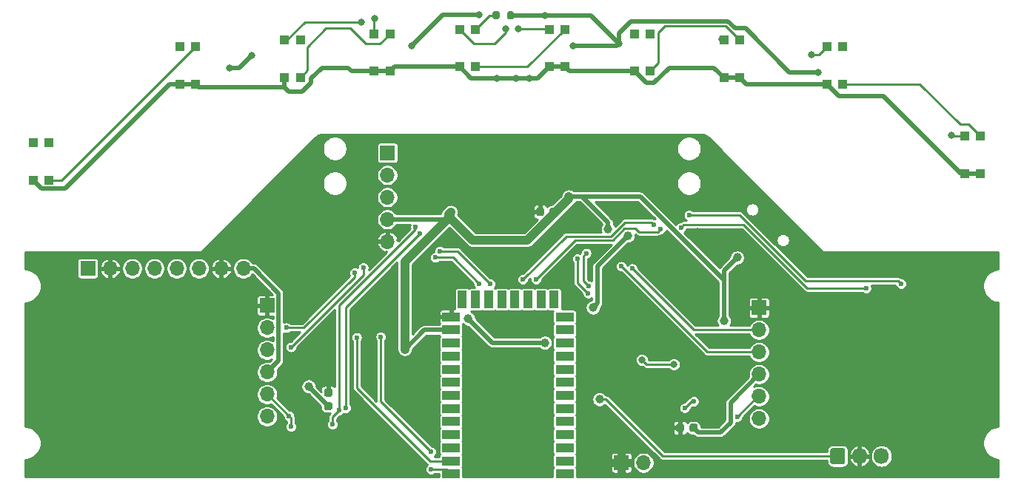
<source format=gbr>
%TF.GenerationSoftware,KiCad,Pcbnew,(5.1.7)-1*%
%TF.CreationDate,2021-05-04T00:49:10+02:00*%
%TF.ProjectId,Kaszmir,4b61737a-6d69-4722-9e6b-696361645f70,rev?*%
%TF.SameCoordinates,Original*%
%TF.FileFunction,Copper,L2,Bot*%
%TF.FilePolarity,Positive*%
%FSLAX46Y46*%
G04 Gerber Fmt 4.6, Leading zero omitted, Abs format (unit mm)*
G04 Created by KiCad (PCBNEW (5.1.7)-1) date 2021-05-04 00:49:10*
%MOMM*%
%LPD*%
G01*
G04 APERTURE LIST*
%TA.AperFunction,SMDPad,CuDef*%
%ADD10R,1.000000X1.000000*%
%TD*%
%TA.AperFunction,ComponentPad*%
%ADD11O,1.700000X1.850000*%
%TD*%
%TA.AperFunction,SMDPad,CuDef*%
%ADD12R,1.000000X2.650000*%
%TD*%
%TA.AperFunction,ComponentPad*%
%ADD13C,0.600000*%
%TD*%
%TA.AperFunction,ComponentPad*%
%ADD14O,1.700000X1.700000*%
%TD*%
%TA.AperFunction,ComponentPad*%
%ADD15R,1.700000X1.700000*%
%TD*%
%TA.AperFunction,SMDPad,CuDef*%
%ADD16R,1.000000X2.000000*%
%TD*%
%TA.AperFunction,SMDPad,CuDef*%
%ADD17R,2.000000X1.000000*%
%TD*%
%TA.AperFunction,ViaPad*%
%ADD18C,0.800000*%
%TD*%
%TA.AperFunction,ViaPad*%
%ADD19C,1.000000*%
%TD*%
%TA.AperFunction,ViaPad*%
%ADD20C,0.600000*%
%TD*%
%TA.AperFunction,Conductor*%
%ADD21C,0.500000*%
%TD*%
%TA.AperFunction,Conductor*%
%ADD22C,0.250000*%
%TD*%
%TA.AperFunction,Conductor*%
%ADD23C,1.000000*%
%TD*%
%TA.AperFunction,Conductor*%
%ADD24C,0.254000*%
%TD*%
%TA.AperFunction,Conductor*%
%ADD25C,0.150000*%
%TD*%
G04 APERTURE END LIST*
%TO.P,R3,1*%
%TO.N,N/C*%
%TA.AperFunction,SMDPad,CuDef*%
G36*
G01*
X93775000Y-111275000D02*
X93775000Y-110725000D01*
G75*
G02*
X93975000Y-110525000I200000J0D01*
G01*
X94375000Y-110525000D01*
G75*
G02*
X94575000Y-110725000I0J-200000D01*
G01*
X94575000Y-111275000D01*
G75*
G02*
X94375000Y-111475000I-200000J0D01*
G01*
X93975000Y-111475000D01*
G75*
G02*
X93775000Y-111275000I0J200000D01*
G01*
G37*
%TD.AperFunction*%
%TO.P,R3,2*%
%TA.AperFunction,SMDPad,CuDef*%
G36*
G01*
X95425000Y-111275000D02*
X95425000Y-110725000D01*
G75*
G02*
X95625000Y-110525000I200000J0D01*
G01*
X96025000Y-110525000D01*
G75*
G02*
X96225000Y-110725000I0J-200000D01*
G01*
X96225000Y-111275000D01*
G75*
G02*
X96025000Y-111475000I-200000J0D01*
G01*
X95625000Y-111475000D01*
G75*
G02*
X95425000Y-111275000I0J200000D01*
G01*
G37*
%TD.AperFunction*%
%TD*%
D10*
%TO.P,U1,1*%
%TO.N,N/C*%
X149550000Y-124850000D03*
%TO.P,U1,2*%
X147750000Y-124850000D03*
%TO.P,U1,3*%
X147750000Y-129150000D03*
%TO.P,U1,4*%
X149550000Y-129150000D03*
%TD*%
%TO.P,U2,1*%
%TO.N,N/C*%
X133800000Y-114600000D03*
%TO.P,U2,2*%
X132000000Y-114600000D03*
%TO.P,U2,3*%
X132000000Y-118900000D03*
%TO.P,U2,4*%
X133800000Y-118900000D03*
%TD*%
%TO.P,U9,1*%
%TO.N,N/C*%
X59800000Y-114600000D03*
%TO.P,U9,2*%
X58000000Y-114600000D03*
%TO.P,U9,3*%
X58000000Y-118900000D03*
%TO.P,U9,4*%
X59800000Y-118900000D03*
%TD*%
%TO.P,U3,1*%
%TO.N,N/C*%
X122050000Y-113850000D03*
%TO.P,U3,2*%
X120250000Y-113850000D03*
%TO.P,U3,3*%
X120250000Y-118150000D03*
%TO.P,U3,4*%
X122050000Y-118150000D03*
%TD*%
%TO.P,U8,1*%
%TO.N,N/C*%
X71800000Y-113850000D03*
%TO.P,U8,2*%
X70000000Y-113850000D03*
%TO.P,U8,3*%
X70000000Y-118150000D03*
%TO.P,U8,4*%
X71800000Y-118150000D03*
%TD*%
%TO.P,U4,1*%
%TO.N,N/C*%
X111800000Y-113100000D03*
%TO.P,U4,2*%
X110000000Y-113100000D03*
%TO.P,U4,3*%
X110000000Y-117400000D03*
%TO.P,U4,4*%
X111800000Y-117400000D03*
%TD*%
%TO.P,U10,1*%
%TO.N,N/C*%
X43050000Y-125600000D03*
%TO.P,U10,2*%
X41250000Y-125600000D03*
%TO.P,U10,3*%
X41250000Y-129900000D03*
%TO.P,U10,4*%
X43050000Y-129900000D03*
%TD*%
%TO.P,U6,1*%
%TO.N,N/C*%
X91800000Y-112600000D03*
%TO.P,U6,2*%
X90000000Y-112600000D03*
%TO.P,U6,3*%
X90000000Y-116900000D03*
%TO.P,U6,4*%
X91800000Y-116900000D03*
%TD*%
%TO.P,U7,1*%
%TO.N,N/C*%
X82050000Y-113100000D03*
%TO.P,U7,2*%
X80250000Y-113100000D03*
%TO.P,U7,3*%
X80250000Y-117400000D03*
%TO.P,U7,4*%
X82050000Y-117400000D03*
%TD*%
%TO.P,U5,1*%
%TO.N,N/C*%
X102050000Y-112600000D03*
%TO.P,U5,2*%
X100250000Y-112600000D03*
%TO.P,U5,3*%
X100250000Y-116900000D03*
%TO.P,U5,4*%
X102050000Y-116900000D03*
%TD*%
D11*
%TO.P,SW1,3*%
%TO.N,N/C*%
X138250000Y-161500000D03*
%TO.P,SW1,2*%
%TO.N,GND*%
X135750000Y-161500000D03*
%TO.P,SW1,1*%
%TO.N,Net-(R3-Pad2)*%
%TA.AperFunction,ComponentPad*%
G36*
G01*
X132400000Y-162175000D02*
X132400000Y-160825000D01*
G75*
G02*
X132650000Y-160575000I250000J0D01*
G01*
X133850000Y-160575000D01*
G75*
G02*
X134100000Y-160825000I0J-250000D01*
G01*
X134100000Y-162175000D01*
G75*
G02*
X133850000Y-162425000I-250000J0D01*
G01*
X132650000Y-162425000D01*
G75*
G02*
X132400000Y-162175000I0J250000D01*
G01*
G37*
%TD.AperFunction*%
%TD*%
%TO.P,C10,2*%
%TO.N,GND*%
%TA.AperFunction,SMDPad,CuDef*%
G36*
G01*
X99675000Y-133250000D02*
X99675000Y-133750000D01*
G75*
G02*
X99450000Y-133975000I-225000J0D01*
G01*
X99000000Y-133975000D01*
G75*
G02*
X98775000Y-133750000I0J225000D01*
G01*
X98775000Y-133250000D01*
G75*
G02*
X99000000Y-133025000I225000J0D01*
G01*
X99450000Y-133025000D01*
G75*
G02*
X99675000Y-133250000I0J-225000D01*
G01*
G37*
%TD.AperFunction*%
%TO.P,C10,1*%
%TO.N,+3V3*%
%TA.AperFunction,SMDPad,CuDef*%
G36*
G01*
X101225000Y-133250000D02*
X101225000Y-133750000D01*
G75*
G02*
X101000000Y-133975000I-225000J0D01*
G01*
X100550000Y-133975000D01*
G75*
G02*
X100325000Y-133750000I0J225000D01*
G01*
X100325000Y-133250000D01*
G75*
G02*
X100550000Y-133025000I225000J0D01*
G01*
X101000000Y-133025000D01*
G75*
G02*
X101225000Y-133250000I0J-225000D01*
G01*
G37*
%TD.AperFunction*%
%TD*%
D12*
%TO.P,U1,13*%
%TO.N,GND*%
X119000000Y-157000000D03*
D13*
X119000000Y-156000000D03*
X119000000Y-158000000D03*
X119000000Y-157000000D03*
%TD*%
D12*
%TO.P,U3,13*%
%TO.N,GND*%
X73000000Y-157000000D03*
D13*
X73000000Y-158000000D03*
X73000000Y-156000000D03*
X73000000Y-157000000D03*
%TD*%
D14*
%TO.P,STLINK,5*%
%TO.N,GND*%
X81750000Y-136910000D03*
%TO.P,STLINK,4*%
%TO.N,+3V3*%
X81750000Y-134370000D03*
%TO.P,STLINK,3*%
%TO.N,SWDIO*%
X81750000Y-131830000D03*
%TO.P,STLINK,2*%
%TO.N,SWCLK*%
X81750000Y-129290000D03*
D15*
%TO.P,STLINK,1*%
%TO.N,RST*%
X81750000Y-126750000D03*
%TD*%
D16*
%TO.P,R12,21*%
%TO.N,N/C*%
X100830000Y-143540000D03*
%TO.P,R12,20*%
X99330000Y-143540000D03*
%TO.P,R12,19*%
X97830000Y-143540000D03*
%TO.P,R12,18*%
X96330000Y-143540000D03*
%TO.P,R12,17*%
X94830000Y-143540000D03*
%TO.P,R12,16*%
X93330000Y-143540000D03*
%TO.P,R12,15*%
X91830000Y-143540000D03*
%TO.P,R12,14*%
X90330000Y-143540000D03*
D17*
%TO.P,R12,34*%
X102030000Y-163540000D03*
%TO.P,R12,1*%
%TO.N,Net-(R10-Pad2)*%
X89030000Y-163540000D03*
%TO.P,R12,33*%
%TO.N,N/C*%
X102030000Y-162040000D03*
%TO.P,R12,2*%
%TO.N,Net-(R11-Pad2)*%
X89030000Y-162040000D03*
%TO.P,R12,32*%
%TO.N,N/C*%
X102030000Y-160540000D03*
%TO.P,R12,3*%
X89030000Y-160540000D03*
%TO.P,R12,31*%
X102030000Y-159040000D03*
%TO.P,R12,4*%
X89030000Y-159040000D03*
%TO.P,R12,30*%
X102030000Y-157540000D03*
%TO.P,R12,5*%
X89030000Y-157540000D03*
%TO.P,R12,29*%
X102030000Y-156040000D03*
%TO.P,R12,6*%
X89030000Y-156040000D03*
%TO.P,R12,28*%
X102030000Y-154540000D03*
%TO.P,R12,7*%
X89030000Y-154540000D03*
%TO.P,R12,27*%
X102030000Y-153040000D03*
%TO.P,R12,8*%
X89030000Y-153040000D03*
%TO.P,R12,26*%
X102030000Y-151540000D03*
%TO.P,R12,9*%
X89030000Y-151540000D03*
%TO.P,R12,25*%
X102030000Y-150040000D03*
%TO.P,R12,10*%
X89030000Y-150040000D03*
%TO.P,R12,24*%
X102030000Y-148540000D03*
%TO.P,R12,11*%
X89030000Y-148540000D03*
%TO.P,R12,23*%
X102030000Y-147040000D03*
%TO.P,R12,12*%
%TO.N,+3V3*%
X89030000Y-147040000D03*
%TO.P,R12,22*%
%TO.N,N/C*%
X102030000Y-145540000D03*
%TO.P,R12,13*%
%TO.N,GND*%
X89030000Y-145540000D03*
%TD*%
D14*
%TO.P,J6,6*%
%TO.N,Net-(J6-Pad6)*%
X68000000Y-156950000D03*
%TO.P,J6,5*%
%TO.N,Net-(J6-Pad5)*%
X68000000Y-154410000D03*
%TO.P,J6,4*%
%TO.N,+3V3*%
X68000000Y-151870000D03*
%TO.P,J6,3*%
%TO.N,M2_A*%
X68000000Y-149330000D03*
%TO.P,J6,2*%
%TO.N,M2_B*%
X68000000Y-146790000D03*
D15*
%TO.P,J6,1*%
%TO.N,GND*%
X68000000Y-144250000D03*
%TD*%
D14*
%TO.P,J5,8*%
%TO.N,+3V3*%
X65280000Y-140000000D03*
%TO.P,J5,7*%
%TO.N,GND*%
X62740000Y-140000000D03*
%TO.P,J5,6*%
%TO.N,SCL*%
X60200000Y-140000000D03*
%TO.P,J5,5*%
%TO.N,SDA*%
X57660000Y-140000000D03*
%TO.P,J5,4*%
%TO.N,N/C*%
X55120000Y-140000000D03*
%TO.P,J5,3*%
X52580000Y-140000000D03*
%TO.P,J5,2*%
%TO.N,GND*%
X50040000Y-140000000D03*
D15*
%TO.P,J5,1*%
%TO.N,N/C*%
X47500000Y-140000000D03*
%TD*%
D14*
%TO.P,J4,6*%
%TO.N,Net-(J4-Pad6)*%
X124250000Y-157200000D03*
%TO.P,J4,5*%
%TO.N,Net-(J4-Pad5)*%
X124250000Y-154660000D03*
%TO.P,J4,4*%
%TO.N,+3V3*%
X124250000Y-152120000D03*
%TO.P,J4,3*%
%TO.N,M1_A*%
X124250000Y-149580000D03*
%TO.P,J4,2*%
%TO.N,M1_B*%
X124250000Y-147040000D03*
D15*
%TO.P,J4,1*%
%TO.N,GND*%
X124250000Y-144500000D03*
%TD*%
D14*
%TO.P,J3,2*%
%TO.N,Net-(J3-Pad2)*%
X111040000Y-162250000D03*
D15*
%TO.P,J3,1*%
%TO.N,GND*%
X108500000Y-162250000D03*
%TD*%
%TO.P,C6,2*%
%TO.N,GND*%
%TA.AperFunction,SMDPad,CuDef*%
G36*
G01*
X115675000Y-158000000D02*
X115675000Y-158500000D01*
G75*
G02*
X115450000Y-158725000I-225000J0D01*
G01*
X115000000Y-158725000D01*
G75*
G02*
X114775000Y-158500000I0J225000D01*
G01*
X114775000Y-158000000D01*
G75*
G02*
X115000000Y-157775000I225000J0D01*
G01*
X115450000Y-157775000D01*
G75*
G02*
X115675000Y-158000000I0J-225000D01*
G01*
G37*
%TD.AperFunction*%
%TO.P,C6,1*%
%TO.N,+3V3*%
%TA.AperFunction,SMDPad,CuDef*%
G36*
G01*
X117225000Y-158000000D02*
X117225000Y-158500000D01*
G75*
G02*
X117000000Y-158725000I-225000J0D01*
G01*
X116550000Y-158725000D01*
G75*
G02*
X116325000Y-158500000I0J225000D01*
G01*
X116325000Y-158000000D01*
G75*
G02*
X116550000Y-157775000I225000J0D01*
G01*
X117000000Y-157775000D01*
G75*
G02*
X117225000Y-158000000I0J-225000D01*
G01*
G37*
%TD.AperFunction*%
%TD*%
%TO.P,C3,2*%
%TO.N,GND*%
%TA.AperFunction,SMDPad,CuDef*%
G36*
G01*
X75250000Y-154675000D02*
X74750000Y-154675000D01*
G75*
G02*
X74525000Y-154450000I0J225000D01*
G01*
X74525000Y-154000000D01*
G75*
G02*
X74750000Y-153775000I225000J0D01*
G01*
X75250000Y-153775000D01*
G75*
G02*
X75475000Y-154000000I0J-225000D01*
G01*
X75475000Y-154450000D01*
G75*
G02*
X75250000Y-154675000I-225000J0D01*
G01*
G37*
%TD.AperFunction*%
%TO.P,C3,1*%
%TO.N,+3V3*%
%TA.AperFunction,SMDPad,CuDef*%
G36*
G01*
X75250000Y-156225000D02*
X74750000Y-156225000D01*
G75*
G02*
X74525000Y-156000000I0J225000D01*
G01*
X74525000Y-155550000D01*
G75*
G02*
X74750000Y-155325000I225000J0D01*
G01*
X75250000Y-155325000D01*
G75*
G02*
X75475000Y-155550000I0J-225000D01*
G01*
X75475000Y-156000000D01*
G75*
G02*
X75250000Y-156225000I-225000J0D01*
G01*
G37*
%TD.AperFunction*%
%TD*%
D18*
%TO.N,*%
X99750000Y-111000000D03*
X131000000Y-117500000D03*
X108250000Y-114250000D03*
X103000000Y-114500000D03*
X92250000Y-110925000D03*
X84500000Y-114500000D03*
X66250000Y-115575000D03*
X63750000Y-117000000D03*
X98000000Y-118250000D03*
X94250000Y-118250000D03*
X96500000Y-118250000D03*
X146250000Y-124750000D03*
X130250000Y-115500000D03*
X120000000Y-113750000D03*
X110000000Y-113100000D03*
X96750000Y-112575000D03*
X95250000Y-112575000D03*
X80288981Y-111347571D03*
X78750000Y-111750000D03*
X58000000Y-114600000D03*
X41250000Y-125600000D03*
X133750000Y-114500000D03*
X111750000Y-113250000D03*
X71750000Y-113750000D03*
X43000000Y-125500000D03*
%TO.N,GND*%
X107250000Y-133250000D03*
X110000000Y-133250000D03*
X113250000Y-156000000D03*
D19*
X105750000Y-137750000D03*
D20*
X138500000Y-139000000D03*
X134750000Y-139000000D03*
X99250000Y-147500000D03*
X97750000Y-147500000D03*
X93250000Y-135250000D03*
X94500000Y-135250000D03*
X95750000Y-135250000D03*
X97000000Y-135250000D03*
X96000000Y-138000000D03*
X97250000Y-138000000D03*
X98500000Y-137750000D03*
X99750000Y-136500000D03*
X99750000Y-137750000D03*
X97500000Y-139000000D03*
X92000000Y-138250000D03*
X93250000Y-138250000D03*
X93000000Y-139250000D03*
X94250000Y-139500000D03*
X94750000Y-140750000D03*
X95750000Y-141250000D03*
X104000000Y-133250000D03*
X92000000Y-131250000D03*
X93750000Y-131250000D03*
D19*
X85750000Y-143500000D03*
D18*
X123250000Y-137250000D03*
X117250000Y-135750000D03*
X119250000Y-138750000D03*
X91250000Y-150250000D03*
X96000000Y-150250000D03*
X91250000Y-153000000D03*
X96000000Y-153000000D03*
X91250000Y-156250000D03*
X96000000Y-156250000D03*
X91250000Y-158750000D03*
X96000000Y-158750000D03*
X99000000Y-156500000D03*
X105500000Y-158500000D03*
X105750000Y-146500000D03*
X105000000Y-148500000D03*
X108000000Y-148250000D03*
X85250000Y-156500000D03*
X86000000Y-152500000D03*
X80000000Y-158250000D03*
X79500000Y-161250000D03*
X77250000Y-159500000D03*
X75000000Y-162000000D03*
X66750000Y-162000000D03*
X71250000Y-161750000D03*
X73250000Y-150000000D03*
X75250000Y-146500000D03*
X77000000Y-139250000D03*
X81000000Y-141750000D03*
X79000000Y-143750000D03*
X80000000Y-150750000D03*
X77750000Y-135750000D03*
X70250000Y-141000000D03*
X70750000Y-142250000D03*
X108250000Y-143500000D03*
X110250000Y-145250000D03*
X113250000Y-147750000D03*
X117250000Y-150500000D03*
X120750000Y-151250000D03*
X115750000Y-152500000D03*
X119000000Y-153250000D03*
X110500000Y-137750000D03*
X114500000Y-138250000D03*
X108000000Y-130000000D03*
X112000000Y-130750000D03*
X114250000Y-132750000D03*
X127500000Y-142500000D03*
X129500000Y-144000000D03*
X135750000Y-144000000D03*
X141250000Y-143750000D03*
X145000000Y-141250000D03*
X143250000Y-161250000D03*
X128750000Y-159500000D03*
X127750000Y-162500000D03*
X124000000Y-163000000D03*
X118750000Y-162750000D03*
X115750000Y-162750000D03*
X110250000Y-127250000D03*
X118750000Y-128500000D03*
X79000000Y-127500000D03*
X78500000Y-133000000D03*
X73750000Y-134000000D03*
X72500000Y-129750000D03*
X70000000Y-135750000D03*
X69750000Y-139500000D03*
X91000000Y-127000000D03*
X95500000Y-127250000D03*
X101000000Y-127250000D03*
X121500000Y-141750000D03*
X119000000Y-142750000D03*
%TO.N,VCC*%
X114500000Y-151000000D03*
X110849999Y-150449999D03*
D20*
%TO.N,+3V3*%
X116775000Y-158250000D03*
X75000000Y-155775000D03*
D19*
X72750000Y-153500000D03*
X102500000Y-131750000D03*
X120250000Y-146000000D03*
D20*
X100875000Y-133375000D03*
D19*
X83750000Y-149250000D03*
X89000000Y-133525000D03*
X121750000Y-138750000D03*
X105250000Y-144500000D03*
X107000000Y-135474979D03*
X91000000Y-145750000D03*
X99750000Y-148500000D03*
X109250000Y-136250000D03*
D20*
%TO.N,Net-(J4-Pad5)*%
X121750000Y-157000000D03*
%TO.N,M1_A*%
X108500000Y-139750000D03*
%TO.N,M1_B*%
X109750000Y-140000000D03*
%TO.N,Net-(J6-Pad5)*%
X70500000Y-156875000D03*
X70737810Y-158125001D03*
%TO.N,M2_A*%
X70750000Y-149000000D03*
X79000000Y-139874990D03*
%TO.N,M2_B*%
X70210000Y-146790000D03*
X78000000Y-140500000D03*
D19*
%TO.N,Net-(R3-Pad2)*%
X106000000Y-155000000D03*
D20*
%TO.N,Net-(R10-Pad2)*%
X86750000Y-161000000D03*
X86750000Y-163000000D03*
X80999995Y-147825005D03*
%TO.N,Net-(R11-Pad2)*%
X78250000Y-147899990D03*
%TO.N,M1_L*%
X104713235Y-142847119D03*
X115750000Y-156000000D03*
X116776939Y-155218037D03*
X103500000Y-138875010D03*
%TO.N,M1_R*%
X104750000Y-142000000D03*
X104500000Y-138250000D03*
%TO.N,SWCLK*%
X93500000Y-141750000D03*
X87750000Y-138000000D03*
%TO.N,SWDIO*%
X92250000Y-141750000D03*
X87250000Y-138750000D03*
%TO.N,M2_L*%
X75470491Y-157875000D03*
X76250000Y-156250000D03*
X85000000Y-135250000D03*
%TO.N,M2_R*%
X77008958Y-155997014D03*
X85500000Y-136000000D03*
%TO.N,Net-(R6-Pad1)*%
X98750000Y-141250000D03*
X113000000Y-135500000D03*
X136500000Y-142250000D03*
X115317606Y-135298174D03*
%TO.N,Net-(R7-Pad1)*%
X97250000Y-141250000D03*
X112250000Y-135000000D03*
X140500000Y-141750000D03*
X116250000Y-133874990D03*
%TD*%
D21*
%TO.N,*%
X131000000Y-117500000D02*
X127750000Y-117500000D01*
X122750000Y-112500000D02*
X121513186Y-112500000D01*
X108000000Y-114500000D02*
X108250000Y-114250000D01*
X103000000Y-114500000D02*
X108000000Y-114500000D01*
X105000000Y-111000000D02*
X99750000Y-111000000D01*
X108250000Y-114250000D02*
X105000000Y-111000000D01*
X127750000Y-117500000D02*
X122750000Y-112500000D01*
X120688176Y-111674990D02*
X109615008Y-111674990D01*
X109615008Y-111674990D02*
X108250000Y-113039998D01*
X121513186Y-112500000D02*
X120688176Y-111674990D01*
X108250000Y-113039998D02*
X108250000Y-114250000D01*
X88075000Y-110925000D02*
X92250000Y-110925000D01*
X99750000Y-111000000D02*
X95825000Y-111000000D01*
X64825000Y-117000000D02*
X66250000Y-115575000D01*
X84500000Y-114500000D02*
X88075000Y-110925000D01*
X63750000Y-117000000D02*
X64825000Y-117000000D01*
X138500000Y-120250000D02*
X133350000Y-120250000D01*
X110000000Y-117400000D02*
X102550000Y-117400000D01*
X102050000Y-116900000D02*
X100250000Y-116900000D01*
X147750000Y-129150000D02*
X147400000Y-129150000D01*
X147400000Y-129150000D02*
X138500000Y-120250000D01*
X133350000Y-120250000D02*
X132000000Y-118900000D01*
X122800000Y-118900000D02*
X122050000Y-118150000D01*
X132000000Y-118900000D02*
X122800000Y-118900000D01*
X122050000Y-118150000D02*
X120250000Y-118150000D01*
X102550000Y-117400000D02*
X102050000Y-116900000D01*
X149550000Y-129150000D02*
X147750000Y-129150000D01*
X82550000Y-116900000D02*
X82050000Y-117400000D01*
X90000000Y-116900000D02*
X82550000Y-116900000D01*
X70000000Y-119250000D02*
X70000000Y-118150000D01*
X112250000Y-118750000D02*
X111350000Y-118750000D01*
X77250000Y-117000000D02*
X74250000Y-117000000D01*
X56850000Y-118900000D02*
X44899999Y-130850001D01*
X119100000Y-117000000D02*
X114000000Y-117000000D01*
X74250000Y-117000000D02*
X73000000Y-118250000D01*
X70000000Y-119250000D02*
X60150000Y-119250000D01*
X77650000Y-117400000D02*
X77250000Y-117000000D01*
X72010002Y-119750000D02*
X70500000Y-119750000D01*
X80250000Y-117400000D02*
X77650000Y-117400000D01*
X70500000Y-119750000D02*
X70000000Y-119250000D01*
X73000000Y-118250000D02*
X73000000Y-118760002D01*
X59800000Y-118900000D02*
X58000000Y-118900000D01*
X82050000Y-117400000D02*
X80250000Y-117400000D01*
X42200001Y-130850001D02*
X41250000Y-129900000D01*
X114000000Y-117000000D02*
X112250000Y-118750000D01*
X44899999Y-130850001D02*
X42200001Y-130850001D01*
X73000000Y-118760002D02*
X72010002Y-119750000D01*
X60150000Y-119250000D02*
X59800000Y-118900000D01*
X91350000Y-118250000D02*
X90000000Y-116900000D01*
X120250000Y-118150000D02*
X119100000Y-117000000D01*
X111350000Y-118750000D02*
X110000000Y-117400000D01*
X58000000Y-118900000D02*
X56850000Y-118900000D01*
X98900000Y-118250000D02*
X91350000Y-118250000D01*
X100250000Y-116900000D02*
X98900000Y-118250000D01*
D22*
X146350000Y-124850000D02*
X146250000Y-124750000D01*
X147750000Y-124850000D02*
X146350000Y-124850000D01*
X131100000Y-115500000D02*
X132000000Y-114600000D01*
X130250000Y-115500000D02*
X131100000Y-115500000D01*
X120250000Y-113850000D02*
X120100000Y-113850000D01*
X120100000Y-113850000D02*
X120000000Y-113750000D01*
X96750000Y-112575000D02*
X100225000Y-112575000D01*
X100225000Y-112575000D02*
X100250000Y-112600000D01*
X95250000Y-113000000D02*
X94000000Y-114250000D01*
X94000000Y-114250000D02*
X91650000Y-114250000D01*
X91650000Y-114250000D02*
X90000000Y-112600000D01*
X95250000Y-112575000D02*
X95250000Y-113000000D01*
X80250000Y-113100000D02*
X80250000Y-111386552D01*
X80250000Y-111386552D02*
X80288981Y-111347571D01*
X78750000Y-111750000D02*
X72314998Y-111750000D01*
X70214998Y-113850000D02*
X70000000Y-113850000D01*
X72314998Y-111750000D02*
X70214998Y-113850000D01*
X93400000Y-111000000D02*
X91800000Y-112600000D01*
X94175000Y-111000000D02*
X93400000Y-111000000D01*
X133800000Y-118900000D02*
X142650000Y-118900000D01*
X142650000Y-118900000D02*
X147250000Y-123500000D01*
X147250000Y-123500000D02*
X148200000Y-123500000D01*
X148200000Y-123500000D02*
X149550000Y-124850000D01*
X112750000Y-116450000D02*
X112750000Y-113000000D01*
X113500000Y-112250000D02*
X120450000Y-112250000D01*
X120450000Y-112250000D02*
X122050000Y-113850000D01*
X111800000Y-117400000D02*
X112750000Y-116450000D01*
X112750000Y-113000000D02*
X113500000Y-112250000D01*
X91800000Y-116900000D02*
X97750000Y-116900000D01*
X97750000Y-116900000D02*
X102050000Y-112600000D01*
X72625001Y-117324999D02*
X72625001Y-114624999D01*
X77500000Y-112500000D02*
X79250000Y-114250000D01*
X72625001Y-114624999D02*
X74750000Y-112500000D01*
X80900000Y-114250000D02*
X82050000Y-113100000D01*
X74750000Y-112500000D02*
X77500000Y-112500000D01*
X71800000Y-118150000D02*
X72625001Y-117324999D01*
X79250000Y-114250000D02*
X80900000Y-114250000D01*
X43050000Y-129900000D02*
X44500000Y-129900000D01*
X44500000Y-129900000D02*
X59800000Y-114600000D01*
%TO.N,VCC*%
X111400000Y-151000000D02*
X110849999Y-150449999D01*
X114500000Y-151000000D02*
X111400000Y-151000000D01*
D21*
%TO.N,+3V3*%
X75000000Y-155750000D02*
X72750000Y-153500000D01*
X75000000Y-155775000D02*
X75000000Y-155750000D01*
X100875000Y-133375000D02*
X102500000Y-131750000D01*
X85960000Y-147040000D02*
X89030000Y-147040000D01*
X83750000Y-149250000D02*
X85960000Y-147040000D01*
X69300001Y-150569999D02*
X68000000Y-151870000D01*
X69300001Y-142817920D02*
X69300001Y-150569999D01*
X66482081Y-140000000D02*
X69300001Y-142817920D01*
X65280000Y-140000000D02*
X66482081Y-140000000D01*
X120250000Y-141250000D02*
X120250000Y-146000000D01*
D23*
X88730002Y-134250000D02*
X89000000Y-134250000D01*
X83750000Y-139230002D02*
X88730002Y-134250000D01*
X83750000Y-149250000D02*
X83750000Y-139230002D01*
X88730002Y-133794998D02*
X89000000Y-133525000D01*
X88730002Y-134250000D02*
X88730002Y-133794998D01*
D21*
X81750000Y-134370000D02*
X89130000Y-134370000D01*
X120999999Y-155370001D02*
X124250000Y-152120000D01*
X120999999Y-157635003D02*
X120999999Y-155370001D01*
X119860001Y-158775001D02*
X120999999Y-157635003D01*
X117300001Y-158775001D02*
X119860001Y-158775001D01*
X116775000Y-158250000D02*
X117300001Y-158775001D01*
X120250000Y-140250000D02*
X121750000Y-138750000D01*
X120250000Y-141250000D02*
X120250000Y-140250000D01*
D23*
X102500000Y-132008164D02*
X102500000Y-131750000D01*
X97758164Y-136750000D02*
X102500000Y-132008164D01*
X91510000Y-136750000D02*
X97758164Y-136750000D01*
X89130000Y-134370000D02*
X91510000Y-136750000D01*
D21*
X93750000Y-148500000D02*
X99750000Y-148500000D01*
X91000000Y-145750000D02*
X93750000Y-148500000D01*
X105749999Y-139750001D02*
X109250000Y-136250000D01*
X105250000Y-144500000D02*
X105749999Y-144000001D01*
X105749999Y-144000001D02*
X105749999Y-139750001D01*
X120159428Y-141250000D02*
X120250000Y-141250000D01*
X110659428Y-131750000D02*
X120159428Y-141250000D01*
X102500000Y-131750000D02*
X110659428Y-131750000D01*
X107000000Y-134750000D02*
X107000000Y-135474979D01*
X104000000Y-131750000D02*
X107000000Y-134750000D01*
X102500000Y-131750000D02*
X104000000Y-131750000D01*
D22*
%TO.N,Net-(J4-Pad5)*%
X124090000Y-154660000D02*
X124250000Y-154660000D01*
X121750000Y-157000000D02*
X124090000Y-154660000D01*
%TO.N,M1_A*%
X118330000Y-149580000D02*
X108500000Y-139750000D01*
X124250000Y-149580000D02*
X118330000Y-149580000D01*
%TO.N,M1_B*%
X124250000Y-147040000D02*
X116790000Y-147040000D01*
X116790000Y-147040000D02*
X109750000Y-140000000D01*
%TO.N,Net-(J6-Pad5)*%
X68035000Y-154410000D02*
X68000000Y-154410000D01*
X70500000Y-156875000D02*
X68035000Y-154410000D01*
X70737810Y-157112810D02*
X70500000Y-156875000D01*
X70737810Y-158125001D02*
X70737810Y-157112810D01*
%TO.N,M2_A*%
X79000000Y-140750000D02*
X79000000Y-139874990D01*
X70750000Y-149000000D02*
X79000000Y-140750000D01*
%TO.N,M2_B*%
X78000000Y-141000000D02*
X78000000Y-140500000D01*
X72210000Y-146790000D02*
X78000000Y-141000000D01*
X70210000Y-146790000D02*
X72210000Y-146790000D01*
%TO.N,Net-(R3-Pad2)*%
X113250000Y-161500000D02*
X133250000Y-161500000D01*
X106750000Y-155000000D02*
X113250000Y-161500000D01*
X106000000Y-155000000D02*
X106750000Y-155000000D01*
%TO.N,Net-(R10-Pad2)*%
X88490000Y-163000000D02*
X89030000Y-163540000D01*
X86750000Y-163000000D02*
X88490000Y-163000000D01*
X86750000Y-161000000D02*
X80999995Y-155249995D01*
X80999995Y-155249995D02*
X80999995Y-147825005D01*
%TO.N,Net-(R11-Pad2)*%
X78250000Y-153674264D02*
X78250000Y-147899990D01*
X89030000Y-162040000D02*
X86615736Y-162040000D01*
X86615736Y-162040000D02*
X78250000Y-153674264D01*
%TO.N,M1_L*%
X116531963Y-155218037D02*
X116776939Y-155218037D01*
X115750000Y-156000000D02*
X116531963Y-155218037D01*
X103500000Y-141633884D02*
X103500000Y-138875010D01*
X104713235Y-142847119D02*
X103500000Y-141633884D01*
%TO.N,M1_R*%
X104750000Y-142000000D02*
X104200001Y-141450001D01*
X104200001Y-138549999D02*
X104500000Y-138250000D01*
X104200001Y-141450001D02*
X104200001Y-138549999D01*
%TO.N,SWCLK*%
X89750000Y-138000000D02*
X87750000Y-138000000D01*
X93500000Y-141750000D02*
X89750000Y-138000000D01*
%TO.N,SWDIO*%
X89250000Y-138750000D02*
X87250000Y-138750000D01*
X92250000Y-141750000D02*
X89250000Y-138750000D01*
%TO.N,M2_L*%
X75470491Y-157029509D02*
X76250000Y-156250000D01*
X75470491Y-157875000D02*
X75470491Y-157029509D01*
X76250000Y-156250000D02*
X76250000Y-144250000D01*
X76250000Y-144250000D02*
X85000000Y-135500000D01*
X85000000Y-135500000D02*
X85000000Y-135250000D01*
%TO.N,M2_R*%
X77008958Y-155997014D02*
X77008958Y-144491042D01*
X77008958Y-144491042D02*
X85500000Y-136000000D01*
%TO.N,Net-(R6-Pad1)*%
X98750000Y-141250000D02*
X103250000Y-136750000D01*
X110521003Y-135799999D02*
X112700001Y-135799999D01*
X110146002Y-135424998D02*
X110521003Y-135799999D01*
X103250000Y-136750000D02*
X107528996Y-136750000D01*
X107528996Y-136750000D02*
X108853998Y-135424998D01*
X108853998Y-135424998D02*
X110146002Y-135424998D01*
X112700001Y-135799999D02*
X113000000Y-135500000D01*
X115617605Y-134998175D02*
X115317606Y-135298174D01*
X122498175Y-134998175D02*
X115617605Y-134998175D01*
X129750000Y-142250000D02*
X122498175Y-134998175D01*
X136500000Y-142250000D02*
X129750000Y-142250000D01*
%TO.N,Net-(R7-Pad1)*%
X111950001Y-134700001D02*
X112250000Y-135000000D01*
X108942584Y-134700001D02*
X111950001Y-134700001D01*
X107342596Y-136299989D02*
X108942584Y-134700001D01*
X97250000Y-141250000D02*
X102200011Y-136299989D01*
X102200011Y-136299989D02*
X107342596Y-136299989D01*
X129586411Y-141450001D02*
X122011400Y-133874990D01*
X140500000Y-141750000D02*
X140200001Y-141450001D01*
X140200001Y-141450001D02*
X129586411Y-141450001D01*
X122011400Y-133874990D02*
X116250000Y-133874990D01*
%TD*%
D24*
%TO.N,GND*%
X100119537Y-144854981D02*
X100185030Y-144889988D01*
X100256095Y-144911545D01*
X100330000Y-144918824D01*
X100672794Y-144918824D01*
X100658455Y-144966095D01*
X100651176Y-145040000D01*
X100651176Y-146040000D01*
X100658455Y-146113905D01*
X100680012Y-146184970D01*
X100715019Y-146250463D01*
X100747466Y-146290000D01*
X100715019Y-146329537D01*
X100680012Y-146395030D01*
X100658455Y-146466095D01*
X100651176Y-146540000D01*
X100651176Y-147540000D01*
X100658455Y-147613905D01*
X100680012Y-147684970D01*
X100715019Y-147750463D01*
X100747466Y-147790000D01*
X100715019Y-147829537D01*
X100680012Y-147895030D01*
X100658455Y-147966095D01*
X100651176Y-148040000D01*
X100651176Y-149040000D01*
X100658455Y-149113905D01*
X100680012Y-149184970D01*
X100715019Y-149250463D01*
X100747466Y-149290000D01*
X100715019Y-149329537D01*
X100680012Y-149395030D01*
X100658455Y-149466095D01*
X100651176Y-149540000D01*
X100651176Y-150540000D01*
X100658455Y-150613905D01*
X100680012Y-150684970D01*
X100715019Y-150750463D01*
X100747466Y-150790000D01*
X100715019Y-150829537D01*
X100680012Y-150895030D01*
X100658455Y-150966095D01*
X100651176Y-151040000D01*
X100651176Y-152040000D01*
X100658455Y-152113905D01*
X100680012Y-152184970D01*
X100715019Y-152250463D01*
X100747466Y-152290000D01*
X100715019Y-152329537D01*
X100680012Y-152395030D01*
X100658455Y-152466095D01*
X100651176Y-152540000D01*
X100651176Y-153540000D01*
X100658455Y-153613905D01*
X100680012Y-153684970D01*
X100715019Y-153750463D01*
X100747466Y-153790000D01*
X100715019Y-153829537D01*
X100680012Y-153895030D01*
X100658455Y-153966095D01*
X100651176Y-154040000D01*
X100651176Y-155040000D01*
X100658455Y-155113905D01*
X100680012Y-155184970D01*
X100715019Y-155250463D01*
X100747466Y-155290000D01*
X100715019Y-155329537D01*
X100680012Y-155395030D01*
X100658455Y-155466095D01*
X100651176Y-155540000D01*
X100651176Y-156540000D01*
X100658455Y-156613905D01*
X100680012Y-156684970D01*
X100715019Y-156750463D01*
X100747466Y-156790000D01*
X100715019Y-156829537D01*
X100680012Y-156895030D01*
X100658455Y-156966095D01*
X100651176Y-157040000D01*
X100651176Y-158040000D01*
X100658455Y-158113905D01*
X100680012Y-158184970D01*
X100715019Y-158250463D01*
X100747466Y-158290000D01*
X100715019Y-158329537D01*
X100680012Y-158395030D01*
X100658455Y-158466095D01*
X100651176Y-158540000D01*
X100651176Y-159540000D01*
X100658455Y-159613905D01*
X100680012Y-159684970D01*
X100715019Y-159750463D01*
X100747466Y-159790000D01*
X100715019Y-159829537D01*
X100680012Y-159895030D01*
X100658455Y-159966095D01*
X100651176Y-160040000D01*
X100651176Y-161040000D01*
X100658455Y-161113905D01*
X100680012Y-161184970D01*
X100715019Y-161250463D01*
X100747466Y-161290000D01*
X100715019Y-161329537D01*
X100680012Y-161395030D01*
X100658455Y-161466095D01*
X100651176Y-161540000D01*
X100651176Y-162540000D01*
X100658455Y-162613905D01*
X100680012Y-162684970D01*
X100715019Y-162750463D01*
X100747466Y-162790000D01*
X100715019Y-162829537D01*
X100680012Y-162895030D01*
X100658455Y-162966095D01*
X100651176Y-163040000D01*
X100651176Y-163848000D01*
X90408824Y-163848000D01*
X90408824Y-163040000D01*
X90401545Y-162966095D01*
X90379988Y-162895030D01*
X90344981Y-162829537D01*
X90312534Y-162790000D01*
X90344981Y-162750463D01*
X90379988Y-162684970D01*
X90401545Y-162613905D01*
X90408824Y-162540000D01*
X90408824Y-161540000D01*
X90401545Y-161466095D01*
X90379988Y-161395030D01*
X90344981Y-161329537D01*
X90312534Y-161290000D01*
X90344981Y-161250463D01*
X90379988Y-161184970D01*
X90401545Y-161113905D01*
X90408824Y-161040000D01*
X90408824Y-160040000D01*
X90401545Y-159966095D01*
X90379988Y-159895030D01*
X90344981Y-159829537D01*
X90312534Y-159790000D01*
X90344981Y-159750463D01*
X90379988Y-159684970D01*
X90401545Y-159613905D01*
X90408824Y-159540000D01*
X90408824Y-158540000D01*
X90401545Y-158466095D01*
X90379988Y-158395030D01*
X90344981Y-158329537D01*
X90312534Y-158290000D01*
X90344981Y-158250463D01*
X90379988Y-158184970D01*
X90401545Y-158113905D01*
X90408824Y-158040000D01*
X90408824Y-157040000D01*
X90401545Y-156966095D01*
X90379988Y-156895030D01*
X90344981Y-156829537D01*
X90312534Y-156790000D01*
X90344981Y-156750463D01*
X90379988Y-156684970D01*
X90401545Y-156613905D01*
X90408824Y-156540000D01*
X90408824Y-155540000D01*
X90401545Y-155466095D01*
X90379988Y-155395030D01*
X90344981Y-155329537D01*
X90312534Y-155290000D01*
X90344981Y-155250463D01*
X90379988Y-155184970D01*
X90401545Y-155113905D01*
X90408824Y-155040000D01*
X90408824Y-154040000D01*
X90401545Y-153966095D01*
X90379988Y-153895030D01*
X90344981Y-153829537D01*
X90312534Y-153790000D01*
X90344981Y-153750463D01*
X90379988Y-153684970D01*
X90401545Y-153613905D01*
X90408824Y-153540000D01*
X90408824Y-152540000D01*
X90401545Y-152466095D01*
X90379988Y-152395030D01*
X90344981Y-152329537D01*
X90312534Y-152290000D01*
X90344981Y-152250463D01*
X90379988Y-152184970D01*
X90401545Y-152113905D01*
X90408824Y-152040000D01*
X90408824Y-151040000D01*
X90401545Y-150966095D01*
X90379988Y-150895030D01*
X90344981Y-150829537D01*
X90312534Y-150790000D01*
X90344981Y-150750463D01*
X90379988Y-150684970D01*
X90401545Y-150613905D01*
X90408824Y-150540000D01*
X90408824Y-149540000D01*
X90401545Y-149466095D01*
X90379988Y-149395030D01*
X90344981Y-149329537D01*
X90312534Y-149290000D01*
X90344981Y-149250463D01*
X90379988Y-149184970D01*
X90401545Y-149113905D01*
X90408824Y-149040000D01*
X90408824Y-148040000D01*
X90401545Y-147966095D01*
X90379988Y-147895030D01*
X90344981Y-147829537D01*
X90312534Y-147790000D01*
X90344981Y-147750463D01*
X90379988Y-147684970D01*
X90401545Y-147613905D01*
X90408824Y-147540000D01*
X90408824Y-146540000D01*
X90401545Y-146466095D01*
X90379988Y-146395030D01*
X90351537Y-146341802D01*
X90440945Y-146431210D01*
X90584585Y-146527187D01*
X90744189Y-146593297D01*
X90913623Y-146627000D01*
X90990289Y-146627000D01*
X93284866Y-148921578D01*
X93304499Y-148945501D01*
X93399972Y-149023853D01*
X93508897Y-149082075D01*
X93627087Y-149117927D01*
X93719206Y-149127000D01*
X93719207Y-149127000D01*
X93749999Y-149130033D01*
X93780791Y-149127000D01*
X99136735Y-149127000D01*
X99190945Y-149181210D01*
X99334585Y-149277187D01*
X99494189Y-149343297D01*
X99663623Y-149377000D01*
X99836377Y-149377000D01*
X100005811Y-149343297D01*
X100165415Y-149277187D01*
X100309055Y-149181210D01*
X100431210Y-149059055D01*
X100527187Y-148915415D01*
X100593297Y-148755811D01*
X100627000Y-148586377D01*
X100627000Y-148413623D01*
X100593297Y-148244189D01*
X100527187Y-148084585D01*
X100431210Y-147940945D01*
X100309055Y-147818790D01*
X100165415Y-147722813D01*
X100005811Y-147656703D01*
X99836377Y-147623000D01*
X99663623Y-147623000D01*
X99494189Y-147656703D01*
X99334585Y-147722813D01*
X99190945Y-147818790D01*
X99136735Y-147873000D01*
X94009712Y-147873000D01*
X91877000Y-145740289D01*
X91877000Y-145663623D01*
X91843297Y-145494189D01*
X91777187Y-145334585D01*
X91681210Y-145190945D01*
X91559055Y-145068790D01*
X91415415Y-144972813D01*
X91271059Y-144913019D01*
X91330000Y-144918824D01*
X92330000Y-144918824D01*
X92403905Y-144911545D01*
X92474970Y-144889988D01*
X92540463Y-144854981D01*
X92580000Y-144822534D01*
X92619537Y-144854981D01*
X92685030Y-144889988D01*
X92756095Y-144911545D01*
X92830000Y-144918824D01*
X93830000Y-144918824D01*
X93903905Y-144911545D01*
X93974970Y-144889988D01*
X94040463Y-144854981D01*
X94080000Y-144822534D01*
X94119537Y-144854981D01*
X94185030Y-144889988D01*
X94256095Y-144911545D01*
X94330000Y-144918824D01*
X95330000Y-144918824D01*
X95403905Y-144911545D01*
X95474970Y-144889988D01*
X95540463Y-144854981D01*
X95580000Y-144822534D01*
X95619537Y-144854981D01*
X95685030Y-144889988D01*
X95756095Y-144911545D01*
X95830000Y-144918824D01*
X96830000Y-144918824D01*
X96903905Y-144911545D01*
X96974970Y-144889988D01*
X97040463Y-144854981D01*
X97080000Y-144822534D01*
X97119537Y-144854981D01*
X97185030Y-144889988D01*
X97256095Y-144911545D01*
X97330000Y-144918824D01*
X98330000Y-144918824D01*
X98403905Y-144911545D01*
X98474970Y-144889988D01*
X98540463Y-144854981D01*
X98580000Y-144822534D01*
X98619537Y-144854981D01*
X98685030Y-144889988D01*
X98756095Y-144911545D01*
X98830000Y-144918824D01*
X99830000Y-144918824D01*
X99903905Y-144911545D01*
X99974970Y-144889988D01*
X100040463Y-144854981D01*
X100080000Y-144822534D01*
X100119537Y-144854981D01*
%TA.AperFunction,Conductor*%
D25*
G36*
X100119537Y-144854981D02*
G01*
X100185030Y-144889988D01*
X100256095Y-144911545D01*
X100330000Y-144918824D01*
X100672794Y-144918824D01*
X100658455Y-144966095D01*
X100651176Y-145040000D01*
X100651176Y-146040000D01*
X100658455Y-146113905D01*
X100680012Y-146184970D01*
X100715019Y-146250463D01*
X100747466Y-146290000D01*
X100715019Y-146329537D01*
X100680012Y-146395030D01*
X100658455Y-146466095D01*
X100651176Y-146540000D01*
X100651176Y-147540000D01*
X100658455Y-147613905D01*
X100680012Y-147684970D01*
X100715019Y-147750463D01*
X100747466Y-147790000D01*
X100715019Y-147829537D01*
X100680012Y-147895030D01*
X100658455Y-147966095D01*
X100651176Y-148040000D01*
X100651176Y-149040000D01*
X100658455Y-149113905D01*
X100680012Y-149184970D01*
X100715019Y-149250463D01*
X100747466Y-149290000D01*
X100715019Y-149329537D01*
X100680012Y-149395030D01*
X100658455Y-149466095D01*
X100651176Y-149540000D01*
X100651176Y-150540000D01*
X100658455Y-150613905D01*
X100680012Y-150684970D01*
X100715019Y-150750463D01*
X100747466Y-150790000D01*
X100715019Y-150829537D01*
X100680012Y-150895030D01*
X100658455Y-150966095D01*
X100651176Y-151040000D01*
X100651176Y-152040000D01*
X100658455Y-152113905D01*
X100680012Y-152184970D01*
X100715019Y-152250463D01*
X100747466Y-152290000D01*
X100715019Y-152329537D01*
X100680012Y-152395030D01*
X100658455Y-152466095D01*
X100651176Y-152540000D01*
X100651176Y-153540000D01*
X100658455Y-153613905D01*
X100680012Y-153684970D01*
X100715019Y-153750463D01*
X100747466Y-153790000D01*
X100715019Y-153829537D01*
X100680012Y-153895030D01*
X100658455Y-153966095D01*
X100651176Y-154040000D01*
X100651176Y-155040000D01*
X100658455Y-155113905D01*
X100680012Y-155184970D01*
X100715019Y-155250463D01*
X100747466Y-155290000D01*
X100715019Y-155329537D01*
X100680012Y-155395030D01*
X100658455Y-155466095D01*
X100651176Y-155540000D01*
X100651176Y-156540000D01*
X100658455Y-156613905D01*
X100680012Y-156684970D01*
X100715019Y-156750463D01*
X100747466Y-156790000D01*
X100715019Y-156829537D01*
X100680012Y-156895030D01*
X100658455Y-156966095D01*
X100651176Y-157040000D01*
X100651176Y-158040000D01*
X100658455Y-158113905D01*
X100680012Y-158184970D01*
X100715019Y-158250463D01*
X100747466Y-158290000D01*
X100715019Y-158329537D01*
X100680012Y-158395030D01*
X100658455Y-158466095D01*
X100651176Y-158540000D01*
X100651176Y-159540000D01*
X100658455Y-159613905D01*
X100680012Y-159684970D01*
X100715019Y-159750463D01*
X100747466Y-159790000D01*
X100715019Y-159829537D01*
X100680012Y-159895030D01*
X100658455Y-159966095D01*
X100651176Y-160040000D01*
X100651176Y-161040000D01*
X100658455Y-161113905D01*
X100680012Y-161184970D01*
X100715019Y-161250463D01*
X100747466Y-161290000D01*
X100715019Y-161329537D01*
X100680012Y-161395030D01*
X100658455Y-161466095D01*
X100651176Y-161540000D01*
X100651176Y-162540000D01*
X100658455Y-162613905D01*
X100680012Y-162684970D01*
X100715019Y-162750463D01*
X100747466Y-162790000D01*
X100715019Y-162829537D01*
X100680012Y-162895030D01*
X100658455Y-162966095D01*
X100651176Y-163040000D01*
X100651176Y-163848000D01*
X90408824Y-163848000D01*
X90408824Y-163040000D01*
X90401545Y-162966095D01*
X90379988Y-162895030D01*
X90344981Y-162829537D01*
X90312534Y-162790000D01*
X90344981Y-162750463D01*
X90379988Y-162684970D01*
X90401545Y-162613905D01*
X90408824Y-162540000D01*
X90408824Y-161540000D01*
X90401545Y-161466095D01*
X90379988Y-161395030D01*
X90344981Y-161329537D01*
X90312534Y-161290000D01*
X90344981Y-161250463D01*
X90379988Y-161184970D01*
X90401545Y-161113905D01*
X90408824Y-161040000D01*
X90408824Y-160040000D01*
X90401545Y-159966095D01*
X90379988Y-159895030D01*
X90344981Y-159829537D01*
X90312534Y-159790000D01*
X90344981Y-159750463D01*
X90379988Y-159684970D01*
X90401545Y-159613905D01*
X90408824Y-159540000D01*
X90408824Y-158540000D01*
X90401545Y-158466095D01*
X90379988Y-158395030D01*
X90344981Y-158329537D01*
X90312534Y-158290000D01*
X90344981Y-158250463D01*
X90379988Y-158184970D01*
X90401545Y-158113905D01*
X90408824Y-158040000D01*
X90408824Y-157040000D01*
X90401545Y-156966095D01*
X90379988Y-156895030D01*
X90344981Y-156829537D01*
X90312534Y-156790000D01*
X90344981Y-156750463D01*
X90379988Y-156684970D01*
X90401545Y-156613905D01*
X90408824Y-156540000D01*
X90408824Y-155540000D01*
X90401545Y-155466095D01*
X90379988Y-155395030D01*
X90344981Y-155329537D01*
X90312534Y-155290000D01*
X90344981Y-155250463D01*
X90379988Y-155184970D01*
X90401545Y-155113905D01*
X90408824Y-155040000D01*
X90408824Y-154040000D01*
X90401545Y-153966095D01*
X90379988Y-153895030D01*
X90344981Y-153829537D01*
X90312534Y-153790000D01*
X90344981Y-153750463D01*
X90379988Y-153684970D01*
X90401545Y-153613905D01*
X90408824Y-153540000D01*
X90408824Y-152540000D01*
X90401545Y-152466095D01*
X90379988Y-152395030D01*
X90344981Y-152329537D01*
X90312534Y-152290000D01*
X90344981Y-152250463D01*
X90379988Y-152184970D01*
X90401545Y-152113905D01*
X90408824Y-152040000D01*
X90408824Y-151040000D01*
X90401545Y-150966095D01*
X90379988Y-150895030D01*
X90344981Y-150829537D01*
X90312534Y-150790000D01*
X90344981Y-150750463D01*
X90379988Y-150684970D01*
X90401545Y-150613905D01*
X90408824Y-150540000D01*
X90408824Y-149540000D01*
X90401545Y-149466095D01*
X90379988Y-149395030D01*
X90344981Y-149329537D01*
X90312534Y-149290000D01*
X90344981Y-149250463D01*
X90379988Y-149184970D01*
X90401545Y-149113905D01*
X90408824Y-149040000D01*
X90408824Y-148040000D01*
X90401545Y-147966095D01*
X90379988Y-147895030D01*
X90344981Y-147829537D01*
X90312534Y-147790000D01*
X90344981Y-147750463D01*
X90379988Y-147684970D01*
X90401545Y-147613905D01*
X90408824Y-147540000D01*
X90408824Y-146540000D01*
X90401545Y-146466095D01*
X90379988Y-146395030D01*
X90351537Y-146341802D01*
X90440945Y-146431210D01*
X90584585Y-146527187D01*
X90744189Y-146593297D01*
X90913623Y-146627000D01*
X90990289Y-146627000D01*
X93284866Y-148921578D01*
X93304499Y-148945501D01*
X93399972Y-149023853D01*
X93508897Y-149082075D01*
X93627087Y-149117927D01*
X93719206Y-149127000D01*
X93719207Y-149127000D01*
X93749999Y-149130033D01*
X93780791Y-149127000D01*
X99136735Y-149127000D01*
X99190945Y-149181210D01*
X99334585Y-149277187D01*
X99494189Y-149343297D01*
X99663623Y-149377000D01*
X99836377Y-149377000D01*
X100005811Y-149343297D01*
X100165415Y-149277187D01*
X100309055Y-149181210D01*
X100431210Y-149059055D01*
X100527187Y-148915415D01*
X100593297Y-148755811D01*
X100627000Y-148586377D01*
X100627000Y-148413623D01*
X100593297Y-148244189D01*
X100527187Y-148084585D01*
X100431210Y-147940945D01*
X100309055Y-147818790D01*
X100165415Y-147722813D01*
X100005811Y-147656703D01*
X99836377Y-147623000D01*
X99663623Y-147623000D01*
X99494189Y-147656703D01*
X99334585Y-147722813D01*
X99190945Y-147818790D01*
X99136735Y-147873000D01*
X94009712Y-147873000D01*
X91877000Y-145740289D01*
X91877000Y-145663623D01*
X91843297Y-145494189D01*
X91777187Y-145334585D01*
X91681210Y-145190945D01*
X91559055Y-145068790D01*
X91415415Y-144972813D01*
X91271059Y-144913019D01*
X91330000Y-144918824D01*
X92330000Y-144918824D01*
X92403905Y-144911545D01*
X92474970Y-144889988D01*
X92540463Y-144854981D01*
X92580000Y-144822534D01*
X92619537Y-144854981D01*
X92685030Y-144889988D01*
X92756095Y-144911545D01*
X92830000Y-144918824D01*
X93830000Y-144918824D01*
X93903905Y-144911545D01*
X93974970Y-144889988D01*
X94040463Y-144854981D01*
X94080000Y-144822534D01*
X94119537Y-144854981D01*
X94185030Y-144889988D01*
X94256095Y-144911545D01*
X94330000Y-144918824D01*
X95330000Y-144918824D01*
X95403905Y-144911545D01*
X95474970Y-144889988D01*
X95540463Y-144854981D01*
X95580000Y-144822534D01*
X95619537Y-144854981D01*
X95685030Y-144889988D01*
X95756095Y-144911545D01*
X95830000Y-144918824D01*
X96830000Y-144918824D01*
X96903905Y-144911545D01*
X96974970Y-144889988D01*
X97040463Y-144854981D01*
X97080000Y-144822534D01*
X97119537Y-144854981D01*
X97185030Y-144889988D01*
X97256095Y-144911545D01*
X97330000Y-144918824D01*
X98330000Y-144918824D01*
X98403905Y-144911545D01*
X98474970Y-144889988D01*
X98540463Y-144854981D01*
X98580000Y-144822534D01*
X98619537Y-144854981D01*
X98685030Y-144889988D01*
X98756095Y-144911545D01*
X98830000Y-144918824D01*
X99830000Y-144918824D01*
X99903905Y-144911545D01*
X99974970Y-144889988D01*
X100040463Y-144854981D01*
X100080000Y-144822534D01*
X100119537Y-144854981D01*
G37*
%TD.AperFunction*%
D24*
X117730342Y-124652001D02*
X117914332Y-124670041D01*
X118072412Y-124717768D01*
X118218207Y-124795289D01*
X118350107Y-124902864D01*
X118442961Y-125009548D01*
X118451779Y-125020293D01*
X131451782Y-138020296D01*
X131464368Y-138035632D01*
X131525580Y-138085868D01*
X131595417Y-138123197D01*
X131671194Y-138146183D01*
X131730253Y-138152000D01*
X131730260Y-138152000D01*
X131750000Y-138153944D01*
X131769739Y-138152000D01*
X151623000Y-138152000D01*
X151623000Y-140087255D01*
X151561611Y-140087255D01*
X151192073Y-140160761D01*
X150843975Y-140304947D01*
X150530696Y-140514274D01*
X150264274Y-140780696D01*
X150054947Y-141093975D01*
X149910761Y-141442073D01*
X149837255Y-141811611D01*
X149837255Y-142188389D01*
X149910761Y-142557927D01*
X150054947Y-142906025D01*
X150264274Y-143219304D01*
X150530696Y-143485726D01*
X150843975Y-143695053D01*
X151192073Y-143839239D01*
X151561611Y-143912745D01*
X151623000Y-143912745D01*
X151623000Y-158087255D01*
X151561611Y-158087255D01*
X151192073Y-158160761D01*
X150843975Y-158304947D01*
X150530696Y-158514274D01*
X150264274Y-158780696D01*
X150054947Y-159093975D01*
X149910761Y-159442073D01*
X149837255Y-159811611D01*
X149837255Y-160188389D01*
X149910761Y-160557927D01*
X150054947Y-160906025D01*
X150264274Y-161219304D01*
X150530696Y-161485726D01*
X150843975Y-161695053D01*
X151192073Y-161839239D01*
X151561611Y-161912745D01*
X151623000Y-161912745D01*
X151623000Y-163848000D01*
X103408824Y-163848000D01*
X103408824Y-163100000D01*
X107271176Y-163100000D01*
X107278455Y-163173905D01*
X107300012Y-163244970D01*
X107335019Y-163310463D01*
X107382131Y-163367869D01*
X107439537Y-163414981D01*
X107505030Y-163449988D01*
X107576095Y-163471545D01*
X107650000Y-163478824D01*
X108032750Y-163477000D01*
X108127000Y-163382750D01*
X108127000Y-162623000D01*
X108873000Y-162623000D01*
X108873000Y-163382750D01*
X108967250Y-163477000D01*
X109350000Y-163478824D01*
X109423905Y-163471545D01*
X109494970Y-163449988D01*
X109560463Y-163414981D01*
X109617869Y-163367869D01*
X109664981Y-163310463D01*
X109699988Y-163244970D01*
X109721545Y-163173905D01*
X109728824Y-163100000D01*
X109727000Y-162717250D01*
X109632750Y-162623000D01*
X108873000Y-162623000D01*
X108127000Y-162623000D01*
X107367250Y-162623000D01*
X107273000Y-162717250D01*
X107271176Y-163100000D01*
X103408824Y-163100000D01*
X103408824Y-163040000D01*
X103401545Y-162966095D01*
X103379988Y-162895030D01*
X103344981Y-162829537D01*
X103312534Y-162790000D01*
X103344981Y-162750463D01*
X103379988Y-162684970D01*
X103401545Y-162613905D01*
X103408824Y-162540000D01*
X103408824Y-162129151D01*
X109813000Y-162129151D01*
X109813000Y-162370849D01*
X109860153Y-162607903D01*
X109952647Y-162831202D01*
X110086927Y-163032167D01*
X110257833Y-163203073D01*
X110458798Y-163337353D01*
X110682097Y-163429847D01*
X110919151Y-163477000D01*
X111160849Y-163477000D01*
X111397903Y-163429847D01*
X111621202Y-163337353D01*
X111822167Y-163203073D01*
X111993073Y-163032167D01*
X112127353Y-162831202D01*
X112219847Y-162607903D01*
X112267000Y-162370849D01*
X112267000Y-162129151D01*
X112219847Y-161892097D01*
X112127353Y-161668798D01*
X111993073Y-161467833D01*
X111822167Y-161296927D01*
X111621202Y-161162647D01*
X111397903Y-161070153D01*
X111160849Y-161023000D01*
X110919151Y-161023000D01*
X110682097Y-161070153D01*
X110458798Y-161162647D01*
X110257833Y-161296927D01*
X110086927Y-161467833D01*
X109952647Y-161668798D01*
X109860153Y-161892097D01*
X109813000Y-162129151D01*
X103408824Y-162129151D01*
X103408824Y-161540000D01*
X103401545Y-161466095D01*
X103381496Y-161400000D01*
X107271176Y-161400000D01*
X107273000Y-161782750D01*
X107367250Y-161877000D01*
X108127000Y-161877000D01*
X108127000Y-161117250D01*
X108873000Y-161117250D01*
X108873000Y-161877000D01*
X109632750Y-161877000D01*
X109727000Y-161782750D01*
X109728824Y-161400000D01*
X109721545Y-161326095D01*
X109699988Y-161255030D01*
X109664981Y-161189537D01*
X109617869Y-161132131D01*
X109560463Y-161085019D01*
X109494970Y-161050012D01*
X109423905Y-161028455D01*
X109350000Y-161021176D01*
X108967250Y-161023000D01*
X108873000Y-161117250D01*
X108127000Y-161117250D01*
X108032750Y-161023000D01*
X107650000Y-161021176D01*
X107576095Y-161028455D01*
X107505030Y-161050012D01*
X107439537Y-161085019D01*
X107382131Y-161132131D01*
X107335019Y-161189537D01*
X107300012Y-161255030D01*
X107278455Y-161326095D01*
X107271176Y-161400000D01*
X103381496Y-161400000D01*
X103379988Y-161395030D01*
X103344981Y-161329537D01*
X103312534Y-161290000D01*
X103344981Y-161250463D01*
X103379988Y-161184970D01*
X103401545Y-161113905D01*
X103408824Y-161040000D01*
X103408824Y-160040000D01*
X103401545Y-159966095D01*
X103379988Y-159895030D01*
X103344981Y-159829537D01*
X103312534Y-159790000D01*
X103344981Y-159750463D01*
X103379988Y-159684970D01*
X103401545Y-159613905D01*
X103408824Y-159540000D01*
X103408824Y-158540000D01*
X103401545Y-158466095D01*
X103379988Y-158395030D01*
X103344981Y-158329537D01*
X103312534Y-158290000D01*
X103344981Y-158250463D01*
X103379988Y-158184970D01*
X103401545Y-158113905D01*
X103408824Y-158040000D01*
X103408824Y-157040000D01*
X103401545Y-156966095D01*
X103379988Y-156895030D01*
X103344981Y-156829537D01*
X103312534Y-156790000D01*
X103344981Y-156750463D01*
X103379988Y-156684970D01*
X103401545Y-156613905D01*
X103408824Y-156540000D01*
X103408824Y-155540000D01*
X103401545Y-155466095D01*
X103379988Y-155395030D01*
X103344981Y-155329537D01*
X103312534Y-155290000D01*
X103344981Y-155250463D01*
X103379988Y-155184970D01*
X103401545Y-155113905D01*
X103408824Y-155040000D01*
X103408824Y-154913623D01*
X105123000Y-154913623D01*
X105123000Y-155086377D01*
X105156703Y-155255811D01*
X105222813Y-155415415D01*
X105318790Y-155559055D01*
X105440945Y-155681210D01*
X105584585Y-155777187D01*
X105744189Y-155843297D01*
X105913623Y-155877000D01*
X106086377Y-155877000D01*
X106255811Y-155843297D01*
X106415415Y-155777187D01*
X106559055Y-155681210D01*
X106640165Y-155600100D01*
X112877603Y-161837538D01*
X112893316Y-161856684D01*
X112912462Y-161872397D01*
X112912464Y-161872399D01*
X112919228Y-161877950D01*
X112969755Y-161919417D01*
X113056964Y-161966031D01*
X113151591Y-161994736D01*
X113225347Y-162002000D01*
X113225356Y-162002000D01*
X113249999Y-162004427D01*
X113274642Y-162002000D01*
X132021176Y-162002000D01*
X132021176Y-162175000D01*
X132033259Y-162297677D01*
X132069042Y-162415641D01*
X132127152Y-162524356D01*
X132205354Y-162619646D01*
X132300644Y-162697848D01*
X132409359Y-162755958D01*
X132527323Y-162791741D01*
X132650000Y-162803824D01*
X133850000Y-162803824D01*
X133972677Y-162791741D01*
X134090641Y-162755958D01*
X134199356Y-162697848D01*
X134294646Y-162619646D01*
X134372848Y-162524356D01*
X134430958Y-162415641D01*
X134466741Y-162297677D01*
X134478824Y-162175000D01*
X134478824Y-161817884D01*
X134548900Y-161817884D01*
X134619363Y-162047540D01*
X134733276Y-162259037D01*
X134886261Y-162444246D01*
X135072439Y-162596051D01*
X135284655Y-162708617D01*
X135433649Y-162760518D01*
X135623000Y-162700608D01*
X135623000Y-161627000D01*
X135877000Y-161627000D01*
X135877000Y-162700608D01*
X136066351Y-162760518D01*
X136215345Y-162708617D01*
X136427561Y-162596051D01*
X136613739Y-162444246D01*
X136766724Y-162259037D01*
X136880637Y-162047540D01*
X136951100Y-161817884D01*
X136880058Y-161627000D01*
X135877000Y-161627000D01*
X135623000Y-161627000D01*
X134619942Y-161627000D01*
X134548900Y-161817884D01*
X134478824Y-161817884D01*
X134478824Y-161182116D01*
X134548900Y-161182116D01*
X134619942Y-161373000D01*
X135623000Y-161373000D01*
X135623000Y-160299392D01*
X135877000Y-160299392D01*
X135877000Y-161373000D01*
X136880058Y-161373000D01*
X136883134Y-161364733D01*
X137023000Y-161364733D01*
X137023000Y-161635268D01*
X137040755Y-161815534D01*
X137110916Y-162046824D01*
X137224851Y-162259983D01*
X137378184Y-162446817D01*
X137565018Y-162600149D01*
X137778177Y-162714084D01*
X138009467Y-162784245D01*
X138250000Y-162807936D01*
X138490534Y-162784245D01*
X138721824Y-162714084D01*
X138934983Y-162600149D01*
X139121817Y-162446817D01*
X139275149Y-162259982D01*
X139389084Y-162046823D01*
X139459245Y-161815533D01*
X139477000Y-161635267D01*
X139477000Y-161364732D01*
X139459245Y-161184466D01*
X139389084Y-160953176D01*
X139275149Y-160740017D01*
X139121817Y-160553183D01*
X138934982Y-160399851D01*
X138721823Y-160285916D01*
X138490533Y-160215755D01*
X138250000Y-160192064D01*
X138009466Y-160215755D01*
X137778176Y-160285916D01*
X137565017Y-160399851D01*
X137378183Y-160553183D01*
X137224851Y-160740018D01*
X137110916Y-160953177D01*
X137040755Y-161184467D01*
X137023000Y-161364733D01*
X136883134Y-161364733D01*
X136951100Y-161182116D01*
X136880637Y-160952460D01*
X136766724Y-160740963D01*
X136613739Y-160555754D01*
X136427561Y-160403949D01*
X136215345Y-160291383D01*
X136066351Y-160239482D01*
X135877000Y-160299392D01*
X135623000Y-160299392D01*
X135433649Y-160239482D01*
X135284655Y-160291383D01*
X135072439Y-160403949D01*
X134886261Y-160555754D01*
X134733276Y-160740963D01*
X134619363Y-160952460D01*
X134548900Y-161182116D01*
X134478824Y-161182116D01*
X134478824Y-160825000D01*
X134466741Y-160702323D01*
X134430958Y-160584359D01*
X134372848Y-160475644D01*
X134294646Y-160380354D01*
X134199356Y-160302152D01*
X134090641Y-160244042D01*
X133972677Y-160208259D01*
X133850000Y-160196176D01*
X132650000Y-160196176D01*
X132527323Y-160208259D01*
X132409359Y-160244042D01*
X132300644Y-160302152D01*
X132205354Y-160380354D01*
X132127152Y-160475644D01*
X132069042Y-160584359D01*
X132033259Y-160702323D01*
X132021176Y-160825000D01*
X132021176Y-160998000D01*
X113457935Y-160998000D01*
X111184935Y-158725000D01*
X114396176Y-158725000D01*
X114403455Y-158798905D01*
X114425012Y-158869970D01*
X114460019Y-158935463D01*
X114507131Y-158992869D01*
X114564537Y-159039981D01*
X114630030Y-159074988D01*
X114701095Y-159096545D01*
X114775000Y-159103824D01*
X115003750Y-159102000D01*
X115098000Y-159007750D01*
X115098000Y-158377000D01*
X114492250Y-158377000D01*
X114398000Y-158471250D01*
X114396176Y-158725000D01*
X111184935Y-158725000D01*
X110234935Y-157775000D01*
X114396176Y-157775000D01*
X114398000Y-158028750D01*
X114492250Y-158123000D01*
X115098000Y-158123000D01*
X115098000Y-157492250D01*
X115352000Y-157492250D01*
X115352000Y-158123000D01*
X115372000Y-158123000D01*
X115372000Y-158377000D01*
X115352000Y-158377000D01*
X115352000Y-159007750D01*
X115446250Y-159102000D01*
X115675000Y-159103824D01*
X115748905Y-159096545D01*
X115819970Y-159074988D01*
X115885463Y-159039981D01*
X115942869Y-158992869D01*
X115989981Y-158935463D01*
X116024988Y-158869970D01*
X116039974Y-158820566D01*
X116047939Y-158835467D01*
X116123032Y-158926968D01*
X116214533Y-159002061D01*
X116318927Y-159057861D01*
X116432200Y-159092222D01*
X116550000Y-159103824D01*
X116742113Y-159103824D01*
X116834863Y-159196574D01*
X116854500Y-159220502D01*
X116949972Y-159298853D01*
X116949973Y-159298854D01*
X117058897Y-159357076D01*
X117177088Y-159392928D01*
X117300001Y-159405034D01*
X117330795Y-159402001D01*
X119829207Y-159402001D01*
X119860001Y-159405034D01*
X119890795Y-159402001D01*
X119982914Y-159392928D01*
X120101104Y-159357076D01*
X120210029Y-159298854D01*
X120305502Y-159220502D01*
X120325139Y-159196574D01*
X121421578Y-158100136D01*
X121445500Y-158080504D01*
X121523852Y-157985031D01*
X121547024Y-157941679D01*
X121582074Y-157876107D01*
X121617926Y-157757916D01*
X121626999Y-157665797D01*
X121683321Y-157677000D01*
X121816679Y-157677000D01*
X121947474Y-157650984D01*
X122070680Y-157599950D01*
X122181563Y-157525860D01*
X122275860Y-157431563D01*
X122349950Y-157320680D01*
X122400984Y-157197474D01*
X122424519Y-157079151D01*
X123023000Y-157079151D01*
X123023000Y-157320849D01*
X123070153Y-157557903D01*
X123162647Y-157781202D01*
X123296927Y-157982167D01*
X123467833Y-158153073D01*
X123668798Y-158287353D01*
X123892097Y-158379847D01*
X124129151Y-158427000D01*
X124370849Y-158427000D01*
X124607903Y-158379847D01*
X124831202Y-158287353D01*
X125032167Y-158153073D01*
X125203073Y-157982167D01*
X125337353Y-157781202D01*
X125429847Y-157557903D01*
X125477000Y-157320849D01*
X125477000Y-157079151D01*
X125429847Y-156842097D01*
X125337353Y-156618798D01*
X125203073Y-156417833D01*
X125032167Y-156246927D01*
X124831202Y-156112647D01*
X124607903Y-156020153D01*
X124370849Y-155973000D01*
X124129151Y-155973000D01*
X123892097Y-156020153D01*
X123668798Y-156112647D01*
X123467833Y-156246927D01*
X123296927Y-156417833D01*
X123162647Y-156618798D01*
X123070153Y-156842097D01*
X123023000Y-157079151D01*
X122424519Y-157079151D01*
X122427000Y-157066679D01*
X122427000Y-157032934D01*
X123699758Y-155760177D01*
X123892097Y-155839847D01*
X124129151Y-155887000D01*
X124370849Y-155887000D01*
X124607903Y-155839847D01*
X124831202Y-155747353D01*
X125032167Y-155613073D01*
X125203073Y-155442167D01*
X125337353Y-155241202D01*
X125429847Y-155017903D01*
X125477000Y-154780849D01*
X125477000Y-154539151D01*
X125429847Y-154302097D01*
X125337353Y-154078798D01*
X125203073Y-153877833D01*
X125032167Y-153706927D01*
X124831202Y-153572647D01*
X124607903Y-153480153D01*
X124370849Y-153433000D01*
X124129151Y-153433000D01*
X123892097Y-153480153D01*
X123694860Y-153561852D01*
X123946119Y-153310593D01*
X124129151Y-153347000D01*
X124370849Y-153347000D01*
X124607903Y-153299847D01*
X124831202Y-153207353D01*
X125032167Y-153073073D01*
X125203073Y-152902167D01*
X125337353Y-152701202D01*
X125429847Y-152477903D01*
X125477000Y-152240849D01*
X125477000Y-151999151D01*
X125429847Y-151762097D01*
X125337353Y-151538798D01*
X125203073Y-151337833D01*
X125032167Y-151166927D01*
X124831202Y-151032647D01*
X124607903Y-150940153D01*
X124370849Y-150893000D01*
X124129151Y-150893000D01*
X123892097Y-150940153D01*
X123668798Y-151032647D01*
X123467833Y-151166927D01*
X123296927Y-151337833D01*
X123162647Y-151538798D01*
X123070153Y-151762097D01*
X123023000Y-151999151D01*
X123023000Y-152240849D01*
X123059407Y-152423881D01*
X120578422Y-154904867D01*
X120554499Y-154924500D01*
X120476147Y-155019973D01*
X120434222Y-155098409D01*
X120417925Y-155128898D01*
X120382072Y-155247089D01*
X120369966Y-155370001D01*
X120373000Y-155400805D01*
X120372999Y-157375291D01*
X119600290Y-158148001D01*
X117603824Y-158148001D01*
X117603824Y-158000000D01*
X117592222Y-157882200D01*
X117557861Y-157768927D01*
X117502061Y-157664533D01*
X117426968Y-157573032D01*
X117335467Y-157497939D01*
X117231073Y-157442139D01*
X117117800Y-157407778D01*
X117000000Y-157396176D01*
X116550000Y-157396176D01*
X116432200Y-157407778D01*
X116318927Y-157442139D01*
X116214533Y-157497939D01*
X116123032Y-157573032D01*
X116047939Y-157664533D01*
X116039974Y-157679434D01*
X116024988Y-157630030D01*
X115989981Y-157564537D01*
X115942869Y-157507131D01*
X115885463Y-157460019D01*
X115819970Y-157425012D01*
X115748905Y-157403455D01*
X115675000Y-157396176D01*
X115446250Y-157398000D01*
X115352000Y-157492250D01*
X115098000Y-157492250D01*
X115003750Y-157398000D01*
X114775000Y-157396176D01*
X114701095Y-157403455D01*
X114630030Y-157425012D01*
X114564537Y-157460019D01*
X114507131Y-157507131D01*
X114460019Y-157564537D01*
X114425012Y-157630030D01*
X114403455Y-157701095D01*
X114396176Y-157775000D01*
X110234935Y-157775000D01*
X108393256Y-155933321D01*
X115073000Y-155933321D01*
X115073000Y-156066679D01*
X115099016Y-156197474D01*
X115150050Y-156320680D01*
X115224140Y-156431563D01*
X115318437Y-156525860D01*
X115429320Y-156599950D01*
X115552526Y-156650984D01*
X115683321Y-156677000D01*
X115816679Y-156677000D01*
X115947474Y-156650984D01*
X116070680Y-156599950D01*
X116181563Y-156525860D01*
X116275860Y-156431563D01*
X116349950Y-156320680D01*
X116400984Y-156197474D01*
X116427000Y-156066679D01*
X116427000Y-156032935D01*
X116589015Y-155870921D01*
X116710260Y-155895037D01*
X116843618Y-155895037D01*
X116974413Y-155869021D01*
X117097619Y-155817987D01*
X117208502Y-155743897D01*
X117302799Y-155649600D01*
X117376889Y-155538717D01*
X117427923Y-155415511D01*
X117453939Y-155284716D01*
X117453939Y-155151358D01*
X117427923Y-155020563D01*
X117376889Y-154897357D01*
X117302799Y-154786474D01*
X117208502Y-154692177D01*
X117097619Y-154618087D01*
X116974413Y-154567053D01*
X116843618Y-154541037D01*
X116710260Y-154541037D01*
X116579465Y-154567053D01*
X116456259Y-154618087D01*
X116345376Y-154692177D01*
X116251079Y-154786474D01*
X116232335Y-154814527D01*
X116194427Y-154845637D01*
X116194419Y-154845645D01*
X116175279Y-154861353D01*
X116159570Y-154880494D01*
X115717065Y-155323000D01*
X115683321Y-155323000D01*
X115552526Y-155349016D01*
X115429320Y-155400050D01*
X115318437Y-155474140D01*
X115224140Y-155568437D01*
X115150050Y-155679320D01*
X115099016Y-155802526D01*
X115073000Y-155933321D01*
X108393256Y-155933321D01*
X107122402Y-154662468D01*
X107106684Y-154643316D01*
X107030245Y-154580583D01*
X106943036Y-154533969D01*
X106848409Y-154505264D01*
X106774653Y-154498000D01*
X106774643Y-154498000D01*
X106750000Y-154495573D01*
X106725357Y-154498000D01*
X106719333Y-154498000D01*
X106681210Y-154440945D01*
X106559055Y-154318790D01*
X106415415Y-154222813D01*
X106255811Y-154156703D01*
X106086377Y-154123000D01*
X105913623Y-154123000D01*
X105744189Y-154156703D01*
X105584585Y-154222813D01*
X105440945Y-154318790D01*
X105318790Y-154440945D01*
X105222813Y-154584585D01*
X105156703Y-154744189D01*
X105123000Y-154913623D01*
X103408824Y-154913623D01*
X103408824Y-154040000D01*
X103401545Y-153966095D01*
X103379988Y-153895030D01*
X103344981Y-153829537D01*
X103312534Y-153790000D01*
X103344981Y-153750463D01*
X103379988Y-153684970D01*
X103401545Y-153613905D01*
X103408824Y-153540000D01*
X103408824Y-152540000D01*
X103401545Y-152466095D01*
X103379988Y-152395030D01*
X103344981Y-152329537D01*
X103312534Y-152290000D01*
X103344981Y-152250463D01*
X103379988Y-152184970D01*
X103401545Y-152113905D01*
X103408824Y-152040000D01*
X103408824Y-151040000D01*
X103401545Y-150966095D01*
X103379988Y-150895030D01*
X103344981Y-150829537D01*
X103312534Y-150790000D01*
X103344981Y-150750463D01*
X103379988Y-150684970D01*
X103401545Y-150613905D01*
X103408824Y-150540000D01*
X103408824Y-150373471D01*
X110072999Y-150373471D01*
X110072999Y-150526527D01*
X110102858Y-150676642D01*
X110161430Y-150818047D01*
X110246463Y-150945308D01*
X110354690Y-151053535D01*
X110481951Y-151138568D01*
X110623356Y-151197140D01*
X110773471Y-151226999D01*
X110917064Y-151226999D01*
X111027603Y-151337538D01*
X111043316Y-151356684D01*
X111119755Y-151419417D01*
X111206964Y-151466031D01*
X111301591Y-151494736D01*
X111375347Y-151502000D01*
X111375357Y-151502000D01*
X111400000Y-151504427D01*
X111424643Y-151502000D01*
X113903155Y-151502000D01*
X114004691Y-151603536D01*
X114131952Y-151688569D01*
X114273357Y-151747141D01*
X114423472Y-151777000D01*
X114576528Y-151777000D01*
X114726643Y-151747141D01*
X114868048Y-151688569D01*
X114995309Y-151603536D01*
X115103536Y-151495309D01*
X115188569Y-151368048D01*
X115247141Y-151226643D01*
X115277000Y-151076528D01*
X115277000Y-150923472D01*
X115247141Y-150773357D01*
X115188569Y-150631952D01*
X115103536Y-150504691D01*
X114995309Y-150396464D01*
X114868048Y-150311431D01*
X114726643Y-150252859D01*
X114576528Y-150223000D01*
X114423472Y-150223000D01*
X114273357Y-150252859D01*
X114131952Y-150311431D01*
X114004691Y-150396464D01*
X113903155Y-150498000D01*
X111626999Y-150498000D01*
X111626999Y-150373471D01*
X111597140Y-150223356D01*
X111538568Y-150081951D01*
X111453535Y-149954690D01*
X111345308Y-149846463D01*
X111218047Y-149761430D01*
X111076642Y-149702858D01*
X110926527Y-149672999D01*
X110773471Y-149672999D01*
X110623356Y-149702858D01*
X110481951Y-149761430D01*
X110354690Y-149846463D01*
X110246463Y-149954690D01*
X110161430Y-150081951D01*
X110102858Y-150223356D01*
X110072999Y-150373471D01*
X103408824Y-150373471D01*
X103408824Y-149540000D01*
X103401545Y-149466095D01*
X103379988Y-149395030D01*
X103344981Y-149329537D01*
X103312534Y-149290000D01*
X103344981Y-149250463D01*
X103379988Y-149184970D01*
X103401545Y-149113905D01*
X103408824Y-149040000D01*
X103408824Y-148040000D01*
X103401545Y-147966095D01*
X103379988Y-147895030D01*
X103344981Y-147829537D01*
X103312534Y-147790000D01*
X103344981Y-147750463D01*
X103379988Y-147684970D01*
X103401545Y-147613905D01*
X103408824Y-147540000D01*
X103408824Y-146540000D01*
X103401545Y-146466095D01*
X103379988Y-146395030D01*
X103344981Y-146329537D01*
X103312534Y-146290000D01*
X103344981Y-146250463D01*
X103379988Y-146184970D01*
X103401545Y-146113905D01*
X103408824Y-146040000D01*
X103408824Y-145040000D01*
X103401545Y-144966095D01*
X103379988Y-144895030D01*
X103344981Y-144829537D01*
X103297869Y-144772131D01*
X103240463Y-144725019D01*
X103174970Y-144690012D01*
X103103905Y-144668455D01*
X103030000Y-144661176D01*
X101687206Y-144661176D01*
X101701545Y-144613905D01*
X101708824Y-144540000D01*
X101708824Y-142540000D01*
X101701545Y-142466095D01*
X101679988Y-142395030D01*
X101644981Y-142329537D01*
X101597869Y-142272131D01*
X101540463Y-142225019D01*
X101474970Y-142190012D01*
X101403905Y-142168455D01*
X101330000Y-142161176D01*
X100330000Y-142161176D01*
X100256095Y-142168455D01*
X100185030Y-142190012D01*
X100119537Y-142225019D01*
X100080000Y-142257466D01*
X100040463Y-142225019D01*
X99974970Y-142190012D01*
X99903905Y-142168455D01*
X99830000Y-142161176D01*
X98830000Y-142161176D01*
X98756095Y-142168455D01*
X98685030Y-142190012D01*
X98619537Y-142225019D01*
X98580000Y-142257466D01*
X98540463Y-142225019D01*
X98474970Y-142190012D01*
X98403905Y-142168455D01*
X98330000Y-142161176D01*
X97330000Y-142161176D01*
X97256095Y-142168455D01*
X97185030Y-142190012D01*
X97119537Y-142225019D01*
X97080000Y-142257466D01*
X97040463Y-142225019D01*
X96974970Y-142190012D01*
X96903905Y-142168455D01*
X96830000Y-142161176D01*
X95830000Y-142161176D01*
X95756095Y-142168455D01*
X95685030Y-142190012D01*
X95619537Y-142225019D01*
X95580000Y-142257466D01*
X95540463Y-142225019D01*
X95474970Y-142190012D01*
X95403905Y-142168455D01*
X95330000Y-142161176D01*
X94330000Y-142161176D01*
X94256095Y-142168455D01*
X94185030Y-142190012D01*
X94119537Y-142225019D01*
X94080000Y-142257466D01*
X94040463Y-142225019D01*
X94002628Y-142204795D01*
X94025860Y-142181563D01*
X94099950Y-142070680D01*
X94150984Y-141947474D01*
X94177000Y-141816679D01*
X94177000Y-141683321D01*
X94150984Y-141552526D01*
X94099950Y-141429320D01*
X94025860Y-141318437D01*
X93931563Y-141224140D01*
X93820680Y-141150050D01*
X93697474Y-141099016D01*
X93566679Y-141073000D01*
X93532936Y-141073000D01*
X90122401Y-137662467D01*
X90106684Y-137643316D01*
X90030245Y-137580583D01*
X89943036Y-137533969D01*
X89848409Y-137505264D01*
X89774653Y-137498000D01*
X89774643Y-137498000D01*
X89750000Y-137495573D01*
X89725357Y-137498000D01*
X88205423Y-137498000D01*
X88181563Y-137474140D01*
X88070680Y-137400050D01*
X87947474Y-137349016D01*
X87816679Y-137323000D01*
X87683321Y-137323000D01*
X87552526Y-137349016D01*
X87429320Y-137400050D01*
X87318437Y-137474140D01*
X87224140Y-137568437D01*
X87150050Y-137679320D01*
X87099016Y-137802526D01*
X87073000Y-137933321D01*
X87073000Y-138066679D01*
X87078408Y-138093868D01*
X87052526Y-138099016D01*
X86929320Y-138150050D01*
X86818437Y-138224140D01*
X86724140Y-138318437D01*
X86650050Y-138429320D01*
X86599016Y-138552526D01*
X86573000Y-138683321D01*
X86573000Y-138816679D01*
X86599016Y-138947474D01*
X86650050Y-139070680D01*
X86724140Y-139181563D01*
X86818437Y-139275860D01*
X86929320Y-139349950D01*
X87052526Y-139400984D01*
X87183321Y-139427000D01*
X87316679Y-139427000D01*
X87447474Y-139400984D01*
X87570680Y-139349950D01*
X87681563Y-139275860D01*
X87705423Y-139252000D01*
X89042066Y-139252000D01*
X91573000Y-141782936D01*
X91573000Y-141816679D01*
X91599016Y-141947474D01*
X91650050Y-142070680D01*
X91710518Y-142161176D01*
X91330000Y-142161176D01*
X91256095Y-142168455D01*
X91185030Y-142190012D01*
X91119537Y-142225019D01*
X91080000Y-142257466D01*
X91040463Y-142225019D01*
X90974970Y-142190012D01*
X90903905Y-142168455D01*
X90830000Y-142161176D01*
X89830000Y-142161176D01*
X89756095Y-142168455D01*
X89685030Y-142190012D01*
X89619537Y-142225019D01*
X89562131Y-142272131D01*
X89515019Y-142329537D01*
X89480012Y-142395030D01*
X89458455Y-142466095D01*
X89451176Y-142540000D01*
X89451176Y-144540000D01*
X89458455Y-144613905D01*
X89473190Y-144662480D01*
X89251250Y-144663000D01*
X89157000Y-144757250D01*
X89157000Y-145413000D01*
X89177000Y-145413000D01*
X89177000Y-145667000D01*
X89157000Y-145667000D01*
X89157000Y-145687000D01*
X88903000Y-145687000D01*
X88903000Y-145667000D01*
X87747250Y-145667000D01*
X87653000Y-145761250D01*
X87651176Y-146040000D01*
X87658455Y-146113905D01*
X87680012Y-146184970D01*
X87715019Y-146250463D01*
X87747466Y-146290000D01*
X87715019Y-146329537D01*
X87680012Y-146395030D01*
X87674561Y-146413000D01*
X85990794Y-146413000D01*
X85960000Y-146409967D01*
X85870074Y-146418824D01*
X85837087Y-146422073D01*
X85718897Y-146457925D01*
X85609972Y-146516147D01*
X85514499Y-146594499D01*
X85494866Y-146618422D01*
X84627000Y-147486288D01*
X84627000Y-145040000D01*
X87651176Y-145040000D01*
X87653000Y-145318750D01*
X87747250Y-145413000D01*
X88903000Y-145413000D01*
X88903000Y-144757250D01*
X88808750Y-144663000D01*
X88030000Y-144661176D01*
X87956095Y-144668455D01*
X87885030Y-144690012D01*
X87819537Y-144725019D01*
X87762131Y-144772131D01*
X87715019Y-144829537D01*
X87680012Y-144895030D01*
X87658455Y-144966095D01*
X87651176Y-145040000D01*
X84627000Y-145040000D01*
X84627000Y-139593267D01*
X88870001Y-135350266D01*
X90859403Y-137339668D01*
X90886867Y-137373133D01*
X91020408Y-137482727D01*
X91172763Y-137564162D01*
X91338078Y-137614310D01*
X91466921Y-137627000D01*
X91466930Y-137627000D01*
X91509999Y-137631242D01*
X91553069Y-137627000D01*
X97715085Y-137627000D01*
X97758164Y-137631243D01*
X97801243Y-137627000D01*
X97930086Y-137614310D01*
X98095401Y-137564162D01*
X98247756Y-137482727D01*
X98381297Y-137373133D01*
X98408761Y-137339668D01*
X103089675Y-132658755D01*
X103123133Y-132631297D01*
X103180471Y-132561431D01*
X103232726Y-132497757D01*
X103232728Y-132497755D01*
X103297272Y-132377000D01*
X103740289Y-132377000D01*
X106302937Y-134939649D01*
X106222813Y-135059564D01*
X106156703Y-135219168D01*
X106123000Y-135388602D01*
X106123000Y-135561356D01*
X106156703Y-135730790D01*
X106184538Y-135797989D01*
X102224654Y-135797989D01*
X102200011Y-135795562D01*
X102175368Y-135797989D01*
X102175358Y-135797989D01*
X102101602Y-135805253D01*
X102006975Y-135833958D01*
X101977056Y-135849950D01*
X101919765Y-135880572D01*
X101862475Y-135927589D01*
X101862467Y-135927597D01*
X101843327Y-135943305D01*
X101827619Y-135962446D01*
X97217066Y-140573000D01*
X97183321Y-140573000D01*
X97052526Y-140599016D01*
X96929320Y-140650050D01*
X96818437Y-140724140D01*
X96724140Y-140818437D01*
X96650050Y-140929320D01*
X96599016Y-141052526D01*
X96573000Y-141183321D01*
X96573000Y-141316679D01*
X96599016Y-141447474D01*
X96650050Y-141570680D01*
X96724140Y-141681563D01*
X96818437Y-141775860D01*
X96929320Y-141849950D01*
X97052526Y-141900984D01*
X97183321Y-141927000D01*
X97316679Y-141927000D01*
X97447474Y-141900984D01*
X97570680Y-141849950D01*
X97681563Y-141775860D01*
X97775860Y-141681563D01*
X97849950Y-141570680D01*
X97900984Y-141447474D01*
X97927000Y-141316679D01*
X97927000Y-141282934D01*
X98084518Y-141125417D01*
X98073000Y-141183321D01*
X98073000Y-141316679D01*
X98099016Y-141447474D01*
X98150050Y-141570680D01*
X98224140Y-141681563D01*
X98318437Y-141775860D01*
X98429320Y-141849950D01*
X98552526Y-141900984D01*
X98683321Y-141927000D01*
X98816679Y-141927000D01*
X98947474Y-141900984D01*
X99070680Y-141849950D01*
X99181563Y-141775860D01*
X99275860Y-141681563D01*
X99349950Y-141570680D01*
X99400984Y-141447474D01*
X99427000Y-141316679D01*
X99427000Y-141282934D01*
X103457935Y-137252000D01*
X107361288Y-137252000D01*
X105328422Y-139284867D01*
X105304499Y-139304500D01*
X105226147Y-139399973D01*
X105175047Y-139495573D01*
X105167925Y-139508898D01*
X105132072Y-139627089D01*
X105119966Y-139750001D01*
X105123000Y-139780805D01*
X105123000Y-141435009D01*
X105070680Y-141400050D01*
X104947474Y-141349016D01*
X104816679Y-141323000D01*
X104782934Y-141323000D01*
X104702001Y-141242067D01*
X104702001Y-138899109D01*
X104820680Y-138849950D01*
X104931563Y-138775860D01*
X105025860Y-138681563D01*
X105099950Y-138570680D01*
X105150984Y-138447474D01*
X105177000Y-138316679D01*
X105177000Y-138183321D01*
X105150984Y-138052526D01*
X105099950Y-137929320D01*
X105025860Y-137818437D01*
X104931563Y-137724140D01*
X104820680Y-137650050D01*
X104697474Y-137599016D01*
X104566679Y-137573000D01*
X104433321Y-137573000D01*
X104302526Y-137599016D01*
X104179320Y-137650050D01*
X104068437Y-137724140D01*
X103974140Y-137818437D01*
X103900050Y-137929320D01*
X103849016Y-138052526D01*
X103823000Y-138183321D01*
X103823000Y-138218072D01*
X103787507Y-138261319D01*
X103697474Y-138224026D01*
X103566679Y-138198010D01*
X103433321Y-138198010D01*
X103302526Y-138224026D01*
X103179320Y-138275060D01*
X103068437Y-138349150D01*
X102974140Y-138443447D01*
X102900050Y-138554330D01*
X102849016Y-138677536D01*
X102823000Y-138808331D01*
X102823000Y-138941689D01*
X102849016Y-139072484D01*
X102900050Y-139195690D01*
X102974140Y-139306573D01*
X102998001Y-139330434D01*
X102998000Y-141609241D01*
X102995573Y-141633884D01*
X102998000Y-141658527D01*
X102998000Y-141658536D01*
X103005264Y-141732292D01*
X103033969Y-141826919D01*
X103080583Y-141914129D01*
X103143316Y-141990568D01*
X103162467Y-142006285D01*
X104036235Y-142880054D01*
X104036235Y-142913798D01*
X104062251Y-143044593D01*
X104113285Y-143167799D01*
X104187375Y-143278682D01*
X104281672Y-143372979D01*
X104392555Y-143447069D01*
X104515761Y-143498103D01*
X104646556Y-143524119D01*
X104779914Y-143524119D01*
X104910709Y-143498103D01*
X105033915Y-143447069D01*
X105122999Y-143387545D01*
X105122999Y-143631081D01*
X104994189Y-143656703D01*
X104834585Y-143722813D01*
X104690945Y-143818790D01*
X104568790Y-143940945D01*
X104472813Y-144084585D01*
X104406703Y-144244189D01*
X104373000Y-144413623D01*
X104373000Y-144586377D01*
X104406703Y-144755811D01*
X104472813Y-144915415D01*
X104568790Y-145059055D01*
X104690945Y-145181210D01*
X104834585Y-145277187D01*
X104994189Y-145343297D01*
X105163623Y-145377000D01*
X105336377Y-145377000D01*
X105505811Y-145343297D01*
X105665415Y-145277187D01*
X105809055Y-145181210D01*
X105931210Y-145059055D01*
X106027187Y-144915415D01*
X106093297Y-144755811D01*
X106127000Y-144586377D01*
X106127000Y-144509712D01*
X106171578Y-144465134D01*
X106195500Y-144445502D01*
X106273852Y-144350029D01*
X106332074Y-144241104D01*
X106367926Y-144122914D01*
X106376999Y-144030795D01*
X106376999Y-144030794D01*
X106380032Y-144000002D01*
X106376999Y-143969210D01*
X106376999Y-140009712D01*
X109259712Y-137127000D01*
X109336377Y-137127000D01*
X109505811Y-137093297D01*
X109665415Y-137027187D01*
X109809055Y-136931210D01*
X109931210Y-136809055D01*
X110027187Y-136665415D01*
X110093297Y-136505811D01*
X110127000Y-136336377D01*
X110127000Y-136163623D01*
X110115158Y-136104089D01*
X110148606Y-136137537D01*
X110164319Y-136156683D01*
X110183465Y-136172396D01*
X110183468Y-136172399D01*
X110240757Y-136219416D01*
X110327966Y-136266030D01*
X110422593Y-136294735D01*
X110431435Y-136295606D01*
X110496350Y-136301999D01*
X110496357Y-136301999D01*
X110521003Y-136304426D01*
X110545648Y-136301999D01*
X112675358Y-136301999D01*
X112700001Y-136304426D01*
X112724644Y-136301999D01*
X112724654Y-136301999D01*
X112798410Y-136294735D01*
X112893037Y-136266030D01*
X112980246Y-136219416D01*
X113031929Y-136177000D01*
X113066679Y-136177000D01*
X113197474Y-136150984D01*
X113320680Y-136099950D01*
X113431563Y-136025860D01*
X113525860Y-135931563D01*
X113599950Y-135820680D01*
X113650984Y-135697474D01*
X113662466Y-135639749D01*
X119623000Y-141600284D01*
X119623001Y-145386734D01*
X119568790Y-145440945D01*
X119472813Y-145584585D01*
X119406703Y-145744189D01*
X119373000Y-145913623D01*
X119373000Y-146086377D01*
X119406703Y-146255811D01*
X119472813Y-146415415D01*
X119554722Y-146538000D01*
X116997935Y-146538000D01*
X110427000Y-139967066D01*
X110427000Y-139933321D01*
X110400984Y-139802526D01*
X110349950Y-139679320D01*
X110275860Y-139568437D01*
X110181563Y-139474140D01*
X110070680Y-139400050D01*
X109947474Y-139349016D01*
X109816679Y-139323000D01*
X109683321Y-139323000D01*
X109552526Y-139349016D01*
X109429320Y-139400050D01*
X109318437Y-139474140D01*
X109224140Y-139568437D01*
X109170205Y-139649157D01*
X109150984Y-139552526D01*
X109099950Y-139429320D01*
X109025860Y-139318437D01*
X108931563Y-139224140D01*
X108820680Y-139150050D01*
X108697474Y-139099016D01*
X108566679Y-139073000D01*
X108433321Y-139073000D01*
X108302526Y-139099016D01*
X108179320Y-139150050D01*
X108068437Y-139224140D01*
X107974140Y-139318437D01*
X107900050Y-139429320D01*
X107849016Y-139552526D01*
X107823000Y-139683321D01*
X107823000Y-139816679D01*
X107849016Y-139947474D01*
X107900050Y-140070680D01*
X107974140Y-140181563D01*
X108068437Y-140275860D01*
X108179320Y-140349950D01*
X108302526Y-140400984D01*
X108433321Y-140427000D01*
X108467066Y-140427000D01*
X117957603Y-149917538D01*
X117973316Y-149936684D01*
X118049755Y-149999417D01*
X118136964Y-150046031D01*
X118231591Y-150074736D01*
X118305347Y-150082000D01*
X118305356Y-150082000D01*
X118329999Y-150084427D01*
X118354642Y-150082000D01*
X123129840Y-150082000D01*
X123162647Y-150161202D01*
X123296927Y-150362167D01*
X123467833Y-150533073D01*
X123668798Y-150667353D01*
X123892097Y-150759847D01*
X124129151Y-150807000D01*
X124370849Y-150807000D01*
X124607903Y-150759847D01*
X124831202Y-150667353D01*
X125032167Y-150533073D01*
X125203073Y-150362167D01*
X125337353Y-150161202D01*
X125429847Y-149937903D01*
X125477000Y-149700849D01*
X125477000Y-149459151D01*
X125429847Y-149222097D01*
X125337353Y-148998798D01*
X125203073Y-148797833D01*
X125032167Y-148626927D01*
X124831202Y-148492647D01*
X124607903Y-148400153D01*
X124370849Y-148353000D01*
X124129151Y-148353000D01*
X123892097Y-148400153D01*
X123668798Y-148492647D01*
X123467833Y-148626927D01*
X123296927Y-148797833D01*
X123162647Y-148998798D01*
X123129840Y-149078000D01*
X118537935Y-149078000D01*
X117001935Y-147542000D01*
X123129840Y-147542000D01*
X123162647Y-147621202D01*
X123296927Y-147822167D01*
X123467833Y-147993073D01*
X123668798Y-148127353D01*
X123892097Y-148219847D01*
X124129151Y-148267000D01*
X124370849Y-148267000D01*
X124607903Y-148219847D01*
X124831202Y-148127353D01*
X125032167Y-147993073D01*
X125203073Y-147822167D01*
X125337353Y-147621202D01*
X125429847Y-147397903D01*
X125477000Y-147160849D01*
X125477000Y-146919151D01*
X125429847Y-146682097D01*
X125337353Y-146458798D01*
X125203073Y-146257833D01*
X125032167Y-146086927D01*
X124831202Y-145952647D01*
X124607903Y-145860153D01*
X124370849Y-145813000D01*
X124129151Y-145813000D01*
X123892097Y-145860153D01*
X123668798Y-145952647D01*
X123467833Y-146086927D01*
X123296927Y-146257833D01*
X123162647Y-146458798D01*
X123129840Y-146538000D01*
X120945278Y-146538000D01*
X121027187Y-146415415D01*
X121093297Y-146255811D01*
X121127000Y-146086377D01*
X121127000Y-145913623D01*
X121093297Y-145744189D01*
X121027187Y-145584585D01*
X120931210Y-145440945D01*
X120877000Y-145386735D01*
X120877000Y-145350000D01*
X123021176Y-145350000D01*
X123028455Y-145423905D01*
X123050012Y-145494970D01*
X123085019Y-145560463D01*
X123132131Y-145617869D01*
X123189537Y-145664981D01*
X123255030Y-145699988D01*
X123326095Y-145721545D01*
X123400000Y-145728824D01*
X124028750Y-145727000D01*
X124123000Y-145632750D01*
X124123000Y-144627000D01*
X124377000Y-144627000D01*
X124377000Y-145632750D01*
X124471250Y-145727000D01*
X125100000Y-145728824D01*
X125173905Y-145721545D01*
X125244970Y-145699988D01*
X125310463Y-145664981D01*
X125367869Y-145617869D01*
X125414981Y-145560463D01*
X125449988Y-145494970D01*
X125471545Y-145423905D01*
X125478824Y-145350000D01*
X125477000Y-144721250D01*
X125382750Y-144627000D01*
X124377000Y-144627000D01*
X124123000Y-144627000D01*
X123117250Y-144627000D01*
X123023000Y-144721250D01*
X123021176Y-145350000D01*
X120877000Y-145350000D01*
X120877000Y-143650000D01*
X123021176Y-143650000D01*
X123023000Y-144278750D01*
X123117250Y-144373000D01*
X124123000Y-144373000D01*
X124123000Y-143367250D01*
X124377000Y-143367250D01*
X124377000Y-144373000D01*
X125382750Y-144373000D01*
X125477000Y-144278750D01*
X125478824Y-143650000D01*
X125471545Y-143576095D01*
X125449988Y-143505030D01*
X125414981Y-143439537D01*
X125367869Y-143382131D01*
X125310463Y-143335019D01*
X125244970Y-143300012D01*
X125173905Y-143278455D01*
X125100000Y-143271176D01*
X124471250Y-143273000D01*
X124377000Y-143367250D01*
X124123000Y-143367250D01*
X124028750Y-143273000D01*
X123400000Y-143271176D01*
X123326095Y-143278455D01*
X123255030Y-143300012D01*
X123189537Y-143335019D01*
X123132131Y-143382131D01*
X123085019Y-143439537D01*
X123050012Y-143505030D01*
X123028455Y-143576095D01*
X123021176Y-143650000D01*
X120877000Y-143650000D01*
X120877000Y-141280793D01*
X120880033Y-141250000D01*
X120877000Y-141219206D01*
X120877000Y-140509711D01*
X121759712Y-139627000D01*
X121836377Y-139627000D01*
X122005811Y-139593297D01*
X122165415Y-139527187D01*
X122309055Y-139431210D01*
X122431210Y-139309055D01*
X122527187Y-139165415D01*
X122593297Y-139005811D01*
X122627000Y-138836377D01*
X122627000Y-138663623D01*
X122593297Y-138494189D01*
X122527187Y-138334585D01*
X122431210Y-138190945D01*
X122309055Y-138068790D01*
X122165415Y-137972813D01*
X122005811Y-137906703D01*
X121836377Y-137873000D01*
X121663623Y-137873000D01*
X121494189Y-137906703D01*
X121334585Y-137972813D01*
X121190945Y-138068790D01*
X121068790Y-138190945D01*
X120972813Y-138334585D01*
X120906703Y-138494189D01*
X120873000Y-138663623D01*
X120873000Y-138740288D01*
X119828422Y-139784867D01*
X119804500Y-139804499D01*
X119726148Y-139899972D01*
X119715686Y-139919546D01*
X115671842Y-135875703D01*
X115749169Y-135824034D01*
X115843466Y-135729737D01*
X115917556Y-135618854D01*
X115966715Y-135500175D01*
X122290241Y-135500175D01*
X129377603Y-142587538D01*
X129393316Y-142606684D01*
X129469755Y-142669417D01*
X129556964Y-142716031D01*
X129651591Y-142744736D01*
X129725347Y-142752000D01*
X129725356Y-142752000D01*
X129749999Y-142754427D01*
X129774642Y-142752000D01*
X136044577Y-142752000D01*
X136068437Y-142775860D01*
X136179320Y-142849950D01*
X136302526Y-142900984D01*
X136433321Y-142927000D01*
X136566679Y-142927000D01*
X136697474Y-142900984D01*
X136820680Y-142849950D01*
X136931563Y-142775860D01*
X137025860Y-142681563D01*
X137099950Y-142570680D01*
X137150984Y-142447474D01*
X137177000Y-142316679D01*
X137177000Y-142183321D01*
X137150984Y-142052526D01*
X137109345Y-141952001D01*
X139850891Y-141952001D01*
X139900050Y-142070680D01*
X139974140Y-142181563D01*
X140068437Y-142275860D01*
X140179320Y-142349950D01*
X140302526Y-142400984D01*
X140433321Y-142427000D01*
X140566679Y-142427000D01*
X140697474Y-142400984D01*
X140820680Y-142349950D01*
X140931563Y-142275860D01*
X141025860Y-142181563D01*
X141099950Y-142070680D01*
X141150984Y-141947474D01*
X141177000Y-141816679D01*
X141177000Y-141683321D01*
X141150984Y-141552526D01*
X141099950Y-141429320D01*
X141025860Y-141318437D01*
X140931563Y-141224140D01*
X140820680Y-141150050D01*
X140697474Y-141099016D01*
X140566679Y-141073000D01*
X140531929Y-141073000D01*
X140480246Y-141030584D01*
X140393037Y-140983970D01*
X140298410Y-140955265D01*
X140224654Y-140948001D01*
X140224644Y-140948001D01*
X140200001Y-140945574D01*
X140175358Y-140948001D01*
X129794346Y-140948001D01*
X125519817Y-136673472D01*
X126223000Y-136673472D01*
X126223000Y-136826528D01*
X126252859Y-136976643D01*
X126311431Y-137118048D01*
X126396464Y-137245309D01*
X126504691Y-137353536D01*
X126631952Y-137438569D01*
X126773357Y-137497141D01*
X126923472Y-137527000D01*
X127076528Y-137527000D01*
X127226643Y-137497141D01*
X127368048Y-137438569D01*
X127495309Y-137353536D01*
X127603536Y-137245309D01*
X127688569Y-137118048D01*
X127747141Y-136976643D01*
X127777000Y-136826528D01*
X127777000Y-136673472D01*
X127747141Y-136523357D01*
X127688569Y-136381952D01*
X127603536Y-136254691D01*
X127495309Y-136146464D01*
X127368048Y-136061431D01*
X127226643Y-136002859D01*
X127076528Y-135973000D01*
X126923472Y-135973000D01*
X126773357Y-136002859D01*
X126631952Y-136061431D01*
X126504691Y-136146464D01*
X126396464Y-136254691D01*
X126311431Y-136381952D01*
X126252859Y-136523357D01*
X126223000Y-136673472D01*
X125519817Y-136673472D01*
X122383802Y-133537458D01*
X122368084Y-133518306D01*
X122291645Y-133455573D01*
X122204436Y-133408959D01*
X122109809Y-133380254D01*
X122036053Y-133372990D01*
X122036043Y-133372990D01*
X122011400Y-133370563D01*
X121986757Y-133372990D01*
X116705423Y-133372990D01*
X116681563Y-133349130D01*
X116570680Y-133275040D01*
X116447474Y-133224006D01*
X116316679Y-133197990D01*
X116183321Y-133197990D01*
X116052526Y-133224006D01*
X115929320Y-133275040D01*
X115818437Y-133349130D01*
X115724140Y-133443427D01*
X115650050Y-133554310D01*
X115599016Y-133677516D01*
X115573000Y-133808311D01*
X115573000Y-133941669D01*
X115599016Y-134072464D01*
X115650050Y-134195670D01*
X115724140Y-134306553D01*
X115818437Y-134400850D01*
X115929320Y-134474940D01*
X115980585Y-134496175D01*
X115642248Y-134496175D01*
X115617605Y-134493748D01*
X115592962Y-134496175D01*
X115592952Y-134496175D01*
X115519196Y-134503439D01*
X115424569Y-134532144D01*
X115406276Y-134541922D01*
X115337359Y-134578758D01*
X115285676Y-134621174D01*
X115250927Y-134621174D01*
X115120132Y-134647190D01*
X114996926Y-134698224D01*
X114886043Y-134772314D01*
X114791746Y-134866611D01*
X114740077Y-134943938D01*
X112969611Y-133173472D01*
X122723000Y-133173472D01*
X122723000Y-133326528D01*
X122752859Y-133476643D01*
X122811431Y-133618048D01*
X122896464Y-133745309D01*
X123004691Y-133853536D01*
X123131952Y-133938569D01*
X123273357Y-133997141D01*
X123423472Y-134027000D01*
X123576528Y-134027000D01*
X123726643Y-133997141D01*
X123868048Y-133938569D01*
X123995309Y-133853536D01*
X124103536Y-133745309D01*
X124188569Y-133618048D01*
X124247141Y-133476643D01*
X124277000Y-133326528D01*
X124277000Y-133173472D01*
X124247141Y-133023357D01*
X124188569Y-132881952D01*
X124103536Y-132754691D01*
X123995309Y-132646464D01*
X123868048Y-132561431D01*
X123726643Y-132502859D01*
X123576528Y-132473000D01*
X123423472Y-132473000D01*
X123273357Y-132502859D01*
X123131952Y-132561431D01*
X123004691Y-132646464D01*
X122896464Y-132754691D01*
X122811431Y-132881952D01*
X122752859Y-133023357D01*
X122723000Y-133173472D01*
X112969611Y-133173472D01*
X111124566Y-131328427D01*
X111104929Y-131304499D01*
X111009456Y-131226147D01*
X110900531Y-131167925D01*
X110782341Y-131132073D01*
X110690222Y-131123000D01*
X110659428Y-131119967D01*
X110628634Y-131123000D01*
X104030794Y-131123000D01*
X104000000Y-131119967D01*
X103969206Y-131123000D01*
X103118421Y-131123000D01*
X103089668Y-131099403D01*
X103059055Y-131068790D01*
X103023057Y-131044737D01*
X102989592Y-131017273D01*
X102951413Y-130996866D01*
X102915415Y-130972813D01*
X102875415Y-130956245D01*
X102837237Y-130935838D01*
X102795811Y-130923271D01*
X102755811Y-130906703D01*
X102713348Y-130898256D01*
X102671922Y-130885690D01*
X102628842Y-130881447D01*
X102586377Y-130873000D01*
X102543079Y-130873000D01*
X102500000Y-130868757D01*
X102456921Y-130873000D01*
X102413623Y-130873000D01*
X102371157Y-130881447D01*
X102328079Y-130885690D01*
X102286655Y-130898256D01*
X102244189Y-130906703D01*
X102204186Y-130923273D01*
X102162764Y-130935838D01*
X102124589Y-130956243D01*
X102084585Y-130972813D01*
X102048583Y-130996869D01*
X102010409Y-131017273D01*
X101976947Y-131044734D01*
X101940945Y-131068790D01*
X101910331Y-131099404D01*
X101876867Y-131126867D01*
X101849403Y-131160332D01*
X101818790Y-131190945D01*
X101794737Y-131226943D01*
X101767273Y-131260408D01*
X101746866Y-131298587D01*
X101722813Y-131334585D01*
X101706245Y-131374585D01*
X101685838Y-131412763D01*
X101673271Y-131454189D01*
X101656703Y-131494189D01*
X101648256Y-131536652D01*
X101635690Y-131578078D01*
X101631447Y-131621158D01*
X101627650Y-131640249D01*
X100621722Y-132646176D01*
X100550000Y-132646176D01*
X100432200Y-132657778D01*
X100318927Y-132692139D01*
X100214533Y-132747939D01*
X100123032Y-132823032D01*
X100047939Y-132914533D01*
X100039974Y-132929434D01*
X100024988Y-132880030D01*
X99989981Y-132814537D01*
X99942869Y-132757131D01*
X99885463Y-132710019D01*
X99819970Y-132675012D01*
X99748905Y-132653455D01*
X99675000Y-132646176D01*
X99446250Y-132648000D01*
X99352000Y-132742250D01*
X99352000Y-133373000D01*
X99372000Y-133373000D01*
X99372000Y-133627000D01*
X99352000Y-133627000D01*
X99352000Y-133647000D01*
X99098000Y-133647000D01*
X99098000Y-133627000D01*
X98492250Y-133627000D01*
X98398000Y-133721250D01*
X98396176Y-133975000D01*
X98403455Y-134048905D01*
X98425012Y-134119970D01*
X98460019Y-134185463D01*
X98507131Y-134242869D01*
X98564537Y-134289981D01*
X98630030Y-134324988D01*
X98701095Y-134346545D01*
X98775000Y-134353824D01*
X98915192Y-134352706D01*
X97394899Y-135873000D01*
X91873265Y-135873000D01*
X89825413Y-133825148D01*
X89826728Y-133820812D01*
X89843297Y-133780811D01*
X89851743Y-133738349D01*
X89864310Y-133696923D01*
X89868553Y-133653841D01*
X89877000Y-133611377D01*
X89877000Y-133568080D01*
X89881243Y-133525000D01*
X89877000Y-133481921D01*
X89877000Y-133438623D01*
X89868553Y-133396158D01*
X89864310Y-133353078D01*
X89851744Y-133311652D01*
X89843297Y-133269189D01*
X89826729Y-133229189D01*
X89814162Y-133187763D01*
X89793756Y-133149587D01*
X89777187Y-133109585D01*
X89753130Y-133073582D01*
X89732726Y-133035408D01*
X89724185Y-133025000D01*
X98396176Y-133025000D01*
X98398000Y-133278750D01*
X98492250Y-133373000D01*
X99098000Y-133373000D01*
X99098000Y-132742250D01*
X99003750Y-132648000D01*
X98775000Y-132646176D01*
X98701095Y-132653455D01*
X98630030Y-132675012D01*
X98564537Y-132710019D01*
X98507131Y-132757131D01*
X98460019Y-132814537D01*
X98425012Y-132880030D01*
X98403455Y-132951095D01*
X98396176Y-133025000D01*
X89724185Y-133025000D01*
X89705266Y-133001948D01*
X89681210Y-132965945D01*
X89650595Y-132935330D01*
X89623133Y-132901867D01*
X89589670Y-132874405D01*
X89559055Y-132843790D01*
X89523052Y-132819734D01*
X89489592Y-132792274D01*
X89451418Y-132771870D01*
X89415415Y-132747813D01*
X89375413Y-132731244D01*
X89337237Y-132710838D01*
X89295811Y-132698271D01*
X89255811Y-132681703D01*
X89213348Y-132673256D01*
X89171922Y-132660690D01*
X89128842Y-132656447D01*
X89086377Y-132648000D01*
X89043079Y-132648000D01*
X89000000Y-132643757D01*
X88956920Y-132648000D01*
X88913623Y-132648000D01*
X88871159Y-132656447D01*
X88828077Y-132660690D01*
X88786651Y-132673257D01*
X88744189Y-132681703D01*
X88704188Y-132698272D01*
X88662764Y-132710838D01*
X88624590Y-132731242D01*
X88584585Y-132747813D01*
X88548581Y-132771870D01*
X88510408Y-132792274D01*
X88476948Y-132819733D01*
X88440945Y-132843790D01*
X88140329Y-133144406D01*
X88106870Y-133171865D01*
X87997275Y-133305406D01*
X87915840Y-133457761D01*
X87903660Y-133497912D01*
X87865692Y-133623076D01*
X87853880Y-133743000D01*
X82806752Y-133743000D01*
X82703073Y-133587833D01*
X82532167Y-133416927D01*
X82331202Y-133282647D01*
X82107903Y-133190153D01*
X81870849Y-133143000D01*
X81629151Y-133143000D01*
X81392097Y-133190153D01*
X81168798Y-133282647D01*
X80967833Y-133416927D01*
X80796927Y-133587833D01*
X80662647Y-133788798D01*
X80570153Y-134012097D01*
X80523000Y-134249151D01*
X80523000Y-134490849D01*
X80570153Y-134727903D01*
X80662647Y-134951202D01*
X80796927Y-135152167D01*
X80967833Y-135323073D01*
X81168798Y-135457353D01*
X81392097Y-135549847D01*
X81629151Y-135597000D01*
X81870849Y-135597000D01*
X82107903Y-135549847D01*
X82331202Y-135457353D01*
X82532167Y-135323073D01*
X82703073Y-135152167D01*
X82806752Y-134997000D01*
X84372016Y-134997000D01*
X84349016Y-135052526D01*
X84323000Y-135183321D01*
X84323000Y-135316679D01*
X84347950Y-135442114D01*
X82977000Y-136813064D01*
X82977000Y-136782998D01*
X82875609Y-136782998D01*
X82935518Y-136593649D01*
X82911482Y-136514395D01*
X82811986Y-136295403D01*
X82671678Y-136100029D01*
X82495951Y-135935782D01*
X82291557Y-135808974D01*
X82066352Y-135724477D01*
X81877000Y-135783834D01*
X81877000Y-136783000D01*
X81897000Y-136783000D01*
X81897000Y-137037000D01*
X81877000Y-137037000D01*
X81877000Y-137057000D01*
X81623000Y-137057000D01*
X81623000Y-137037000D01*
X80624392Y-137037000D01*
X80564482Y-137226351D01*
X80588518Y-137305605D01*
X80688014Y-137524597D01*
X80828322Y-137719971D01*
X81004049Y-137884218D01*
X81208443Y-138011026D01*
X81433648Y-138095523D01*
X81622998Y-138036167D01*
X81622998Y-138137000D01*
X81653065Y-138137000D01*
X79603878Y-140186187D01*
X79650984Y-140072464D01*
X79677000Y-139941669D01*
X79677000Y-139808311D01*
X79650984Y-139677516D01*
X79599950Y-139554310D01*
X79525860Y-139443427D01*
X79431563Y-139349130D01*
X79320680Y-139275040D01*
X79197474Y-139224006D01*
X79066679Y-139197990D01*
X78933321Y-139197990D01*
X78802526Y-139224006D01*
X78679320Y-139275040D01*
X78568437Y-139349130D01*
X78474140Y-139443427D01*
X78400050Y-139554310D01*
X78349016Y-139677516D01*
X78323000Y-139808311D01*
X78323000Y-139901600D01*
X78320680Y-139900050D01*
X78197474Y-139849016D01*
X78066679Y-139823000D01*
X77933321Y-139823000D01*
X77802526Y-139849016D01*
X77679320Y-139900050D01*
X77568437Y-139974140D01*
X77474140Y-140068437D01*
X77400050Y-140179320D01*
X77349016Y-140302526D01*
X77323000Y-140433321D01*
X77323000Y-140566679D01*
X77349016Y-140697474D01*
X77400050Y-140820680D01*
X77427822Y-140862243D01*
X72002066Y-146288000D01*
X70665423Y-146288000D01*
X70641563Y-146264140D01*
X70530680Y-146190050D01*
X70407474Y-146139016D01*
X70276679Y-146113000D01*
X70143321Y-146113000D01*
X70012526Y-146139016D01*
X69927001Y-146174442D01*
X69927001Y-142848714D01*
X69930034Y-142817920D01*
X69917928Y-142695007D01*
X69910165Y-142669416D01*
X69882076Y-142576817D01*
X69823854Y-142467892D01*
X69745502Y-142372419D01*
X69721580Y-142352787D01*
X66947219Y-139578427D01*
X66927582Y-139554499D01*
X66832109Y-139476147D01*
X66723184Y-139417925D01*
X66604994Y-139382073D01*
X66512875Y-139373000D01*
X66482081Y-139369967D01*
X66451287Y-139373000D01*
X66336752Y-139373000D01*
X66233073Y-139217833D01*
X66062167Y-139046927D01*
X65861202Y-138912647D01*
X65637903Y-138820153D01*
X65400849Y-138773000D01*
X65159151Y-138773000D01*
X64922097Y-138820153D01*
X64698798Y-138912647D01*
X64497833Y-139046927D01*
X64326927Y-139217833D01*
X64192647Y-139418798D01*
X64100153Y-139642097D01*
X64053000Y-139879151D01*
X64053000Y-140120849D01*
X64100153Y-140357903D01*
X64192647Y-140581202D01*
X64326927Y-140782167D01*
X64497833Y-140953073D01*
X64698798Y-141087353D01*
X64922097Y-141179847D01*
X65159151Y-141227000D01*
X65400849Y-141227000D01*
X65637903Y-141179847D01*
X65861202Y-141087353D01*
X66062167Y-140953073D01*
X66233073Y-140782167D01*
X66290937Y-140695567D01*
X68617220Y-143021851D01*
X68221250Y-143023000D01*
X68127000Y-143117250D01*
X68127000Y-144123000D01*
X68147000Y-144123000D01*
X68147000Y-144377000D01*
X68127000Y-144377000D01*
X68127000Y-145382750D01*
X68221250Y-145477000D01*
X68673001Y-145478311D01*
X68673001Y-145763985D01*
X68581202Y-145702647D01*
X68357903Y-145610153D01*
X68120849Y-145563000D01*
X67879151Y-145563000D01*
X67642097Y-145610153D01*
X67418798Y-145702647D01*
X67217833Y-145836927D01*
X67046927Y-146007833D01*
X66912647Y-146208798D01*
X66820153Y-146432097D01*
X66773000Y-146669151D01*
X66773000Y-146910849D01*
X66820153Y-147147903D01*
X66912647Y-147371202D01*
X67046927Y-147572167D01*
X67217833Y-147743073D01*
X67418798Y-147877353D01*
X67642097Y-147969847D01*
X67879151Y-148017000D01*
X68120849Y-148017000D01*
X68357903Y-147969847D01*
X68581202Y-147877353D01*
X68673002Y-147816015D01*
X68673002Y-148303985D01*
X68581202Y-148242647D01*
X68357903Y-148150153D01*
X68120849Y-148103000D01*
X67879151Y-148103000D01*
X67642097Y-148150153D01*
X67418798Y-148242647D01*
X67217833Y-148376927D01*
X67046927Y-148547833D01*
X66912647Y-148748798D01*
X66820153Y-148972097D01*
X66773000Y-149209151D01*
X66773000Y-149450849D01*
X66820153Y-149687903D01*
X66912647Y-149911202D01*
X67046927Y-150112167D01*
X67217833Y-150283073D01*
X67418798Y-150417353D01*
X67642097Y-150509847D01*
X67879151Y-150557000D01*
X68120849Y-150557000D01*
X68357903Y-150509847D01*
X68555140Y-150428148D01*
X68303881Y-150679407D01*
X68120849Y-150643000D01*
X67879151Y-150643000D01*
X67642097Y-150690153D01*
X67418798Y-150782647D01*
X67217833Y-150916927D01*
X67046927Y-151087833D01*
X66912647Y-151288798D01*
X66820153Y-151512097D01*
X66773000Y-151749151D01*
X66773000Y-151990849D01*
X66820153Y-152227903D01*
X66912647Y-152451202D01*
X67046927Y-152652167D01*
X67217833Y-152823073D01*
X67418798Y-152957353D01*
X67642097Y-153049847D01*
X67879151Y-153097000D01*
X68120849Y-153097000D01*
X68357903Y-153049847D01*
X68581202Y-152957353D01*
X68782167Y-152823073D01*
X68953073Y-152652167D01*
X69087353Y-152451202D01*
X69179847Y-152227903D01*
X69227000Y-151990849D01*
X69227000Y-151749151D01*
X69190593Y-151566119D01*
X69721579Y-151035133D01*
X69745502Y-151015500D01*
X69823854Y-150920027D01*
X69882076Y-150811102D01*
X69917928Y-150692912D01*
X69922813Y-150643316D01*
X69930034Y-150570000D01*
X69927001Y-150539206D01*
X69927001Y-147405558D01*
X70012526Y-147440984D01*
X70143321Y-147467000D01*
X70276679Y-147467000D01*
X70407474Y-147440984D01*
X70530680Y-147389950D01*
X70641563Y-147315860D01*
X70665423Y-147292000D01*
X71748066Y-147292000D01*
X70717066Y-148323000D01*
X70683321Y-148323000D01*
X70552526Y-148349016D01*
X70429320Y-148400050D01*
X70318437Y-148474140D01*
X70224140Y-148568437D01*
X70150050Y-148679320D01*
X70099016Y-148802526D01*
X70073000Y-148933321D01*
X70073000Y-149066679D01*
X70099016Y-149197474D01*
X70150050Y-149320680D01*
X70224140Y-149431563D01*
X70318437Y-149525860D01*
X70429320Y-149599950D01*
X70552526Y-149650984D01*
X70683321Y-149677000D01*
X70816679Y-149677000D01*
X70947474Y-149650984D01*
X71070680Y-149599950D01*
X71181563Y-149525860D01*
X71275860Y-149431563D01*
X71349950Y-149320680D01*
X71400984Y-149197474D01*
X71427000Y-149066679D01*
X71427000Y-149032934D01*
X75748001Y-144711934D01*
X75748000Y-153513383D01*
X75742869Y-153507131D01*
X75685463Y-153460019D01*
X75619970Y-153425012D01*
X75548905Y-153403455D01*
X75475000Y-153396176D01*
X75221250Y-153398000D01*
X75127000Y-153492250D01*
X75127000Y-154098000D01*
X75147000Y-154098000D01*
X75147000Y-154352000D01*
X75127000Y-154352000D01*
X75127000Y-154372000D01*
X74873000Y-154372000D01*
X74873000Y-154352000D01*
X74853000Y-154352000D01*
X74853000Y-154098000D01*
X74873000Y-154098000D01*
X74873000Y-153492250D01*
X74778750Y-153398000D01*
X74525000Y-153396176D01*
X74451095Y-153403455D01*
X74380030Y-153425012D01*
X74314537Y-153460019D01*
X74257131Y-153507131D01*
X74210019Y-153564537D01*
X74175012Y-153630030D01*
X74153455Y-153701095D01*
X74146176Y-153775000D01*
X74148000Y-154003750D01*
X74242248Y-154097998D01*
X74234709Y-154097998D01*
X73627000Y-153490289D01*
X73627000Y-153413623D01*
X73593297Y-153244189D01*
X73527187Y-153084585D01*
X73431210Y-152940945D01*
X73309055Y-152818790D01*
X73165415Y-152722813D01*
X73005811Y-152656703D01*
X72836377Y-152623000D01*
X72663623Y-152623000D01*
X72494189Y-152656703D01*
X72334585Y-152722813D01*
X72190945Y-152818790D01*
X72068790Y-152940945D01*
X71972813Y-153084585D01*
X71906703Y-153244189D01*
X71873000Y-153413623D01*
X71873000Y-153586377D01*
X71906703Y-153755811D01*
X71972813Y-153915415D01*
X72068790Y-154059055D01*
X72190945Y-154181210D01*
X72334585Y-154277187D01*
X72494189Y-154343297D01*
X72663623Y-154377000D01*
X72740289Y-154377000D01*
X74146176Y-155782887D01*
X74146176Y-156000000D01*
X74157778Y-156117800D01*
X74192139Y-156231073D01*
X74247939Y-156335467D01*
X74323032Y-156426968D01*
X74414533Y-156502061D01*
X74518927Y-156557861D01*
X74632200Y-156592222D01*
X74750000Y-156603824D01*
X75186242Y-156603824D01*
X75132954Y-156657112D01*
X75113808Y-156672825D01*
X75098095Y-156691971D01*
X75098092Y-156691974D01*
X75051075Y-156749264D01*
X75004461Y-156836473D01*
X74975756Y-156931100D01*
X74966064Y-157029509D01*
X74968492Y-157054161D01*
X74968492Y-157419576D01*
X74944631Y-157443437D01*
X74870541Y-157554320D01*
X74819507Y-157677526D01*
X74793491Y-157808321D01*
X74793491Y-157941679D01*
X74819507Y-158072474D01*
X74870541Y-158195680D01*
X74944631Y-158306563D01*
X75038928Y-158400860D01*
X75149811Y-158474950D01*
X75273017Y-158525984D01*
X75403812Y-158552000D01*
X75537170Y-158552000D01*
X75667965Y-158525984D01*
X75791171Y-158474950D01*
X75902054Y-158400860D01*
X75996351Y-158306563D01*
X76070441Y-158195680D01*
X76121475Y-158072474D01*
X76147491Y-157941679D01*
X76147491Y-157808321D01*
X76121475Y-157677526D01*
X76070441Y-157554320D01*
X75996351Y-157443437D01*
X75972491Y-157419577D01*
X75972491Y-157237443D01*
X76282935Y-156927000D01*
X76316679Y-156927000D01*
X76447474Y-156900984D01*
X76570680Y-156849950D01*
X76681563Y-156775860D01*
X76775860Y-156681563D01*
X76801148Y-156643717D01*
X76811484Y-156647998D01*
X76942279Y-156674014D01*
X77075637Y-156674014D01*
X77206432Y-156647998D01*
X77329638Y-156596964D01*
X77440521Y-156522874D01*
X77534818Y-156428577D01*
X77608908Y-156317694D01*
X77659942Y-156194488D01*
X77685958Y-156063693D01*
X77685958Y-155930335D01*
X77659942Y-155799540D01*
X77608908Y-155676334D01*
X77534818Y-155565451D01*
X77510958Y-155541591D01*
X77510958Y-144698976D01*
X82873001Y-139336934D01*
X82873000Y-149163623D01*
X82873000Y-149336377D01*
X82881447Y-149378843D01*
X82885690Y-149421921D01*
X82898256Y-149463345D01*
X82906703Y-149505811D01*
X82923273Y-149545814D01*
X82935838Y-149587236D01*
X82956243Y-149625411D01*
X82972813Y-149665415D01*
X82996869Y-149701417D01*
X83017273Y-149739591D01*
X83044734Y-149773053D01*
X83068790Y-149809055D01*
X83099404Y-149839669D01*
X83126867Y-149873133D01*
X83160332Y-149900597D01*
X83190945Y-149931210D01*
X83226943Y-149955263D01*
X83260408Y-149982727D01*
X83298587Y-150003134D01*
X83334585Y-150027187D01*
X83374585Y-150043755D01*
X83412763Y-150064162D01*
X83454189Y-150076729D01*
X83494189Y-150093297D01*
X83536652Y-150101744D01*
X83578078Y-150114310D01*
X83621158Y-150118553D01*
X83663623Y-150127000D01*
X83706921Y-150127000D01*
X83750000Y-150131243D01*
X83793079Y-150127000D01*
X83836377Y-150127000D01*
X83878843Y-150118553D01*
X83921921Y-150114310D01*
X83963345Y-150101744D01*
X84005811Y-150093297D01*
X84045814Y-150076727D01*
X84087236Y-150064162D01*
X84125411Y-150043757D01*
X84165415Y-150027187D01*
X84201417Y-150003131D01*
X84239591Y-149982727D01*
X84273053Y-149955266D01*
X84309055Y-149931210D01*
X84339669Y-149900596D01*
X84373133Y-149873133D01*
X84400597Y-149839668D01*
X84431210Y-149809055D01*
X84455263Y-149773057D01*
X84482727Y-149739592D01*
X84503134Y-149701413D01*
X84527187Y-149665415D01*
X84543755Y-149625415D01*
X84564162Y-149587237D01*
X84576729Y-149545811D01*
X84593297Y-149505811D01*
X84601744Y-149463348D01*
X84614310Y-149421922D01*
X84618553Y-149378842D01*
X84627000Y-149336377D01*
X84627000Y-149259711D01*
X86219712Y-147667000D01*
X87674561Y-147667000D01*
X87680012Y-147684970D01*
X87715019Y-147750463D01*
X87747466Y-147790000D01*
X87715019Y-147829537D01*
X87680012Y-147895030D01*
X87658455Y-147966095D01*
X87651176Y-148040000D01*
X87651176Y-149040000D01*
X87658455Y-149113905D01*
X87680012Y-149184970D01*
X87715019Y-149250463D01*
X87747466Y-149290000D01*
X87715019Y-149329537D01*
X87680012Y-149395030D01*
X87658455Y-149466095D01*
X87651176Y-149540000D01*
X87651176Y-150540000D01*
X87658455Y-150613905D01*
X87680012Y-150684970D01*
X87715019Y-150750463D01*
X87747466Y-150790000D01*
X87715019Y-150829537D01*
X87680012Y-150895030D01*
X87658455Y-150966095D01*
X87651176Y-151040000D01*
X87651176Y-152040000D01*
X87658455Y-152113905D01*
X87680012Y-152184970D01*
X87715019Y-152250463D01*
X87747466Y-152290000D01*
X87715019Y-152329537D01*
X87680012Y-152395030D01*
X87658455Y-152466095D01*
X87651176Y-152540000D01*
X87651176Y-153540000D01*
X87658455Y-153613905D01*
X87680012Y-153684970D01*
X87715019Y-153750463D01*
X87747466Y-153790000D01*
X87715019Y-153829537D01*
X87680012Y-153895030D01*
X87658455Y-153966095D01*
X87651176Y-154040000D01*
X87651176Y-155040000D01*
X87658455Y-155113905D01*
X87680012Y-155184970D01*
X87715019Y-155250463D01*
X87747466Y-155290000D01*
X87715019Y-155329537D01*
X87680012Y-155395030D01*
X87658455Y-155466095D01*
X87651176Y-155540000D01*
X87651176Y-156540000D01*
X87658455Y-156613905D01*
X87680012Y-156684970D01*
X87715019Y-156750463D01*
X87747466Y-156790000D01*
X87715019Y-156829537D01*
X87680012Y-156895030D01*
X87658455Y-156966095D01*
X87651176Y-157040000D01*
X87651176Y-158040000D01*
X87658455Y-158113905D01*
X87680012Y-158184970D01*
X87715019Y-158250463D01*
X87747466Y-158290000D01*
X87715019Y-158329537D01*
X87680012Y-158395030D01*
X87658455Y-158466095D01*
X87651176Y-158540000D01*
X87651176Y-159540000D01*
X87658455Y-159613905D01*
X87680012Y-159684970D01*
X87715019Y-159750463D01*
X87747466Y-159790000D01*
X87715019Y-159829537D01*
X87680012Y-159895030D01*
X87658455Y-159966095D01*
X87651176Y-160040000D01*
X87651176Y-161040000D01*
X87658455Y-161113905D01*
X87680012Y-161184970D01*
X87715019Y-161250463D01*
X87747466Y-161290000D01*
X87715019Y-161329537D01*
X87680012Y-161395030D01*
X87658455Y-161466095D01*
X87651373Y-161538000D01*
X87163394Y-161538000D01*
X87181563Y-161525860D01*
X87275860Y-161431563D01*
X87349950Y-161320680D01*
X87400984Y-161197474D01*
X87427000Y-161066679D01*
X87427000Y-160933321D01*
X87400984Y-160802526D01*
X87349950Y-160679320D01*
X87275860Y-160568437D01*
X87181563Y-160474140D01*
X87070680Y-160400050D01*
X86947474Y-160349016D01*
X86816679Y-160323000D01*
X86782935Y-160323000D01*
X81501995Y-155042061D01*
X81501995Y-148280428D01*
X81525855Y-148256568D01*
X81599945Y-148145685D01*
X81650979Y-148022479D01*
X81676995Y-147891684D01*
X81676995Y-147758326D01*
X81650979Y-147627531D01*
X81599945Y-147504325D01*
X81525855Y-147393442D01*
X81431558Y-147299145D01*
X81320675Y-147225055D01*
X81197469Y-147174021D01*
X81066674Y-147148005D01*
X80933316Y-147148005D01*
X80802521Y-147174021D01*
X80679315Y-147225055D01*
X80568432Y-147299145D01*
X80474135Y-147393442D01*
X80400045Y-147504325D01*
X80349011Y-147627531D01*
X80322995Y-147758326D01*
X80322995Y-147891684D01*
X80349011Y-148022479D01*
X80400045Y-148145685D01*
X80474135Y-148256568D01*
X80497996Y-148280429D01*
X80497995Y-155212325D01*
X78752000Y-153466330D01*
X78752000Y-148355413D01*
X78775860Y-148331553D01*
X78849950Y-148220670D01*
X78900984Y-148097464D01*
X78927000Y-147966669D01*
X78927000Y-147833311D01*
X78900984Y-147702516D01*
X78849950Y-147579310D01*
X78775860Y-147468427D01*
X78681563Y-147374130D01*
X78570680Y-147300040D01*
X78447474Y-147249006D01*
X78316679Y-147222990D01*
X78183321Y-147222990D01*
X78052526Y-147249006D01*
X77929320Y-147300040D01*
X77818437Y-147374130D01*
X77724140Y-147468427D01*
X77650050Y-147579310D01*
X77599016Y-147702516D01*
X77573000Y-147833311D01*
X77573000Y-147966669D01*
X77599016Y-148097464D01*
X77650050Y-148220670D01*
X77724140Y-148331553D01*
X77748001Y-148355414D01*
X77748000Y-153649621D01*
X77745573Y-153674264D01*
X77748000Y-153698907D01*
X77748000Y-153698916D01*
X77755264Y-153772672D01*
X77783969Y-153867299D01*
X77830583Y-153954509D01*
X77893316Y-154030948D01*
X77912468Y-154046666D01*
X86243339Y-162377538D01*
X86259052Y-162396684D01*
X86278198Y-162412397D01*
X86278200Y-162412399D01*
X86285745Y-162418591D01*
X86335491Y-162459417D01*
X86338258Y-162460896D01*
X86318437Y-162474140D01*
X86224140Y-162568437D01*
X86150050Y-162679320D01*
X86099016Y-162802526D01*
X86073000Y-162933321D01*
X86073000Y-163066679D01*
X86099016Y-163197474D01*
X86150050Y-163320680D01*
X86224140Y-163431563D01*
X86318437Y-163525860D01*
X86429320Y-163599950D01*
X86552526Y-163650984D01*
X86683321Y-163677000D01*
X86816679Y-163677000D01*
X86947474Y-163650984D01*
X87070680Y-163599950D01*
X87181563Y-163525860D01*
X87205423Y-163502000D01*
X87651176Y-163502000D01*
X87651176Y-163848000D01*
X40377000Y-163848000D01*
X40377000Y-161912745D01*
X40438389Y-161912745D01*
X40807927Y-161839239D01*
X41156025Y-161695053D01*
X41469304Y-161485726D01*
X41735726Y-161219304D01*
X41945053Y-160906025D01*
X42089239Y-160557927D01*
X42162745Y-160188389D01*
X42162745Y-159811611D01*
X42089239Y-159442073D01*
X41945053Y-159093975D01*
X41735726Y-158780696D01*
X41469304Y-158514274D01*
X41156025Y-158304947D01*
X40807927Y-158160761D01*
X40438389Y-158087255D01*
X40377000Y-158087255D01*
X40377000Y-156829151D01*
X66773000Y-156829151D01*
X66773000Y-157070849D01*
X66820153Y-157307903D01*
X66912647Y-157531202D01*
X67046927Y-157732167D01*
X67217833Y-157903073D01*
X67418798Y-158037353D01*
X67642097Y-158129847D01*
X67879151Y-158177000D01*
X68120849Y-158177000D01*
X68357903Y-158129847D01*
X68581202Y-158037353D01*
X68782167Y-157903073D01*
X68953073Y-157732167D01*
X69087353Y-157531202D01*
X69179847Y-157307903D01*
X69227000Y-157070849D01*
X69227000Y-156829151D01*
X69179847Y-156592097D01*
X69087353Y-156368798D01*
X68953073Y-156167833D01*
X68782167Y-155996927D01*
X68581202Y-155862647D01*
X68357903Y-155770153D01*
X68120849Y-155723000D01*
X67879151Y-155723000D01*
X67642097Y-155770153D01*
X67418798Y-155862647D01*
X67217833Y-155996927D01*
X67046927Y-156167833D01*
X66912647Y-156368798D01*
X66820153Y-156592097D01*
X66773000Y-156829151D01*
X40377000Y-156829151D01*
X40377000Y-154289151D01*
X66773000Y-154289151D01*
X66773000Y-154530849D01*
X66820153Y-154767903D01*
X66912647Y-154991202D01*
X67046927Y-155192167D01*
X67217833Y-155363073D01*
X67418798Y-155497353D01*
X67642097Y-155589847D01*
X67879151Y-155637000D01*
X68120849Y-155637000D01*
X68357903Y-155589847D01*
X68461854Y-155546789D01*
X69823000Y-156907935D01*
X69823000Y-156941679D01*
X69849016Y-157072474D01*
X69900050Y-157195680D01*
X69974140Y-157306563D01*
X70068437Y-157400860D01*
X70179320Y-157474950D01*
X70235811Y-157498349D01*
X70235810Y-157669578D01*
X70211950Y-157693438D01*
X70137860Y-157804321D01*
X70086826Y-157927527D01*
X70060810Y-158058322D01*
X70060810Y-158191680D01*
X70086826Y-158322475D01*
X70137860Y-158445681D01*
X70211950Y-158556564D01*
X70306247Y-158650861D01*
X70417130Y-158724951D01*
X70540336Y-158775985D01*
X70671131Y-158802001D01*
X70804489Y-158802001D01*
X70935284Y-158775985D01*
X71058490Y-158724951D01*
X71169373Y-158650861D01*
X71263670Y-158556564D01*
X71337760Y-158445681D01*
X71388794Y-158322475D01*
X71414810Y-158191680D01*
X71414810Y-158058322D01*
X71388794Y-157927527D01*
X71337760Y-157804321D01*
X71263670Y-157693438D01*
X71239810Y-157669578D01*
X71239810Y-157137452D01*
X71242237Y-157112809D01*
X71239810Y-157088166D01*
X71239810Y-157088157D01*
X71232546Y-157014401D01*
X71203841Y-156919774D01*
X71177000Y-156869558D01*
X71177000Y-156808321D01*
X71150984Y-156677526D01*
X71099950Y-156554320D01*
X71025860Y-156443437D01*
X70931563Y-156349140D01*
X70820680Y-156275050D01*
X70697474Y-156224016D01*
X70566679Y-156198000D01*
X70532935Y-156198000D01*
X69157291Y-154822357D01*
X69179847Y-154767903D01*
X69227000Y-154530849D01*
X69227000Y-154289151D01*
X69179847Y-154052097D01*
X69087353Y-153828798D01*
X68953073Y-153627833D01*
X68782167Y-153456927D01*
X68581202Y-153322647D01*
X68357903Y-153230153D01*
X68120849Y-153183000D01*
X67879151Y-153183000D01*
X67642097Y-153230153D01*
X67418798Y-153322647D01*
X67217833Y-153456927D01*
X67046927Y-153627833D01*
X66912647Y-153828798D01*
X66820153Y-154052097D01*
X66773000Y-154289151D01*
X40377000Y-154289151D01*
X40377000Y-145100000D01*
X66771176Y-145100000D01*
X66778455Y-145173905D01*
X66800012Y-145244970D01*
X66835019Y-145310463D01*
X66882131Y-145367869D01*
X66939537Y-145414981D01*
X67005030Y-145449988D01*
X67076095Y-145471545D01*
X67150000Y-145478824D01*
X67778750Y-145477000D01*
X67873000Y-145382750D01*
X67873000Y-144377000D01*
X66867250Y-144377000D01*
X66773000Y-144471250D01*
X66771176Y-145100000D01*
X40377000Y-145100000D01*
X40377000Y-143933336D01*
X40440417Y-143933336D01*
X40813933Y-143859039D01*
X41165778Y-143713301D01*
X41482430Y-143501720D01*
X41584150Y-143400000D01*
X66771176Y-143400000D01*
X66773000Y-144028750D01*
X66867250Y-144123000D01*
X67873000Y-144123000D01*
X67873000Y-143117250D01*
X67778750Y-143023000D01*
X67150000Y-143021176D01*
X67076095Y-143028455D01*
X67005030Y-143050012D01*
X66939537Y-143085019D01*
X66882131Y-143132131D01*
X66835019Y-143189537D01*
X66800012Y-143255030D01*
X66778455Y-143326095D01*
X66771176Y-143400000D01*
X41584150Y-143400000D01*
X41751720Y-143232430D01*
X41963301Y-142915778D01*
X42109039Y-142563933D01*
X42183336Y-142190417D01*
X42183336Y-141809583D01*
X42109039Y-141436067D01*
X41963301Y-141084222D01*
X41751720Y-140767570D01*
X41482430Y-140498280D01*
X41165778Y-140286699D01*
X40813933Y-140140961D01*
X40440417Y-140066664D01*
X40377000Y-140066664D01*
X40377000Y-139150000D01*
X46271176Y-139150000D01*
X46271176Y-140850000D01*
X46278455Y-140923905D01*
X46300012Y-140994970D01*
X46335019Y-141060463D01*
X46382131Y-141117869D01*
X46439537Y-141164981D01*
X46505030Y-141199988D01*
X46576095Y-141221545D01*
X46650000Y-141228824D01*
X48350000Y-141228824D01*
X48423905Y-141221545D01*
X48494970Y-141199988D01*
X48560463Y-141164981D01*
X48617869Y-141117869D01*
X48664981Y-141060463D01*
X48699988Y-140994970D01*
X48721545Y-140923905D01*
X48728824Y-140850000D01*
X48728824Y-140316352D01*
X48854477Y-140316352D01*
X48938974Y-140541557D01*
X49065782Y-140745951D01*
X49230029Y-140921678D01*
X49425403Y-141061986D01*
X49644395Y-141161482D01*
X49723649Y-141185518D01*
X49913000Y-141125608D01*
X49913000Y-140127000D01*
X50167000Y-140127000D01*
X50167000Y-141125608D01*
X50356351Y-141185518D01*
X50435605Y-141161482D01*
X50654597Y-141061986D01*
X50849971Y-140921678D01*
X51014218Y-140745951D01*
X51141026Y-140541557D01*
X51225523Y-140316352D01*
X51166166Y-140127000D01*
X50167000Y-140127000D01*
X49913000Y-140127000D01*
X48913834Y-140127000D01*
X48854477Y-140316352D01*
X48728824Y-140316352D01*
X48728824Y-139879151D01*
X51353000Y-139879151D01*
X51353000Y-140120849D01*
X51400153Y-140357903D01*
X51492647Y-140581202D01*
X51626927Y-140782167D01*
X51797833Y-140953073D01*
X51998798Y-141087353D01*
X52222097Y-141179847D01*
X52459151Y-141227000D01*
X52700849Y-141227000D01*
X52937903Y-141179847D01*
X53161202Y-141087353D01*
X53362167Y-140953073D01*
X53533073Y-140782167D01*
X53667353Y-140581202D01*
X53759847Y-140357903D01*
X53807000Y-140120849D01*
X53807000Y-139879151D01*
X53893000Y-139879151D01*
X53893000Y-140120849D01*
X53940153Y-140357903D01*
X54032647Y-140581202D01*
X54166927Y-140782167D01*
X54337833Y-140953073D01*
X54538798Y-141087353D01*
X54762097Y-141179847D01*
X54999151Y-141227000D01*
X55240849Y-141227000D01*
X55477903Y-141179847D01*
X55701202Y-141087353D01*
X55902167Y-140953073D01*
X56073073Y-140782167D01*
X56207353Y-140581202D01*
X56299847Y-140357903D01*
X56347000Y-140120849D01*
X56347000Y-139879151D01*
X56433000Y-139879151D01*
X56433000Y-140120849D01*
X56480153Y-140357903D01*
X56572647Y-140581202D01*
X56706927Y-140782167D01*
X56877833Y-140953073D01*
X57078798Y-141087353D01*
X57302097Y-141179847D01*
X57539151Y-141227000D01*
X57780849Y-141227000D01*
X58017903Y-141179847D01*
X58241202Y-141087353D01*
X58442167Y-140953073D01*
X58613073Y-140782167D01*
X58747353Y-140581202D01*
X58839847Y-140357903D01*
X58887000Y-140120849D01*
X58887000Y-139879151D01*
X58973000Y-139879151D01*
X58973000Y-140120849D01*
X59020153Y-140357903D01*
X59112647Y-140581202D01*
X59246927Y-140782167D01*
X59417833Y-140953073D01*
X59618798Y-141087353D01*
X59842097Y-141179847D01*
X60079151Y-141227000D01*
X60320849Y-141227000D01*
X60557903Y-141179847D01*
X60781202Y-141087353D01*
X60982167Y-140953073D01*
X61153073Y-140782167D01*
X61287353Y-140581202D01*
X61379847Y-140357903D01*
X61388112Y-140316352D01*
X61554477Y-140316352D01*
X61638974Y-140541557D01*
X61765782Y-140745951D01*
X61930029Y-140921678D01*
X62125403Y-141061986D01*
X62344395Y-141161482D01*
X62423649Y-141185518D01*
X62613000Y-141125608D01*
X62613000Y-140127000D01*
X62867000Y-140127000D01*
X62867000Y-141125608D01*
X63056351Y-141185518D01*
X63135605Y-141161482D01*
X63354597Y-141061986D01*
X63549971Y-140921678D01*
X63714218Y-140745951D01*
X63841026Y-140541557D01*
X63925523Y-140316352D01*
X63866166Y-140127000D01*
X62867000Y-140127000D01*
X62613000Y-140127000D01*
X61613834Y-140127000D01*
X61554477Y-140316352D01*
X61388112Y-140316352D01*
X61427000Y-140120849D01*
X61427000Y-139879151D01*
X61388113Y-139683648D01*
X61554477Y-139683648D01*
X61613834Y-139873000D01*
X62613000Y-139873000D01*
X62613000Y-138874392D01*
X62867000Y-138874392D01*
X62867000Y-139873000D01*
X63866166Y-139873000D01*
X63925523Y-139683648D01*
X63841026Y-139458443D01*
X63714218Y-139254049D01*
X63549971Y-139078322D01*
X63354597Y-138938014D01*
X63135605Y-138838518D01*
X63056351Y-138814482D01*
X62867000Y-138874392D01*
X62613000Y-138874392D01*
X62423649Y-138814482D01*
X62344395Y-138838518D01*
X62125403Y-138938014D01*
X61930029Y-139078322D01*
X61765782Y-139254049D01*
X61638974Y-139458443D01*
X61554477Y-139683648D01*
X61388113Y-139683648D01*
X61379847Y-139642097D01*
X61287353Y-139418798D01*
X61153073Y-139217833D01*
X60982167Y-139046927D01*
X60781202Y-138912647D01*
X60557903Y-138820153D01*
X60320849Y-138773000D01*
X60079151Y-138773000D01*
X59842097Y-138820153D01*
X59618798Y-138912647D01*
X59417833Y-139046927D01*
X59246927Y-139217833D01*
X59112647Y-139418798D01*
X59020153Y-139642097D01*
X58973000Y-139879151D01*
X58887000Y-139879151D01*
X58839847Y-139642097D01*
X58747353Y-139418798D01*
X58613073Y-139217833D01*
X58442167Y-139046927D01*
X58241202Y-138912647D01*
X58017903Y-138820153D01*
X57780849Y-138773000D01*
X57539151Y-138773000D01*
X57302097Y-138820153D01*
X57078798Y-138912647D01*
X56877833Y-139046927D01*
X56706927Y-139217833D01*
X56572647Y-139418798D01*
X56480153Y-139642097D01*
X56433000Y-139879151D01*
X56347000Y-139879151D01*
X56299847Y-139642097D01*
X56207353Y-139418798D01*
X56073073Y-139217833D01*
X55902167Y-139046927D01*
X55701202Y-138912647D01*
X55477903Y-138820153D01*
X55240849Y-138773000D01*
X54999151Y-138773000D01*
X54762097Y-138820153D01*
X54538798Y-138912647D01*
X54337833Y-139046927D01*
X54166927Y-139217833D01*
X54032647Y-139418798D01*
X53940153Y-139642097D01*
X53893000Y-139879151D01*
X53807000Y-139879151D01*
X53759847Y-139642097D01*
X53667353Y-139418798D01*
X53533073Y-139217833D01*
X53362167Y-139046927D01*
X53161202Y-138912647D01*
X52937903Y-138820153D01*
X52700849Y-138773000D01*
X52459151Y-138773000D01*
X52222097Y-138820153D01*
X51998798Y-138912647D01*
X51797833Y-139046927D01*
X51626927Y-139217833D01*
X51492647Y-139418798D01*
X51400153Y-139642097D01*
X51353000Y-139879151D01*
X48728824Y-139879151D01*
X48728824Y-139683648D01*
X48854477Y-139683648D01*
X48913834Y-139873000D01*
X49913000Y-139873000D01*
X49913000Y-138874392D01*
X50167000Y-138874392D01*
X50167000Y-139873000D01*
X51166166Y-139873000D01*
X51225523Y-139683648D01*
X51141026Y-139458443D01*
X51014218Y-139254049D01*
X50849971Y-139078322D01*
X50654597Y-138938014D01*
X50435605Y-138838518D01*
X50356351Y-138814482D01*
X50167000Y-138874392D01*
X49913000Y-138874392D01*
X49723649Y-138814482D01*
X49644395Y-138838518D01*
X49425403Y-138938014D01*
X49230029Y-139078322D01*
X49065782Y-139254049D01*
X48938974Y-139458443D01*
X48854477Y-139683648D01*
X48728824Y-139683648D01*
X48728824Y-139150000D01*
X48721545Y-139076095D01*
X48699988Y-139005030D01*
X48664981Y-138939537D01*
X48617869Y-138882131D01*
X48560463Y-138835019D01*
X48494970Y-138800012D01*
X48423905Y-138778455D01*
X48350000Y-138771176D01*
X46650000Y-138771176D01*
X46576095Y-138778455D01*
X46505030Y-138800012D01*
X46439537Y-138835019D01*
X46382131Y-138882131D01*
X46335019Y-138939537D01*
X46300012Y-139005030D01*
X46278455Y-139076095D01*
X46271176Y-139150000D01*
X40377000Y-139150000D01*
X40377000Y-138152000D01*
X60230261Y-138152000D01*
X60250000Y-138153944D01*
X60269739Y-138152000D01*
X60269747Y-138152000D01*
X60328806Y-138146183D01*
X60404583Y-138123197D01*
X60474420Y-138085868D01*
X60535632Y-138035632D01*
X60548223Y-138020290D01*
X61974864Y-136593649D01*
X80564482Y-136593649D01*
X80624392Y-136783000D01*
X81623000Y-136783000D01*
X81623000Y-135783834D01*
X81433648Y-135724477D01*
X81208443Y-135808974D01*
X81004049Y-135935782D01*
X80828322Y-136100029D01*
X80688014Y-136295403D01*
X80588518Y-136514395D01*
X80564482Y-136593649D01*
X61974864Y-136593649D01*
X66859362Y-131709151D01*
X80523000Y-131709151D01*
X80523000Y-131950849D01*
X80570153Y-132187903D01*
X80662647Y-132411202D01*
X80796927Y-132612167D01*
X80967833Y-132783073D01*
X81168798Y-132917353D01*
X81392097Y-133009847D01*
X81629151Y-133057000D01*
X81870849Y-133057000D01*
X82107903Y-133009847D01*
X82331202Y-132917353D01*
X82532167Y-132783073D01*
X82703073Y-132612167D01*
X82837353Y-132411202D01*
X82929847Y-132187903D01*
X82977000Y-131950849D01*
X82977000Y-131709151D01*
X82929847Y-131472097D01*
X82837353Y-131248798D01*
X82703073Y-131047833D01*
X82532167Y-130876927D01*
X82331202Y-130742647D01*
X82107903Y-130650153D01*
X81870849Y-130603000D01*
X81629151Y-130603000D01*
X81392097Y-130650153D01*
X81168798Y-130742647D01*
X80967833Y-130876927D01*
X80796927Y-131047833D01*
X80662647Y-131248798D01*
X80570153Y-131472097D01*
X80523000Y-131709151D01*
X66859362Y-131709151D01*
X68457893Y-130110620D01*
X74334847Y-130110620D01*
X74334847Y-130389380D01*
X74389231Y-130662785D01*
X74495908Y-130920326D01*
X74650779Y-131152107D01*
X74847893Y-131349221D01*
X75079674Y-131504092D01*
X75337215Y-131610769D01*
X75610620Y-131665153D01*
X75889380Y-131665153D01*
X76162785Y-131610769D01*
X76420326Y-131504092D01*
X76652107Y-131349221D01*
X76849221Y-131152107D01*
X77004092Y-130920326D01*
X77110769Y-130662785D01*
X77165153Y-130389380D01*
X77165153Y-130110620D01*
X77110769Y-129837215D01*
X77004092Y-129579674D01*
X76849221Y-129347893D01*
X76670479Y-129169151D01*
X80523000Y-129169151D01*
X80523000Y-129410849D01*
X80570153Y-129647903D01*
X80662647Y-129871202D01*
X80796927Y-130072167D01*
X80967833Y-130243073D01*
X81168798Y-130377353D01*
X81392097Y-130469847D01*
X81629151Y-130517000D01*
X81870849Y-130517000D01*
X82107903Y-130469847D01*
X82331202Y-130377353D01*
X82532167Y-130243073D01*
X82664620Y-130110620D01*
X114834847Y-130110620D01*
X114834847Y-130389380D01*
X114889231Y-130662785D01*
X114995908Y-130920326D01*
X115150779Y-131152107D01*
X115347893Y-131349221D01*
X115579674Y-131504092D01*
X115837215Y-131610769D01*
X116110620Y-131665153D01*
X116389380Y-131665153D01*
X116662785Y-131610769D01*
X116920326Y-131504092D01*
X117152107Y-131349221D01*
X117349221Y-131152107D01*
X117504092Y-130920326D01*
X117610769Y-130662785D01*
X117665153Y-130389380D01*
X117665153Y-130110620D01*
X117610769Y-129837215D01*
X117504092Y-129579674D01*
X117349221Y-129347893D01*
X117152107Y-129150779D01*
X116920326Y-128995908D01*
X116662785Y-128889231D01*
X116389380Y-128834847D01*
X116110620Y-128834847D01*
X115837215Y-128889231D01*
X115579674Y-128995908D01*
X115347893Y-129150779D01*
X115150779Y-129347893D01*
X114995908Y-129579674D01*
X114889231Y-129837215D01*
X114834847Y-130110620D01*
X82664620Y-130110620D01*
X82703073Y-130072167D01*
X82837353Y-129871202D01*
X82929847Y-129647903D01*
X82977000Y-129410849D01*
X82977000Y-129169151D01*
X82929847Y-128932097D01*
X82837353Y-128708798D01*
X82703073Y-128507833D01*
X82532167Y-128336927D01*
X82331202Y-128202647D01*
X82107903Y-128110153D01*
X81870849Y-128063000D01*
X81629151Y-128063000D01*
X81392097Y-128110153D01*
X81168798Y-128202647D01*
X80967833Y-128336927D01*
X80796927Y-128507833D01*
X80662647Y-128708798D01*
X80570153Y-128932097D01*
X80523000Y-129169151D01*
X76670479Y-129169151D01*
X76652107Y-129150779D01*
X76420326Y-128995908D01*
X76162785Y-128889231D01*
X75889380Y-128834847D01*
X75610620Y-128834847D01*
X75337215Y-128889231D01*
X75079674Y-128995908D01*
X74847893Y-129150779D01*
X74650779Y-129347893D01*
X74495908Y-129579674D01*
X74389231Y-129837215D01*
X74334847Y-130110620D01*
X68457893Y-130110620D01*
X72457893Y-126110620D01*
X74334847Y-126110620D01*
X74334847Y-126389380D01*
X74389231Y-126662785D01*
X74495908Y-126920326D01*
X74650779Y-127152107D01*
X74847893Y-127349221D01*
X75079674Y-127504092D01*
X75337215Y-127610769D01*
X75610620Y-127665153D01*
X75889380Y-127665153D01*
X76162785Y-127610769D01*
X76420326Y-127504092D01*
X76652107Y-127349221D01*
X76849221Y-127152107D01*
X77004092Y-126920326D01*
X77110769Y-126662785D01*
X77165153Y-126389380D01*
X77165153Y-126110620D01*
X77123258Y-125900000D01*
X80521176Y-125900000D01*
X80521176Y-127600000D01*
X80528455Y-127673905D01*
X80550012Y-127744970D01*
X80585019Y-127810463D01*
X80632131Y-127867869D01*
X80689537Y-127914981D01*
X80755030Y-127949988D01*
X80826095Y-127971545D01*
X80900000Y-127978824D01*
X82600000Y-127978824D01*
X82673905Y-127971545D01*
X82744970Y-127949988D01*
X82810463Y-127914981D01*
X82867869Y-127867869D01*
X82914981Y-127810463D01*
X82949988Y-127744970D01*
X82971545Y-127673905D01*
X82978824Y-127600000D01*
X82978824Y-126110620D01*
X114834847Y-126110620D01*
X114834847Y-126389380D01*
X114889231Y-126662785D01*
X114995908Y-126920326D01*
X115150779Y-127152107D01*
X115347893Y-127349221D01*
X115579674Y-127504092D01*
X115837215Y-127610769D01*
X116110620Y-127665153D01*
X116389380Y-127665153D01*
X116662785Y-127610769D01*
X116920326Y-127504092D01*
X117152107Y-127349221D01*
X117349221Y-127152107D01*
X117504092Y-126920326D01*
X117610769Y-126662785D01*
X117665153Y-126389380D01*
X117665153Y-126110620D01*
X117610769Y-125837215D01*
X117504092Y-125579674D01*
X117349221Y-125347893D01*
X117152107Y-125150779D01*
X116920326Y-124995908D01*
X116662785Y-124889231D01*
X116389380Y-124834847D01*
X116110620Y-124834847D01*
X115837215Y-124889231D01*
X115579674Y-124995908D01*
X115347893Y-125150779D01*
X115150779Y-125347893D01*
X114995908Y-125579674D01*
X114889231Y-125837215D01*
X114834847Y-126110620D01*
X82978824Y-126110620D01*
X82978824Y-125900000D01*
X82971545Y-125826095D01*
X82949988Y-125755030D01*
X82914981Y-125689537D01*
X82867869Y-125632131D01*
X82810463Y-125585019D01*
X82744970Y-125550012D01*
X82673905Y-125528455D01*
X82600000Y-125521176D01*
X80900000Y-125521176D01*
X80826095Y-125528455D01*
X80755030Y-125550012D01*
X80689537Y-125585019D01*
X80632131Y-125632131D01*
X80585019Y-125689537D01*
X80550012Y-125755030D01*
X80528455Y-125826095D01*
X80521176Y-125900000D01*
X77123258Y-125900000D01*
X77110769Y-125837215D01*
X77004092Y-125579674D01*
X76849221Y-125347893D01*
X76652107Y-125150779D01*
X76420326Y-124995908D01*
X76162785Y-124889231D01*
X75889380Y-124834847D01*
X75610620Y-124834847D01*
X75337215Y-124889231D01*
X75079674Y-124995908D01*
X74847893Y-125150779D01*
X74650779Y-125347893D01*
X74495908Y-125579674D01*
X74389231Y-125837215D01*
X74334847Y-126110620D01*
X72457893Y-126110620D01*
X73548219Y-125020294D01*
X73553847Y-125013436D01*
X73684635Y-124870555D01*
X73817661Y-124772730D01*
X73967156Y-124702606D01*
X74132352Y-124661632D01*
X74264629Y-124651999D01*
X117730342Y-124652001D01*
%TA.AperFunction,Conductor*%
D25*
G36*
X117730342Y-124652001D02*
G01*
X117914332Y-124670041D01*
X118072412Y-124717768D01*
X118218207Y-124795289D01*
X118350107Y-124902864D01*
X118442961Y-125009548D01*
X118451779Y-125020293D01*
X131451782Y-138020296D01*
X131464368Y-138035632D01*
X131525580Y-138085868D01*
X131595417Y-138123197D01*
X131671194Y-138146183D01*
X131730253Y-138152000D01*
X131730260Y-138152000D01*
X131750000Y-138153944D01*
X131769739Y-138152000D01*
X151623000Y-138152000D01*
X151623000Y-140087255D01*
X151561611Y-140087255D01*
X151192073Y-140160761D01*
X150843975Y-140304947D01*
X150530696Y-140514274D01*
X150264274Y-140780696D01*
X150054947Y-141093975D01*
X149910761Y-141442073D01*
X149837255Y-141811611D01*
X149837255Y-142188389D01*
X149910761Y-142557927D01*
X150054947Y-142906025D01*
X150264274Y-143219304D01*
X150530696Y-143485726D01*
X150843975Y-143695053D01*
X151192073Y-143839239D01*
X151561611Y-143912745D01*
X151623000Y-143912745D01*
X151623000Y-158087255D01*
X151561611Y-158087255D01*
X151192073Y-158160761D01*
X150843975Y-158304947D01*
X150530696Y-158514274D01*
X150264274Y-158780696D01*
X150054947Y-159093975D01*
X149910761Y-159442073D01*
X149837255Y-159811611D01*
X149837255Y-160188389D01*
X149910761Y-160557927D01*
X150054947Y-160906025D01*
X150264274Y-161219304D01*
X150530696Y-161485726D01*
X150843975Y-161695053D01*
X151192073Y-161839239D01*
X151561611Y-161912745D01*
X151623000Y-161912745D01*
X151623000Y-163848000D01*
X103408824Y-163848000D01*
X103408824Y-163100000D01*
X107271176Y-163100000D01*
X107278455Y-163173905D01*
X107300012Y-163244970D01*
X107335019Y-163310463D01*
X107382131Y-163367869D01*
X107439537Y-163414981D01*
X107505030Y-163449988D01*
X107576095Y-163471545D01*
X107650000Y-163478824D01*
X108032750Y-163477000D01*
X108127000Y-163382750D01*
X108127000Y-162623000D01*
X108873000Y-162623000D01*
X108873000Y-163382750D01*
X108967250Y-163477000D01*
X109350000Y-163478824D01*
X109423905Y-163471545D01*
X109494970Y-163449988D01*
X109560463Y-163414981D01*
X109617869Y-163367869D01*
X109664981Y-163310463D01*
X109699988Y-163244970D01*
X109721545Y-163173905D01*
X109728824Y-163100000D01*
X109727000Y-162717250D01*
X109632750Y-162623000D01*
X108873000Y-162623000D01*
X108127000Y-162623000D01*
X107367250Y-162623000D01*
X107273000Y-162717250D01*
X107271176Y-163100000D01*
X103408824Y-163100000D01*
X103408824Y-163040000D01*
X103401545Y-162966095D01*
X103379988Y-162895030D01*
X103344981Y-162829537D01*
X103312534Y-162790000D01*
X103344981Y-162750463D01*
X103379988Y-162684970D01*
X103401545Y-162613905D01*
X103408824Y-162540000D01*
X103408824Y-162129151D01*
X109813000Y-162129151D01*
X109813000Y-162370849D01*
X109860153Y-162607903D01*
X109952647Y-162831202D01*
X110086927Y-163032167D01*
X110257833Y-163203073D01*
X110458798Y-163337353D01*
X110682097Y-163429847D01*
X110919151Y-163477000D01*
X111160849Y-163477000D01*
X111397903Y-163429847D01*
X111621202Y-163337353D01*
X111822167Y-163203073D01*
X111993073Y-163032167D01*
X112127353Y-162831202D01*
X112219847Y-162607903D01*
X112267000Y-162370849D01*
X112267000Y-162129151D01*
X112219847Y-161892097D01*
X112127353Y-161668798D01*
X111993073Y-161467833D01*
X111822167Y-161296927D01*
X111621202Y-161162647D01*
X111397903Y-161070153D01*
X111160849Y-161023000D01*
X110919151Y-161023000D01*
X110682097Y-161070153D01*
X110458798Y-161162647D01*
X110257833Y-161296927D01*
X110086927Y-161467833D01*
X109952647Y-161668798D01*
X109860153Y-161892097D01*
X109813000Y-162129151D01*
X103408824Y-162129151D01*
X103408824Y-161540000D01*
X103401545Y-161466095D01*
X103381496Y-161400000D01*
X107271176Y-161400000D01*
X107273000Y-161782750D01*
X107367250Y-161877000D01*
X108127000Y-161877000D01*
X108127000Y-161117250D01*
X108873000Y-161117250D01*
X108873000Y-161877000D01*
X109632750Y-161877000D01*
X109727000Y-161782750D01*
X109728824Y-161400000D01*
X109721545Y-161326095D01*
X109699988Y-161255030D01*
X109664981Y-161189537D01*
X109617869Y-161132131D01*
X109560463Y-161085019D01*
X109494970Y-161050012D01*
X109423905Y-161028455D01*
X109350000Y-161021176D01*
X108967250Y-161023000D01*
X108873000Y-161117250D01*
X108127000Y-161117250D01*
X108032750Y-161023000D01*
X107650000Y-161021176D01*
X107576095Y-161028455D01*
X107505030Y-161050012D01*
X107439537Y-161085019D01*
X107382131Y-161132131D01*
X107335019Y-161189537D01*
X107300012Y-161255030D01*
X107278455Y-161326095D01*
X107271176Y-161400000D01*
X103381496Y-161400000D01*
X103379988Y-161395030D01*
X103344981Y-161329537D01*
X103312534Y-161290000D01*
X103344981Y-161250463D01*
X103379988Y-161184970D01*
X103401545Y-161113905D01*
X103408824Y-161040000D01*
X103408824Y-160040000D01*
X103401545Y-159966095D01*
X103379988Y-159895030D01*
X103344981Y-159829537D01*
X103312534Y-159790000D01*
X103344981Y-159750463D01*
X103379988Y-159684970D01*
X103401545Y-159613905D01*
X103408824Y-159540000D01*
X103408824Y-158540000D01*
X103401545Y-158466095D01*
X103379988Y-158395030D01*
X103344981Y-158329537D01*
X103312534Y-158290000D01*
X103344981Y-158250463D01*
X103379988Y-158184970D01*
X103401545Y-158113905D01*
X103408824Y-158040000D01*
X103408824Y-157040000D01*
X103401545Y-156966095D01*
X103379988Y-156895030D01*
X103344981Y-156829537D01*
X103312534Y-156790000D01*
X103344981Y-156750463D01*
X103379988Y-156684970D01*
X103401545Y-156613905D01*
X103408824Y-156540000D01*
X103408824Y-155540000D01*
X103401545Y-155466095D01*
X103379988Y-155395030D01*
X103344981Y-155329537D01*
X103312534Y-155290000D01*
X103344981Y-155250463D01*
X103379988Y-155184970D01*
X103401545Y-155113905D01*
X103408824Y-155040000D01*
X103408824Y-154913623D01*
X105123000Y-154913623D01*
X105123000Y-155086377D01*
X105156703Y-155255811D01*
X105222813Y-155415415D01*
X105318790Y-155559055D01*
X105440945Y-155681210D01*
X105584585Y-155777187D01*
X105744189Y-155843297D01*
X105913623Y-155877000D01*
X106086377Y-155877000D01*
X106255811Y-155843297D01*
X106415415Y-155777187D01*
X106559055Y-155681210D01*
X106640165Y-155600100D01*
X112877603Y-161837538D01*
X112893316Y-161856684D01*
X112912462Y-161872397D01*
X112912464Y-161872399D01*
X112919228Y-161877950D01*
X112969755Y-161919417D01*
X113056964Y-161966031D01*
X113151591Y-161994736D01*
X113225347Y-162002000D01*
X113225356Y-162002000D01*
X113249999Y-162004427D01*
X113274642Y-162002000D01*
X132021176Y-162002000D01*
X132021176Y-162175000D01*
X132033259Y-162297677D01*
X132069042Y-162415641D01*
X132127152Y-162524356D01*
X132205354Y-162619646D01*
X132300644Y-162697848D01*
X132409359Y-162755958D01*
X132527323Y-162791741D01*
X132650000Y-162803824D01*
X133850000Y-162803824D01*
X133972677Y-162791741D01*
X134090641Y-162755958D01*
X134199356Y-162697848D01*
X134294646Y-162619646D01*
X134372848Y-162524356D01*
X134430958Y-162415641D01*
X134466741Y-162297677D01*
X134478824Y-162175000D01*
X134478824Y-161817884D01*
X134548900Y-161817884D01*
X134619363Y-162047540D01*
X134733276Y-162259037D01*
X134886261Y-162444246D01*
X135072439Y-162596051D01*
X135284655Y-162708617D01*
X135433649Y-162760518D01*
X135623000Y-162700608D01*
X135623000Y-161627000D01*
X135877000Y-161627000D01*
X135877000Y-162700608D01*
X136066351Y-162760518D01*
X136215345Y-162708617D01*
X136427561Y-162596051D01*
X136613739Y-162444246D01*
X136766724Y-162259037D01*
X136880637Y-162047540D01*
X136951100Y-161817884D01*
X136880058Y-161627000D01*
X135877000Y-161627000D01*
X135623000Y-161627000D01*
X134619942Y-161627000D01*
X134548900Y-161817884D01*
X134478824Y-161817884D01*
X134478824Y-161182116D01*
X134548900Y-161182116D01*
X134619942Y-161373000D01*
X135623000Y-161373000D01*
X135623000Y-160299392D01*
X135877000Y-160299392D01*
X135877000Y-161373000D01*
X136880058Y-161373000D01*
X136883134Y-161364733D01*
X137023000Y-161364733D01*
X137023000Y-161635268D01*
X137040755Y-161815534D01*
X137110916Y-162046824D01*
X137224851Y-162259983D01*
X137378184Y-162446817D01*
X137565018Y-162600149D01*
X137778177Y-162714084D01*
X138009467Y-162784245D01*
X138250000Y-162807936D01*
X138490534Y-162784245D01*
X138721824Y-162714084D01*
X138934983Y-162600149D01*
X139121817Y-162446817D01*
X139275149Y-162259982D01*
X139389084Y-162046823D01*
X139459245Y-161815533D01*
X139477000Y-161635267D01*
X139477000Y-161364732D01*
X139459245Y-161184466D01*
X139389084Y-160953176D01*
X139275149Y-160740017D01*
X139121817Y-160553183D01*
X138934982Y-160399851D01*
X138721823Y-160285916D01*
X138490533Y-160215755D01*
X138250000Y-160192064D01*
X138009466Y-160215755D01*
X137778176Y-160285916D01*
X137565017Y-160399851D01*
X137378183Y-160553183D01*
X137224851Y-160740018D01*
X137110916Y-160953177D01*
X137040755Y-161184467D01*
X137023000Y-161364733D01*
X136883134Y-161364733D01*
X136951100Y-161182116D01*
X136880637Y-160952460D01*
X136766724Y-160740963D01*
X136613739Y-160555754D01*
X136427561Y-160403949D01*
X136215345Y-160291383D01*
X136066351Y-160239482D01*
X135877000Y-160299392D01*
X135623000Y-160299392D01*
X135433649Y-160239482D01*
X135284655Y-160291383D01*
X135072439Y-160403949D01*
X134886261Y-160555754D01*
X134733276Y-160740963D01*
X134619363Y-160952460D01*
X134548900Y-161182116D01*
X134478824Y-161182116D01*
X134478824Y-160825000D01*
X134466741Y-160702323D01*
X134430958Y-160584359D01*
X134372848Y-160475644D01*
X134294646Y-160380354D01*
X134199356Y-160302152D01*
X134090641Y-160244042D01*
X133972677Y-160208259D01*
X133850000Y-160196176D01*
X132650000Y-160196176D01*
X132527323Y-160208259D01*
X132409359Y-160244042D01*
X132300644Y-160302152D01*
X132205354Y-160380354D01*
X132127152Y-160475644D01*
X132069042Y-160584359D01*
X132033259Y-160702323D01*
X132021176Y-160825000D01*
X132021176Y-160998000D01*
X113457935Y-160998000D01*
X111184935Y-158725000D01*
X114396176Y-158725000D01*
X114403455Y-158798905D01*
X114425012Y-158869970D01*
X114460019Y-158935463D01*
X114507131Y-158992869D01*
X114564537Y-159039981D01*
X114630030Y-159074988D01*
X114701095Y-159096545D01*
X114775000Y-159103824D01*
X115003750Y-159102000D01*
X115098000Y-159007750D01*
X115098000Y-158377000D01*
X114492250Y-158377000D01*
X114398000Y-158471250D01*
X114396176Y-158725000D01*
X111184935Y-158725000D01*
X110234935Y-157775000D01*
X114396176Y-157775000D01*
X114398000Y-158028750D01*
X114492250Y-158123000D01*
X115098000Y-158123000D01*
X115098000Y-157492250D01*
X115352000Y-157492250D01*
X115352000Y-158123000D01*
X115372000Y-158123000D01*
X115372000Y-158377000D01*
X115352000Y-158377000D01*
X115352000Y-159007750D01*
X115446250Y-159102000D01*
X115675000Y-159103824D01*
X115748905Y-159096545D01*
X115819970Y-159074988D01*
X115885463Y-159039981D01*
X115942869Y-158992869D01*
X115989981Y-158935463D01*
X116024988Y-158869970D01*
X116039974Y-158820566D01*
X116047939Y-158835467D01*
X116123032Y-158926968D01*
X116214533Y-159002061D01*
X116318927Y-159057861D01*
X116432200Y-159092222D01*
X116550000Y-159103824D01*
X116742113Y-159103824D01*
X116834863Y-159196574D01*
X116854500Y-159220502D01*
X116949972Y-159298853D01*
X116949973Y-159298854D01*
X117058897Y-159357076D01*
X117177088Y-159392928D01*
X117300001Y-159405034D01*
X117330795Y-159402001D01*
X119829207Y-159402001D01*
X119860001Y-159405034D01*
X119890795Y-159402001D01*
X119982914Y-159392928D01*
X120101104Y-159357076D01*
X120210029Y-159298854D01*
X120305502Y-159220502D01*
X120325139Y-159196574D01*
X121421578Y-158100136D01*
X121445500Y-158080504D01*
X121523852Y-157985031D01*
X121547024Y-157941679D01*
X121582074Y-157876107D01*
X121617926Y-157757916D01*
X121626999Y-157665797D01*
X121683321Y-157677000D01*
X121816679Y-157677000D01*
X121947474Y-157650984D01*
X122070680Y-157599950D01*
X122181563Y-157525860D01*
X122275860Y-157431563D01*
X122349950Y-157320680D01*
X122400984Y-157197474D01*
X122424519Y-157079151D01*
X123023000Y-157079151D01*
X123023000Y-157320849D01*
X123070153Y-157557903D01*
X123162647Y-157781202D01*
X123296927Y-157982167D01*
X123467833Y-158153073D01*
X123668798Y-158287353D01*
X123892097Y-158379847D01*
X124129151Y-158427000D01*
X124370849Y-158427000D01*
X124607903Y-158379847D01*
X124831202Y-158287353D01*
X125032167Y-158153073D01*
X125203073Y-157982167D01*
X125337353Y-157781202D01*
X125429847Y-157557903D01*
X125477000Y-157320849D01*
X125477000Y-157079151D01*
X125429847Y-156842097D01*
X125337353Y-156618798D01*
X125203073Y-156417833D01*
X125032167Y-156246927D01*
X124831202Y-156112647D01*
X124607903Y-156020153D01*
X124370849Y-155973000D01*
X124129151Y-155973000D01*
X123892097Y-156020153D01*
X123668798Y-156112647D01*
X123467833Y-156246927D01*
X123296927Y-156417833D01*
X123162647Y-156618798D01*
X123070153Y-156842097D01*
X123023000Y-157079151D01*
X122424519Y-157079151D01*
X122427000Y-157066679D01*
X122427000Y-157032934D01*
X123699758Y-155760177D01*
X123892097Y-155839847D01*
X124129151Y-155887000D01*
X124370849Y-155887000D01*
X124607903Y-155839847D01*
X124831202Y-155747353D01*
X125032167Y-155613073D01*
X125203073Y-155442167D01*
X125337353Y-155241202D01*
X125429847Y-155017903D01*
X125477000Y-154780849D01*
X125477000Y-154539151D01*
X125429847Y-154302097D01*
X125337353Y-154078798D01*
X125203073Y-153877833D01*
X125032167Y-153706927D01*
X124831202Y-153572647D01*
X124607903Y-153480153D01*
X124370849Y-153433000D01*
X124129151Y-153433000D01*
X123892097Y-153480153D01*
X123694860Y-153561852D01*
X123946119Y-153310593D01*
X124129151Y-153347000D01*
X124370849Y-153347000D01*
X124607903Y-153299847D01*
X124831202Y-153207353D01*
X125032167Y-153073073D01*
X125203073Y-152902167D01*
X125337353Y-152701202D01*
X125429847Y-152477903D01*
X125477000Y-152240849D01*
X125477000Y-151999151D01*
X125429847Y-151762097D01*
X125337353Y-151538798D01*
X125203073Y-151337833D01*
X125032167Y-151166927D01*
X124831202Y-151032647D01*
X124607903Y-150940153D01*
X124370849Y-150893000D01*
X124129151Y-150893000D01*
X123892097Y-150940153D01*
X123668798Y-151032647D01*
X123467833Y-151166927D01*
X123296927Y-151337833D01*
X123162647Y-151538798D01*
X123070153Y-151762097D01*
X123023000Y-151999151D01*
X123023000Y-152240849D01*
X123059407Y-152423881D01*
X120578422Y-154904867D01*
X120554499Y-154924500D01*
X120476147Y-155019973D01*
X120434222Y-155098409D01*
X120417925Y-155128898D01*
X120382072Y-155247089D01*
X120369966Y-155370001D01*
X120373000Y-155400805D01*
X120372999Y-157375291D01*
X119600290Y-158148001D01*
X117603824Y-158148001D01*
X117603824Y-158000000D01*
X117592222Y-157882200D01*
X117557861Y-157768927D01*
X117502061Y-157664533D01*
X117426968Y-157573032D01*
X117335467Y-157497939D01*
X117231073Y-157442139D01*
X117117800Y-157407778D01*
X117000000Y-157396176D01*
X116550000Y-157396176D01*
X116432200Y-157407778D01*
X116318927Y-157442139D01*
X116214533Y-157497939D01*
X116123032Y-157573032D01*
X116047939Y-157664533D01*
X116039974Y-157679434D01*
X116024988Y-157630030D01*
X115989981Y-157564537D01*
X115942869Y-157507131D01*
X115885463Y-157460019D01*
X115819970Y-157425012D01*
X115748905Y-157403455D01*
X115675000Y-157396176D01*
X115446250Y-157398000D01*
X115352000Y-157492250D01*
X115098000Y-157492250D01*
X115003750Y-157398000D01*
X114775000Y-157396176D01*
X114701095Y-157403455D01*
X114630030Y-157425012D01*
X114564537Y-157460019D01*
X114507131Y-157507131D01*
X114460019Y-157564537D01*
X114425012Y-157630030D01*
X114403455Y-157701095D01*
X114396176Y-157775000D01*
X110234935Y-157775000D01*
X108393256Y-155933321D01*
X115073000Y-155933321D01*
X115073000Y-156066679D01*
X115099016Y-156197474D01*
X115150050Y-156320680D01*
X115224140Y-156431563D01*
X115318437Y-156525860D01*
X115429320Y-156599950D01*
X115552526Y-156650984D01*
X115683321Y-156677000D01*
X115816679Y-156677000D01*
X115947474Y-156650984D01*
X116070680Y-156599950D01*
X116181563Y-156525860D01*
X116275860Y-156431563D01*
X116349950Y-156320680D01*
X116400984Y-156197474D01*
X116427000Y-156066679D01*
X116427000Y-156032935D01*
X116589015Y-155870921D01*
X116710260Y-155895037D01*
X116843618Y-155895037D01*
X116974413Y-155869021D01*
X117097619Y-155817987D01*
X117208502Y-155743897D01*
X117302799Y-155649600D01*
X117376889Y-155538717D01*
X117427923Y-155415511D01*
X117453939Y-155284716D01*
X117453939Y-155151358D01*
X117427923Y-155020563D01*
X117376889Y-154897357D01*
X117302799Y-154786474D01*
X117208502Y-154692177D01*
X117097619Y-154618087D01*
X116974413Y-154567053D01*
X116843618Y-154541037D01*
X116710260Y-154541037D01*
X116579465Y-154567053D01*
X116456259Y-154618087D01*
X116345376Y-154692177D01*
X116251079Y-154786474D01*
X116232335Y-154814527D01*
X116194427Y-154845637D01*
X116194419Y-154845645D01*
X116175279Y-154861353D01*
X116159570Y-154880494D01*
X115717065Y-155323000D01*
X115683321Y-155323000D01*
X115552526Y-155349016D01*
X115429320Y-155400050D01*
X115318437Y-155474140D01*
X115224140Y-155568437D01*
X115150050Y-155679320D01*
X115099016Y-155802526D01*
X115073000Y-155933321D01*
X108393256Y-155933321D01*
X107122402Y-154662468D01*
X107106684Y-154643316D01*
X107030245Y-154580583D01*
X106943036Y-154533969D01*
X106848409Y-154505264D01*
X106774653Y-154498000D01*
X106774643Y-154498000D01*
X106750000Y-154495573D01*
X106725357Y-154498000D01*
X106719333Y-154498000D01*
X106681210Y-154440945D01*
X106559055Y-154318790D01*
X106415415Y-154222813D01*
X106255811Y-154156703D01*
X106086377Y-154123000D01*
X105913623Y-154123000D01*
X105744189Y-154156703D01*
X105584585Y-154222813D01*
X105440945Y-154318790D01*
X105318790Y-154440945D01*
X105222813Y-154584585D01*
X105156703Y-154744189D01*
X105123000Y-154913623D01*
X103408824Y-154913623D01*
X103408824Y-154040000D01*
X103401545Y-153966095D01*
X103379988Y-153895030D01*
X103344981Y-153829537D01*
X103312534Y-153790000D01*
X103344981Y-153750463D01*
X103379988Y-153684970D01*
X103401545Y-153613905D01*
X103408824Y-153540000D01*
X103408824Y-152540000D01*
X103401545Y-152466095D01*
X103379988Y-152395030D01*
X103344981Y-152329537D01*
X103312534Y-152290000D01*
X103344981Y-152250463D01*
X103379988Y-152184970D01*
X103401545Y-152113905D01*
X103408824Y-152040000D01*
X103408824Y-151040000D01*
X103401545Y-150966095D01*
X103379988Y-150895030D01*
X103344981Y-150829537D01*
X103312534Y-150790000D01*
X103344981Y-150750463D01*
X103379988Y-150684970D01*
X103401545Y-150613905D01*
X103408824Y-150540000D01*
X103408824Y-150373471D01*
X110072999Y-150373471D01*
X110072999Y-150526527D01*
X110102858Y-150676642D01*
X110161430Y-150818047D01*
X110246463Y-150945308D01*
X110354690Y-151053535D01*
X110481951Y-151138568D01*
X110623356Y-151197140D01*
X110773471Y-151226999D01*
X110917064Y-151226999D01*
X111027603Y-151337538D01*
X111043316Y-151356684D01*
X111119755Y-151419417D01*
X111206964Y-151466031D01*
X111301591Y-151494736D01*
X111375347Y-151502000D01*
X111375357Y-151502000D01*
X111400000Y-151504427D01*
X111424643Y-151502000D01*
X113903155Y-151502000D01*
X114004691Y-151603536D01*
X114131952Y-151688569D01*
X114273357Y-151747141D01*
X114423472Y-151777000D01*
X114576528Y-151777000D01*
X114726643Y-151747141D01*
X114868048Y-151688569D01*
X114995309Y-151603536D01*
X115103536Y-151495309D01*
X115188569Y-151368048D01*
X115247141Y-151226643D01*
X115277000Y-151076528D01*
X115277000Y-150923472D01*
X115247141Y-150773357D01*
X115188569Y-150631952D01*
X115103536Y-150504691D01*
X114995309Y-150396464D01*
X114868048Y-150311431D01*
X114726643Y-150252859D01*
X114576528Y-150223000D01*
X114423472Y-150223000D01*
X114273357Y-150252859D01*
X114131952Y-150311431D01*
X114004691Y-150396464D01*
X113903155Y-150498000D01*
X111626999Y-150498000D01*
X111626999Y-150373471D01*
X111597140Y-150223356D01*
X111538568Y-150081951D01*
X111453535Y-149954690D01*
X111345308Y-149846463D01*
X111218047Y-149761430D01*
X111076642Y-149702858D01*
X110926527Y-149672999D01*
X110773471Y-149672999D01*
X110623356Y-149702858D01*
X110481951Y-149761430D01*
X110354690Y-149846463D01*
X110246463Y-149954690D01*
X110161430Y-150081951D01*
X110102858Y-150223356D01*
X110072999Y-150373471D01*
X103408824Y-150373471D01*
X103408824Y-149540000D01*
X103401545Y-149466095D01*
X103379988Y-149395030D01*
X103344981Y-149329537D01*
X103312534Y-149290000D01*
X103344981Y-149250463D01*
X103379988Y-149184970D01*
X103401545Y-149113905D01*
X103408824Y-149040000D01*
X103408824Y-148040000D01*
X103401545Y-147966095D01*
X103379988Y-147895030D01*
X103344981Y-147829537D01*
X103312534Y-147790000D01*
X103344981Y-147750463D01*
X103379988Y-147684970D01*
X103401545Y-147613905D01*
X103408824Y-147540000D01*
X103408824Y-146540000D01*
X103401545Y-146466095D01*
X103379988Y-146395030D01*
X103344981Y-146329537D01*
X103312534Y-146290000D01*
X103344981Y-146250463D01*
X103379988Y-146184970D01*
X103401545Y-146113905D01*
X103408824Y-146040000D01*
X103408824Y-145040000D01*
X103401545Y-144966095D01*
X103379988Y-144895030D01*
X103344981Y-144829537D01*
X103297869Y-144772131D01*
X103240463Y-144725019D01*
X103174970Y-144690012D01*
X103103905Y-144668455D01*
X103030000Y-144661176D01*
X101687206Y-144661176D01*
X101701545Y-144613905D01*
X101708824Y-144540000D01*
X101708824Y-142540000D01*
X101701545Y-142466095D01*
X101679988Y-142395030D01*
X101644981Y-142329537D01*
X101597869Y-142272131D01*
X101540463Y-142225019D01*
X101474970Y-142190012D01*
X101403905Y-142168455D01*
X101330000Y-142161176D01*
X100330000Y-142161176D01*
X100256095Y-142168455D01*
X100185030Y-142190012D01*
X100119537Y-142225019D01*
X100080000Y-142257466D01*
X100040463Y-142225019D01*
X99974970Y-142190012D01*
X99903905Y-142168455D01*
X99830000Y-142161176D01*
X98830000Y-142161176D01*
X98756095Y-142168455D01*
X98685030Y-142190012D01*
X98619537Y-142225019D01*
X98580000Y-142257466D01*
X98540463Y-142225019D01*
X98474970Y-142190012D01*
X98403905Y-142168455D01*
X98330000Y-142161176D01*
X97330000Y-142161176D01*
X97256095Y-142168455D01*
X97185030Y-142190012D01*
X97119537Y-142225019D01*
X97080000Y-142257466D01*
X97040463Y-142225019D01*
X96974970Y-142190012D01*
X96903905Y-142168455D01*
X96830000Y-142161176D01*
X95830000Y-142161176D01*
X95756095Y-142168455D01*
X95685030Y-142190012D01*
X95619537Y-142225019D01*
X95580000Y-142257466D01*
X95540463Y-142225019D01*
X95474970Y-142190012D01*
X95403905Y-142168455D01*
X95330000Y-142161176D01*
X94330000Y-142161176D01*
X94256095Y-142168455D01*
X94185030Y-142190012D01*
X94119537Y-142225019D01*
X94080000Y-142257466D01*
X94040463Y-142225019D01*
X94002628Y-142204795D01*
X94025860Y-142181563D01*
X94099950Y-142070680D01*
X94150984Y-141947474D01*
X94177000Y-141816679D01*
X94177000Y-141683321D01*
X94150984Y-141552526D01*
X94099950Y-141429320D01*
X94025860Y-141318437D01*
X93931563Y-141224140D01*
X93820680Y-141150050D01*
X93697474Y-141099016D01*
X93566679Y-141073000D01*
X93532936Y-141073000D01*
X90122401Y-137662467D01*
X90106684Y-137643316D01*
X90030245Y-137580583D01*
X89943036Y-137533969D01*
X89848409Y-137505264D01*
X89774653Y-137498000D01*
X89774643Y-137498000D01*
X89750000Y-137495573D01*
X89725357Y-137498000D01*
X88205423Y-137498000D01*
X88181563Y-137474140D01*
X88070680Y-137400050D01*
X87947474Y-137349016D01*
X87816679Y-137323000D01*
X87683321Y-137323000D01*
X87552526Y-137349016D01*
X87429320Y-137400050D01*
X87318437Y-137474140D01*
X87224140Y-137568437D01*
X87150050Y-137679320D01*
X87099016Y-137802526D01*
X87073000Y-137933321D01*
X87073000Y-138066679D01*
X87078408Y-138093868D01*
X87052526Y-138099016D01*
X86929320Y-138150050D01*
X86818437Y-138224140D01*
X86724140Y-138318437D01*
X86650050Y-138429320D01*
X86599016Y-138552526D01*
X86573000Y-138683321D01*
X86573000Y-138816679D01*
X86599016Y-138947474D01*
X86650050Y-139070680D01*
X86724140Y-139181563D01*
X86818437Y-139275860D01*
X86929320Y-139349950D01*
X87052526Y-139400984D01*
X87183321Y-139427000D01*
X87316679Y-139427000D01*
X87447474Y-139400984D01*
X87570680Y-139349950D01*
X87681563Y-139275860D01*
X87705423Y-139252000D01*
X89042066Y-139252000D01*
X91573000Y-141782936D01*
X91573000Y-141816679D01*
X91599016Y-141947474D01*
X91650050Y-142070680D01*
X91710518Y-142161176D01*
X91330000Y-142161176D01*
X91256095Y-142168455D01*
X91185030Y-142190012D01*
X91119537Y-142225019D01*
X91080000Y-142257466D01*
X91040463Y-142225019D01*
X90974970Y-142190012D01*
X90903905Y-142168455D01*
X90830000Y-142161176D01*
X89830000Y-142161176D01*
X89756095Y-142168455D01*
X89685030Y-142190012D01*
X89619537Y-142225019D01*
X89562131Y-142272131D01*
X89515019Y-142329537D01*
X89480012Y-142395030D01*
X89458455Y-142466095D01*
X89451176Y-142540000D01*
X89451176Y-144540000D01*
X89458455Y-144613905D01*
X89473190Y-144662480D01*
X89251250Y-144663000D01*
X89157000Y-144757250D01*
X89157000Y-145413000D01*
X89177000Y-145413000D01*
X89177000Y-145667000D01*
X89157000Y-145667000D01*
X89157000Y-145687000D01*
X88903000Y-145687000D01*
X88903000Y-145667000D01*
X87747250Y-145667000D01*
X87653000Y-145761250D01*
X87651176Y-146040000D01*
X87658455Y-146113905D01*
X87680012Y-146184970D01*
X87715019Y-146250463D01*
X87747466Y-146290000D01*
X87715019Y-146329537D01*
X87680012Y-146395030D01*
X87674561Y-146413000D01*
X85990794Y-146413000D01*
X85960000Y-146409967D01*
X85870074Y-146418824D01*
X85837087Y-146422073D01*
X85718897Y-146457925D01*
X85609972Y-146516147D01*
X85514499Y-146594499D01*
X85494866Y-146618422D01*
X84627000Y-147486288D01*
X84627000Y-145040000D01*
X87651176Y-145040000D01*
X87653000Y-145318750D01*
X87747250Y-145413000D01*
X88903000Y-145413000D01*
X88903000Y-144757250D01*
X88808750Y-144663000D01*
X88030000Y-144661176D01*
X87956095Y-144668455D01*
X87885030Y-144690012D01*
X87819537Y-144725019D01*
X87762131Y-144772131D01*
X87715019Y-144829537D01*
X87680012Y-144895030D01*
X87658455Y-144966095D01*
X87651176Y-145040000D01*
X84627000Y-145040000D01*
X84627000Y-139593267D01*
X88870001Y-135350266D01*
X90859403Y-137339668D01*
X90886867Y-137373133D01*
X91020408Y-137482727D01*
X91172763Y-137564162D01*
X91338078Y-137614310D01*
X91466921Y-137627000D01*
X91466930Y-137627000D01*
X91509999Y-137631242D01*
X91553069Y-137627000D01*
X97715085Y-137627000D01*
X97758164Y-137631243D01*
X97801243Y-137627000D01*
X97930086Y-137614310D01*
X98095401Y-137564162D01*
X98247756Y-137482727D01*
X98381297Y-137373133D01*
X98408761Y-137339668D01*
X103089675Y-132658755D01*
X103123133Y-132631297D01*
X103180471Y-132561431D01*
X103232726Y-132497757D01*
X103232728Y-132497755D01*
X103297272Y-132377000D01*
X103740289Y-132377000D01*
X106302937Y-134939649D01*
X106222813Y-135059564D01*
X106156703Y-135219168D01*
X106123000Y-135388602D01*
X106123000Y-135561356D01*
X106156703Y-135730790D01*
X106184538Y-135797989D01*
X102224654Y-135797989D01*
X102200011Y-135795562D01*
X102175368Y-135797989D01*
X102175358Y-135797989D01*
X102101602Y-135805253D01*
X102006975Y-135833958D01*
X101977056Y-135849950D01*
X101919765Y-135880572D01*
X101862475Y-135927589D01*
X101862467Y-135927597D01*
X101843327Y-135943305D01*
X101827619Y-135962446D01*
X97217066Y-140573000D01*
X97183321Y-140573000D01*
X97052526Y-140599016D01*
X96929320Y-140650050D01*
X96818437Y-140724140D01*
X96724140Y-140818437D01*
X96650050Y-140929320D01*
X96599016Y-141052526D01*
X96573000Y-141183321D01*
X96573000Y-141316679D01*
X96599016Y-141447474D01*
X96650050Y-141570680D01*
X96724140Y-141681563D01*
X96818437Y-141775860D01*
X96929320Y-141849950D01*
X97052526Y-141900984D01*
X97183321Y-141927000D01*
X97316679Y-141927000D01*
X97447474Y-141900984D01*
X97570680Y-141849950D01*
X97681563Y-141775860D01*
X97775860Y-141681563D01*
X97849950Y-141570680D01*
X97900984Y-141447474D01*
X97927000Y-141316679D01*
X97927000Y-141282934D01*
X98084518Y-141125417D01*
X98073000Y-141183321D01*
X98073000Y-141316679D01*
X98099016Y-141447474D01*
X98150050Y-141570680D01*
X98224140Y-141681563D01*
X98318437Y-141775860D01*
X98429320Y-141849950D01*
X98552526Y-141900984D01*
X98683321Y-141927000D01*
X98816679Y-141927000D01*
X98947474Y-141900984D01*
X99070680Y-141849950D01*
X99181563Y-141775860D01*
X99275860Y-141681563D01*
X99349950Y-141570680D01*
X99400984Y-141447474D01*
X99427000Y-141316679D01*
X99427000Y-141282934D01*
X103457935Y-137252000D01*
X107361288Y-137252000D01*
X105328422Y-139284867D01*
X105304499Y-139304500D01*
X105226147Y-139399973D01*
X105175047Y-139495573D01*
X105167925Y-139508898D01*
X105132072Y-139627089D01*
X105119966Y-139750001D01*
X105123000Y-139780805D01*
X105123000Y-141435009D01*
X105070680Y-141400050D01*
X104947474Y-141349016D01*
X104816679Y-141323000D01*
X104782934Y-141323000D01*
X104702001Y-141242067D01*
X104702001Y-138899109D01*
X104820680Y-138849950D01*
X104931563Y-138775860D01*
X105025860Y-138681563D01*
X105099950Y-138570680D01*
X105150984Y-138447474D01*
X105177000Y-138316679D01*
X105177000Y-138183321D01*
X105150984Y-138052526D01*
X105099950Y-137929320D01*
X105025860Y-137818437D01*
X104931563Y-137724140D01*
X104820680Y-137650050D01*
X104697474Y-137599016D01*
X104566679Y-137573000D01*
X104433321Y-137573000D01*
X104302526Y-137599016D01*
X104179320Y-137650050D01*
X104068437Y-137724140D01*
X103974140Y-137818437D01*
X103900050Y-137929320D01*
X103849016Y-138052526D01*
X103823000Y-138183321D01*
X103823000Y-138218072D01*
X103787507Y-138261319D01*
X103697474Y-138224026D01*
X103566679Y-138198010D01*
X103433321Y-138198010D01*
X103302526Y-138224026D01*
X103179320Y-138275060D01*
X103068437Y-138349150D01*
X102974140Y-138443447D01*
X102900050Y-138554330D01*
X102849016Y-138677536D01*
X102823000Y-138808331D01*
X102823000Y-138941689D01*
X102849016Y-139072484D01*
X102900050Y-139195690D01*
X102974140Y-139306573D01*
X102998001Y-139330434D01*
X102998000Y-141609241D01*
X102995573Y-141633884D01*
X102998000Y-141658527D01*
X102998000Y-141658536D01*
X103005264Y-141732292D01*
X103033969Y-141826919D01*
X103080583Y-141914129D01*
X103143316Y-141990568D01*
X103162467Y-142006285D01*
X104036235Y-142880054D01*
X104036235Y-142913798D01*
X104062251Y-143044593D01*
X104113285Y-143167799D01*
X104187375Y-143278682D01*
X104281672Y-143372979D01*
X104392555Y-143447069D01*
X104515761Y-143498103D01*
X104646556Y-143524119D01*
X104779914Y-143524119D01*
X104910709Y-143498103D01*
X105033915Y-143447069D01*
X105122999Y-143387545D01*
X105122999Y-143631081D01*
X104994189Y-143656703D01*
X104834585Y-143722813D01*
X104690945Y-143818790D01*
X104568790Y-143940945D01*
X104472813Y-144084585D01*
X104406703Y-144244189D01*
X104373000Y-144413623D01*
X104373000Y-144586377D01*
X104406703Y-144755811D01*
X104472813Y-144915415D01*
X104568790Y-145059055D01*
X104690945Y-145181210D01*
X104834585Y-145277187D01*
X104994189Y-145343297D01*
X105163623Y-145377000D01*
X105336377Y-145377000D01*
X105505811Y-145343297D01*
X105665415Y-145277187D01*
X105809055Y-145181210D01*
X105931210Y-145059055D01*
X106027187Y-144915415D01*
X106093297Y-144755811D01*
X106127000Y-144586377D01*
X106127000Y-144509712D01*
X106171578Y-144465134D01*
X106195500Y-144445502D01*
X106273852Y-144350029D01*
X106332074Y-144241104D01*
X106367926Y-144122914D01*
X106376999Y-144030795D01*
X106376999Y-144030794D01*
X106380032Y-144000002D01*
X106376999Y-143969210D01*
X106376999Y-140009712D01*
X109259712Y-137127000D01*
X109336377Y-137127000D01*
X109505811Y-137093297D01*
X109665415Y-137027187D01*
X109809055Y-136931210D01*
X109931210Y-136809055D01*
X110027187Y-136665415D01*
X110093297Y-136505811D01*
X110127000Y-136336377D01*
X110127000Y-136163623D01*
X110115158Y-136104089D01*
X110148606Y-136137537D01*
X110164319Y-136156683D01*
X110183465Y-136172396D01*
X110183468Y-136172399D01*
X110240757Y-136219416D01*
X110327966Y-136266030D01*
X110422593Y-136294735D01*
X110431435Y-136295606D01*
X110496350Y-136301999D01*
X110496357Y-136301999D01*
X110521003Y-136304426D01*
X110545648Y-136301999D01*
X112675358Y-136301999D01*
X112700001Y-136304426D01*
X112724644Y-136301999D01*
X112724654Y-136301999D01*
X112798410Y-136294735D01*
X112893037Y-136266030D01*
X112980246Y-136219416D01*
X113031929Y-136177000D01*
X113066679Y-136177000D01*
X113197474Y-136150984D01*
X113320680Y-136099950D01*
X113431563Y-136025860D01*
X113525860Y-135931563D01*
X113599950Y-135820680D01*
X113650984Y-135697474D01*
X113662466Y-135639749D01*
X119623000Y-141600284D01*
X119623001Y-145386734D01*
X119568790Y-145440945D01*
X119472813Y-145584585D01*
X119406703Y-145744189D01*
X119373000Y-145913623D01*
X119373000Y-146086377D01*
X119406703Y-146255811D01*
X119472813Y-146415415D01*
X119554722Y-146538000D01*
X116997935Y-146538000D01*
X110427000Y-139967066D01*
X110427000Y-139933321D01*
X110400984Y-139802526D01*
X110349950Y-139679320D01*
X110275860Y-139568437D01*
X110181563Y-139474140D01*
X110070680Y-139400050D01*
X109947474Y-139349016D01*
X109816679Y-139323000D01*
X109683321Y-139323000D01*
X109552526Y-139349016D01*
X109429320Y-139400050D01*
X109318437Y-139474140D01*
X109224140Y-139568437D01*
X109170205Y-139649157D01*
X109150984Y-139552526D01*
X109099950Y-139429320D01*
X109025860Y-139318437D01*
X108931563Y-139224140D01*
X108820680Y-139150050D01*
X108697474Y-139099016D01*
X108566679Y-139073000D01*
X108433321Y-139073000D01*
X108302526Y-139099016D01*
X108179320Y-139150050D01*
X108068437Y-139224140D01*
X107974140Y-139318437D01*
X107900050Y-139429320D01*
X107849016Y-139552526D01*
X107823000Y-139683321D01*
X107823000Y-139816679D01*
X107849016Y-139947474D01*
X107900050Y-140070680D01*
X107974140Y-140181563D01*
X108068437Y-140275860D01*
X108179320Y-140349950D01*
X108302526Y-140400984D01*
X108433321Y-140427000D01*
X108467066Y-140427000D01*
X117957603Y-149917538D01*
X117973316Y-149936684D01*
X118049755Y-149999417D01*
X118136964Y-150046031D01*
X118231591Y-150074736D01*
X118305347Y-150082000D01*
X118305356Y-150082000D01*
X118329999Y-150084427D01*
X118354642Y-150082000D01*
X123129840Y-150082000D01*
X123162647Y-150161202D01*
X123296927Y-150362167D01*
X123467833Y-150533073D01*
X123668798Y-150667353D01*
X123892097Y-150759847D01*
X124129151Y-150807000D01*
X124370849Y-150807000D01*
X124607903Y-150759847D01*
X124831202Y-150667353D01*
X125032167Y-150533073D01*
X125203073Y-150362167D01*
X125337353Y-150161202D01*
X125429847Y-149937903D01*
X125477000Y-149700849D01*
X125477000Y-149459151D01*
X125429847Y-149222097D01*
X125337353Y-148998798D01*
X125203073Y-148797833D01*
X125032167Y-148626927D01*
X124831202Y-148492647D01*
X124607903Y-148400153D01*
X124370849Y-148353000D01*
X124129151Y-148353000D01*
X123892097Y-148400153D01*
X123668798Y-148492647D01*
X123467833Y-148626927D01*
X123296927Y-148797833D01*
X123162647Y-148998798D01*
X123129840Y-149078000D01*
X118537935Y-149078000D01*
X117001935Y-147542000D01*
X123129840Y-147542000D01*
X123162647Y-147621202D01*
X123296927Y-147822167D01*
X123467833Y-147993073D01*
X123668798Y-148127353D01*
X123892097Y-148219847D01*
X124129151Y-148267000D01*
X124370849Y-148267000D01*
X124607903Y-148219847D01*
X124831202Y-148127353D01*
X125032167Y-147993073D01*
X125203073Y-147822167D01*
X125337353Y-147621202D01*
X125429847Y-147397903D01*
X125477000Y-147160849D01*
X125477000Y-146919151D01*
X125429847Y-146682097D01*
X125337353Y-146458798D01*
X125203073Y-146257833D01*
X125032167Y-146086927D01*
X124831202Y-145952647D01*
X124607903Y-145860153D01*
X124370849Y-145813000D01*
X124129151Y-145813000D01*
X123892097Y-145860153D01*
X123668798Y-145952647D01*
X123467833Y-146086927D01*
X123296927Y-146257833D01*
X123162647Y-146458798D01*
X123129840Y-146538000D01*
X120945278Y-146538000D01*
X121027187Y-146415415D01*
X121093297Y-146255811D01*
X121127000Y-146086377D01*
X121127000Y-145913623D01*
X121093297Y-145744189D01*
X121027187Y-145584585D01*
X120931210Y-145440945D01*
X120877000Y-145386735D01*
X120877000Y-145350000D01*
X123021176Y-145350000D01*
X123028455Y-145423905D01*
X123050012Y-145494970D01*
X123085019Y-145560463D01*
X123132131Y-145617869D01*
X123189537Y-145664981D01*
X123255030Y-145699988D01*
X123326095Y-145721545D01*
X123400000Y-145728824D01*
X124028750Y-145727000D01*
X124123000Y-145632750D01*
X124123000Y-144627000D01*
X124377000Y-144627000D01*
X124377000Y-145632750D01*
X124471250Y-145727000D01*
X125100000Y-145728824D01*
X125173905Y-145721545D01*
X125244970Y-145699988D01*
X125310463Y-145664981D01*
X125367869Y-145617869D01*
X125414981Y-145560463D01*
X125449988Y-145494970D01*
X125471545Y-145423905D01*
X125478824Y-145350000D01*
X125477000Y-144721250D01*
X125382750Y-144627000D01*
X124377000Y-144627000D01*
X124123000Y-144627000D01*
X123117250Y-144627000D01*
X123023000Y-144721250D01*
X123021176Y-145350000D01*
X120877000Y-145350000D01*
X120877000Y-143650000D01*
X123021176Y-143650000D01*
X123023000Y-144278750D01*
X123117250Y-144373000D01*
X124123000Y-144373000D01*
X124123000Y-143367250D01*
X124377000Y-143367250D01*
X124377000Y-144373000D01*
X125382750Y-144373000D01*
X125477000Y-144278750D01*
X125478824Y-143650000D01*
X125471545Y-143576095D01*
X125449988Y-143505030D01*
X125414981Y-143439537D01*
X125367869Y-143382131D01*
X125310463Y-143335019D01*
X125244970Y-143300012D01*
X125173905Y-143278455D01*
X125100000Y-143271176D01*
X124471250Y-143273000D01*
X124377000Y-143367250D01*
X124123000Y-143367250D01*
X124028750Y-143273000D01*
X123400000Y-143271176D01*
X123326095Y-143278455D01*
X123255030Y-143300012D01*
X123189537Y-143335019D01*
X123132131Y-143382131D01*
X123085019Y-143439537D01*
X123050012Y-143505030D01*
X123028455Y-143576095D01*
X123021176Y-143650000D01*
X120877000Y-143650000D01*
X120877000Y-141280793D01*
X120880033Y-141250000D01*
X120877000Y-141219206D01*
X120877000Y-140509711D01*
X121759712Y-139627000D01*
X121836377Y-139627000D01*
X122005811Y-139593297D01*
X122165415Y-139527187D01*
X122309055Y-139431210D01*
X122431210Y-139309055D01*
X122527187Y-139165415D01*
X122593297Y-139005811D01*
X122627000Y-138836377D01*
X122627000Y-138663623D01*
X122593297Y-138494189D01*
X122527187Y-138334585D01*
X122431210Y-138190945D01*
X122309055Y-138068790D01*
X122165415Y-137972813D01*
X122005811Y-137906703D01*
X121836377Y-137873000D01*
X121663623Y-137873000D01*
X121494189Y-137906703D01*
X121334585Y-137972813D01*
X121190945Y-138068790D01*
X121068790Y-138190945D01*
X120972813Y-138334585D01*
X120906703Y-138494189D01*
X120873000Y-138663623D01*
X120873000Y-138740288D01*
X119828422Y-139784867D01*
X119804500Y-139804499D01*
X119726148Y-139899972D01*
X119715686Y-139919546D01*
X115671842Y-135875703D01*
X115749169Y-135824034D01*
X115843466Y-135729737D01*
X115917556Y-135618854D01*
X115966715Y-135500175D01*
X122290241Y-135500175D01*
X129377603Y-142587538D01*
X129393316Y-142606684D01*
X129469755Y-142669417D01*
X129556964Y-142716031D01*
X129651591Y-142744736D01*
X129725347Y-142752000D01*
X129725356Y-142752000D01*
X129749999Y-142754427D01*
X129774642Y-142752000D01*
X136044577Y-142752000D01*
X136068437Y-142775860D01*
X136179320Y-142849950D01*
X136302526Y-142900984D01*
X136433321Y-142927000D01*
X136566679Y-142927000D01*
X136697474Y-142900984D01*
X136820680Y-142849950D01*
X136931563Y-142775860D01*
X137025860Y-142681563D01*
X137099950Y-142570680D01*
X137150984Y-142447474D01*
X137177000Y-142316679D01*
X137177000Y-142183321D01*
X137150984Y-142052526D01*
X137109345Y-141952001D01*
X139850891Y-141952001D01*
X139900050Y-142070680D01*
X139974140Y-142181563D01*
X140068437Y-142275860D01*
X140179320Y-142349950D01*
X140302526Y-142400984D01*
X140433321Y-142427000D01*
X140566679Y-142427000D01*
X140697474Y-142400984D01*
X140820680Y-142349950D01*
X140931563Y-142275860D01*
X141025860Y-142181563D01*
X141099950Y-142070680D01*
X141150984Y-141947474D01*
X141177000Y-141816679D01*
X141177000Y-141683321D01*
X141150984Y-141552526D01*
X141099950Y-141429320D01*
X141025860Y-141318437D01*
X140931563Y-141224140D01*
X140820680Y-141150050D01*
X140697474Y-141099016D01*
X140566679Y-141073000D01*
X140531929Y-141073000D01*
X140480246Y-141030584D01*
X140393037Y-140983970D01*
X140298410Y-140955265D01*
X140224654Y-140948001D01*
X140224644Y-140948001D01*
X140200001Y-140945574D01*
X140175358Y-140948001D01*
X129794346Y-140948001D01*
X125519817Y-136673472D01*
X126223000Y-136673472D01*
X126223000Y-136826528D01*
X126252859Y-136976643D01*
X126311431Y-137118048D01*
X126396464Y-137245309D01*
X126504691Y-137353536D01*
X126631952Y-137438569D01*
X126773357Y-137497141D01*
X126923472Y-137527000D01*
X127076528Y-137527000D01*
X127226643Y-137497141D01*
X127368048Y-137438569D01*
X127495309Y-137353536D01*
X127603536Y-137245309D01*
X127688569Y-137118048D01*
X127747141Y-136976643D01*
X127777000Y-136826528D01*
X127777000Y-136673472D01*
X127747141Y-136523357D01*
X127688569Y-136381952D01*
X127603536Y-136254691D01*
X127495309Y-136146464D01*
X127368048Y-136061431D01*
X127226643Y-136002859D01*
X127076528Y-135973000D01*
X126923472Y-135973000D01*
X126773357Y-136002859D01*
X126631952Y-136061431D01*
X126504691Y-136146464D01*
X126396464Y-136254691D01*
X126311431Y-136381952D01*
X126252859Y-136523357D01*
X126223000Y-136673472D01*
X125519817Y-136673472D01*
X122383802Y-133537458D01*
X122368084Y-133518306D01*
X122291645Y-133455573D01*
X122204436Y-133408959D01*
X122109809Y-133380254D01*
X122036053Y-133372990D01*
X122036043Y-133372990D01*
X122011400Y-133370563D01*
X121986757Y-133372990D01*
X116705423Y-133372990D01*
X116681563Y-133349130D01*
X116570680Y-133275040D01*
X116447474Y-133224006D01*
X116316679Y-133197990D01*
X116183321Y-133197990D01*
X116052526Y-133224006D01*
X115929320Y-133275040D01*
X115818437Y-133349130D01*
X115724140Y-133443427D01*
X115650050Y-133554310D01*
X115599016Y-133677516D01*
X115573000Y-133808311D01*
X115573000Y-133941669D01*
X115599016Y-134072464D01*
X115650050Y-134195670D01*
X115724140Y-134306553D01*
X115818437Y-134400850D01*
X115929320Y-134474940D01*
X115980585Y-134496175D01*
X115642248Y-134496175D01*
X115617605Y-134493748D01*
X115592962Y-134496175D01*
X115592952Y-134496175D01*
X115519196Y-134503439D01*
X115424569Y-134532144D01*
X115406276Y-134541922D01*
X115337359Y-134578758D01*
X115285676Y-134621174D01*
X115250927Y-134621174D01*
X115120132Y-134647190D01*
X114996926Y-134698224D01*
X114886043Y-134772314D01*
X114791746Y-134866611D01*
X114740077Y-134943938D01*
X112969611Y-133173472D01*
X122723000Y-133173472D01*
X122723000Y-133326528D01*
X122752859Y-133476643D01*
X122811431Y-133618048D01*
X122896464Y-133745309D01*
X123004691Y-133853536D01*
X123131952Y-133938569D01*
X123273357Y-133997141D01*
X123423472Y-134027000D01*
X123576528Y-134027000D01*
X123726643Y-133997141D01*
X123868048Y-133938569D01*
X123995309Y-133853536D01*
X124103536Y-133745309D01*
X124188569Y-133618048D01*
X124247141Y-133476643D01*
X124277000Y-133326528D01*
X124277000Y-133173472D01*
X124247141Y-133023357D01*
X124188569Y-132881952D01*
X124103536Y-132754691D01*
X123995309Y-132646464D01*
X123868048Y-132561431D01*
X123726643Y-132502859D01*
X123576528Y-132473000D01*
X123423472Y-132473000D01*
X123273357Y-132502859D01*
X123131952Y-132561431D01*
X123004691Y-132646464D01*
X122896464Y-132754691D01*
X122811431Y-132881952D01*
X122752859Y-133023357D01*
X122723000Y-133173472D01*
X112969611Y-133173472D01*
X111124566Y-131328427D01*
X111104929Y-131304499D01*
X111009456Y-131226147D01*
X110900531Y-131167925D01*
X110782341Y-131132073D01*
X110690222Y-131123000D01*
X110659428Y-131119967D01*
X110628634Y-131123000D01*
X104030794Y-131123000D01*
X104000000Y-131119967D01*
X103969206Y-131123000D01*
X103118421Y-131123000D01*
X103089668Y-131099403D01*
X103059055Y-131068790D01*
X103023057Y-131044737D01*
X102989592Y-131017273D01*
X102951413Y-130996866D01*
X102915415Y-130972813D01*
X102875415Y-130956245D01*
X102837237Y-130935838D01*
X102795811Y-130923271D01*
X102755811Y-130906703D01*
X102713348Y-130898256D01*
X102671922Y-130885690D01*
X102628842Y-130881447D01*
X102586377Y-130873000D01*
X102543079Y-130873000D01*
X102500000Y-130868757D01*
X102456921Y-130873000D01*
X102413623Y-130873000D01*
X102371157Y-130881447D01*
X102328079Y-130885690D01*
X102286655Y-130898256D01*
X102244189Y-130906703D01*
X102204186Y-130923273D01*
X102162764Y-130935838D01*
X102124589Y-130956243D01*
X102084585Y-130972813D01*
X102048583Y-130996869D01*
X102010409Y-131017273D01*
X101976947Y-131044734D01*
X101940945Y-131068790D01*
X101910331Y-131099404D01*
X101876867Y-131126867D01*
X101849403Y-131160332D01*
X101818790Y-131190945D01*
X101794737Y-131226943D01*
X101767273Y-131260408D01*
X101746866Y-131298587D01*
X101722813Y-131334585D01*
X101706245Y-131374585D01*
X101685838Y-131412763D01*
X101673271Y-131454189D01*
X101656703Y-131494189D01*
X101648256Y-131536652D01*
X101635690Y-131578078D01*
X101631447Y-131621158D01*
X101627650Y-131640249D01*
X100621722Y-132646176D01*
X100550000Y-132646176D01*
X100432200Y-132657778D01*
X100318927Y-132692139D01*
X100214533Y-132747939D01*
X100123032Y-132823032D01*
X100047939Y-132914533D01*
X100039974Y-132929434D01*
X100024988Y-132880030D01*
X99989981Y-132814537D01*
X99942869Y-132757131D01*
X99885463Y-132710019D01*
X99819970Y-132675012D01*
X99748905Y-132653455D01*
X99675000Y-132646176D01*
X99446250Y-132648000D01*
X99352000Y-132742250D01*
X99352000Y-133373000D01*
X99372000Y-133373000D01*
X99372000Y-133627000D01*
X99352000Y-133627000D01*
X99352000Y-133647000D01*
X99098000Y-133647000D01*
X99098000Y-133627000D01*
X98492250Y-133627000D01*
X98398000Y-133721250D01*
X98396176Y-133975000D01*
X98403455Y-134048905D01*
X98425012Y-134119970D01*
X98460019Y-134185463D01*
X98507131Y-134242869D01*
X98564537Y-134289981D01*
X98630030Y-134324988D01*
X98701095Y-134346545D01*
X98775000Y-134353824D01*
X98915192Y-134352706D01*
X97394899Y-135873000D01*
X91873265Y-135873000D01*
X89825413Y-133825148D01*
X89826728Y-133820812D01*
X89843297Y-133780811D01*
X89851743Y-133738349D01*
X89864310Y-133696923D01*
X89868553Y-133653841D01*
X89877000Y-133611377D01*
X89877000Y-133568080D01*
X89881243Y-133525000D01*
X89877000Y-133481921D01*
X89877000Y-133438623D01*
X89868553Y-133396158D01*
X89864310Y-133353078D01*
X89851744Y-133311652D01*
X89843297Y-133269189D01*
X89826729Y-133229189D01*
X89814162Y-133187763D01*
X89793756Y-133149587D01*
X89777187Y-133109585D01*
X89753130Y-133073582D01*
X89732726Y-133035408D01*
X89724185Y-133025000D01*
X98396176Y-133025000D01*
X98398000Y-133278750D01*
X98492250Y-133373000D01*
X99098000Y-133373000D01*
X99098000Y-132742250D01*
X99003750Y-132648000D01*
X98775000Y-132646176D01*
X98701095Y-132653455D01*
X98630030Y-132675012D01*
X98564537Y-132710019D01*
X98507131Y-132757131D01*
X98460019Y-132814537D01*
X98425012Y-132880030D01*
X98403455Y-132951095D01*
X98396176Y-133025000D01*
X89724185Y-133025000D01*
X89705266Y-133001948D01*
X89681210Y-132965945D01*
X89650595Y-132935330D01*
X89623133Y-132901867D01*
X89589670Y-132874405D01*
X89559055Y-132843790D01*
X89523052Y-132819734D01*
X89489592Y-132792274D01*
X89451418Y-132771870D01*
X89415415Y-132747813D01*
X89375413Y-132731244D01*
X89337237Y-132710838D01*
X89295811Y-132698271D01*
X89255811Y-132681703D01*
X89213348Y-132673256D01*
X89171922Y-132660690D01*
X89128842Y-132656447D01*
X89086377Y-132648000D01*
X89043079Y-132648000D01*
X89000000Y-132643757D01*
X88956920Y-132648000D01*
X88913623Y-132648000D01*
X88871159Y-132656447D01*
X88828077Y-132660690D01*
X88786651Y-132673257D01*
X88744189Y-132681703D01*
X88704188Y-132698272D01*
X88662764Y-132710838D01*
X88624590Y-132731242D01*
X88584585Y-132747813D01*
X88548581Y-132771870D01*
X88510408Y-132792274D01*
X88476948Y-132819733D01*
X88440945Y-132843790D01*
X88140329Y-133144406D01*
X88106870Y-133171865D01*
X87997275Y-133305406D01*
X87915840Y-133457761D01*
X87903660Y-133497912D01*
X87865692Y-133623076D01*
X87853880Y-133743000D01*
X82806752Y-133743000D01*
X82703073Y-133587833D01*
X82532167Y-133416927D01*
X82331202Y-133282647D01*
X82107903Y-133190153D01*
X81870849Y-133143000D01*
X81629151Y-133143000D01*
X81392097Y-133190153D01*
X81168798Y-133282647D01*
X80967833Y-133416927D01*
X80796927Y-133587833D01*
X80662647Y-133788798D01*
X80570153Y-134012097D01*
X80523000Y-134249151D01*
X80523000Y-134490849D01*
X80570153Y-134727903D01*
X80662647Y-134951202D01*
X80796927Y-135152167D01*
X80967833Y-135323073D01*
X81168798Y-135457353D01*
X81392097Y-135549847D01*
X81629151Y-135597000D01*
X81870849Y-135597000D01*
X82107903Y-135549847D01*
X82331202Y-135457353D01*
X82532167Y-135323073D01*
X82703073Y-135152167D01*
X82806752Y-134997000D01*
X84372016Y-134997000D01*
X84349016Y-135052526D01*
X84323000Y-135183321D01*
X84323000Y-135316679D01*
X84347950Y-135442114D01*
X82977000Y-136813064D01*
X82977000Y-136782998D01*
X82875609Y-136782998D01*
X82935518Y-136593649D01*
X82911482Y-136514395D01*
X82811986Y-136295403D01*
X82671678Y-136100029D01*
X82495951Y-135935782D01*
X82291557Y-135808974D01*
X82066352Y-135724477D01*
X81877000Y-135783834D01*
X81877000Y-136783000D01*
X81897000Y-136783000D01*
X81897000Y-137037000D01*
X81877000Y-137037000D01*
X81877000Y-137057000D01*
X81623000Y-137057000D01*
X81623000Y-137037000D01*
X80624392Y-137037000D01*
X80564482Y-137226351D01*
X80588518Y-137305605D01*
X80688014Y-137524597D01*
X80828322Y-137719971D01*
X81004049Y-137884218D01*
X81208443Y-138011026D01*
X81433648Y-138095523D01*
X81622998Y-138036167D01*
X81622998Y-138137000D01*
X81653065Y-138137000D01*
X79603878Y-140186187D01*
X79650984Y-140072464D01*
X79677000Y-139941669D01*
X79677000Y-139808311D01*
X79650984Y-139677516D01*
X79599950Y-139554310D01*
X79525860Y-139443427D01*
X79431563Y-139349130D01*
X79320680Y-139275040D01*
X79197474Y-139224006D01*
X79066679Y-139197990D01*
X78933321Y-139197990D01*
X78802526Y-139224006D01*
X78679320Y-139275040D01*
X78568437Y-139349130D01*
X78474140Y-139443427D01*
X78400050Y-139554310D01*
X78349016Y-139677516D01*
X78323000Y-139808311D01*
X78323000Y-139901600D01*
X78320680Y-139900050D01*
X78197474Y-139849016D01*
X78066679Y-139823000D01*
X77933321Y-139823000D01*
X77802526Y-139849016D01*
X77679320Y-139900050D01*
X77568437Y-139974140D01*
X77474140Y-140068437D01*
X77400050Y-140179320D01*
X77349016Y-140302526D01*
X77323000Y-140433321D01*
X77323000Y-140566679D01*
X77349016Y-140697474D01*
X77400050Y-140820680D01*
X77427822Y-140862243D01*
X72002066Y-146288000D01*
X70665423Y-146288000D01*
X70641563Y-146264140D01*
X70530680Y-146190050D01*
X70407474Y-146139016D01*
X70276679Y-146113000D01*
X70143321Y-146113000D01*
X70012526Y-146139016D01*
X69927001Y-146174442D01*
X69927001Y-142848714D01*
X69930034Y-142817920D01*
X69917928Y-142695007D01*
X69910165Y-142669416D01*
X69882076Y-142576817D01*
X69823854Y-142467892D01*
X69745502Y-142372419D01*
X69721580Y-142352787D01*
X66947219Y-139578427D01*
X66927582Y-139554499D01*
X66832109Y-139476147D01*
X66723184Y-139417925D01*
X66604994Y-139382073D01*
X66512875Y-139373000D01*
X66482081Y-139369967D01*
X66451287Y-139373000D01*
X66336752Y-139373000D01*
X66233073Y-139217833D01*
X66062167Y-139046927D01*
X65861202Y-138912647D01*
X65637903Y-138820153D01*
X65400849Y-138773000D01*
X65159151Y-138773000D01*
X64922097Y-138820153D01*
X64698798Y-138912647D01*
X64497833Y-139046927D01*
X64326927Y-139217833D01*
X64192647Y-139418798D01*
X64100153Y-139642097D01*
X64053000Y-139879151D01*
X64053000Y-140120849D01*
X64100153Y-140357903D01*
X64192647Y-140581202D01*
X64326927Y-140782167D01*
X64497833Y-140953073D01*
X64698798Y-141087353D01*
X64922097Y-141179847D01*
X65159151Y-141227000D01*
X65400849Y-141227000D01*
X65637903Y-141179847D01*
X65861202Y-141087353D01*
X66062167Y-140953073D01*
X66233073Y-140782167D01*
X66290937Y-140695567D01*
X68617220Y-143021851D01*
X68221250Y-143023000D01*
X68127000Y-143117250D01*
X68127000Y-144123000D01*
X68147000Y-144123000D01*
X68147000Y-144377000D01*
X68127000Y-144377000D01*
X68127000Y-145382750D01*
X68221250Y-145477000D01*
X68673001Y-145478311D01*
X68673001Y-145763985D01*
X68581202Y-145702647D01*
X68357903Y-145610153D01*
X68120849Y-145563000D01*
X67879151Y-145563000D01*
X67642097Y-145610153D01*
X67418798Y-145702647D01*
X67217833Y-145836927D01*
X67046927Y-146007833D01*
X66912647Y-146208798D01*
X66820153Y-146432097D01*
X66773000Y-146669151D01*
X66773000Y-146910849D01*
X66820153Y-147147903D01*
X66912647Y-147371202D01*
X67046927Y-147572167D01*
X67217833Y-147743073D01*
X67418798Y-147877353D01*
X67642097Y-147969847D01*
X67879151Y-148017000D01*
X68120849Y-148017000D01*
X68357903Y-147969847D01*
X68581202Y-147877353D01*
X68673002Y-147816015D01*
X68673002Y-148303985D01*
X68581202Y-148242647D01*
X68357903Y-148150153D01*
X68120849Y-148103000D01*
X67879151Y-148103000D01*
X67642097Y-148150153D01*
X67418798Y-148242647D01*
X67217833Y-148376927D01*
X67046927Y-148547833D01*
X66912647Y-148748798D01*
X66820153Y-148972097D01*
X66773000Y-149209151D01*
X66773000Y-149450849D01*
X66820153Y-149687903D01*
X66912647Y-149911202D01*
X67046927Y-150112167D01*
X67217833Y-150283073D01*
X67418798Y-150417353D01*
X67642097Y-150509847D01*
X67879151Y-150557000D01*
X68120849Y-150557000D01*
X68357903Y-150509847D01*
X68555140Y-150428148D01*
X68303881Y-150679407D01*
X68120849Y-150643000D01*
X67879151Y-150643000D01*
X67642097Y-150690153D01*
X67418798Y-150782647D01*
X67217833Y-150916927D01*
X67046927Y-151087833D01*
X66912647Y-151288798D01*
X66820153Y-151512097D01*
X66773000Y-151749151D01*
X66773000Y-151990849D01*
X66820153Y-152227903D01*
X66912647Y-152451202D01*
X67046927Y-152652167D01*
X67217833Y-152823073D01*
X67418798Y-152957353D01*
X67642097Y-153049847D01*
X67879151Y-153097000D01*
X68120849Y-153097000D01*
X68357903Y-153049847D01*
X68581202Y-152957353D01*
X68782167Y-152823073D01*
X68953073Y-152652167D01*
X69087353Y-152451202D01*
X69179847Y-152227903D01*
X69227000Y-151990849D01*
X69227000Y-151749151D01*
X69190593Y-151566119D01*
X69721579Y-151035133D01*
X69745502Y-151015500D01*
X69823854Y-150920027D01*
X69882076Y-150811102D01*
X69917928Y-150692912D01*
X69922813Y-150643316D01*
X69930034Y-150570000D01*
X69927001Y-150539206D01*
X69927001Y-147405558D01*
X70012526Y-147440984D01*
X70143321Y-147467000D01*
X70276679Y-147467000D01*
X70407474Y-147440984D01*
X70530680Y-147389950D01*
X70641563Y-147315860D01*
X70665423Y-147292000D01*
X71748066Y-147292000D01*
X70717066Y-148323000D01*
X70683321Y-148323000D01*
X70552526Y-148349016D01*
X70429320Y-148400050D01*
X70318437Y-148474140D01*
X70224140Y-148568437D01*
X70150050Y-148679320D01*
X70099016Y-148802526D01*
X70073000Y-148933321D01*
X70073000Y-149066679D01*
X70099016Y-149197474D01*
X70150050Y-149320680D01*
X70224140Y-149431563D01*
X70318437Y-149525860D01*
X70429320Y-149599950D01*
X70552526Y-149650984D01*
X70683321Y-149677000D01*
X70816679Y-149677000D01*
X70947474Y-149650984D01*
X71070680Y-149599950D01*
X71181563Y-149525860D01*
X71275860Y-149431563D01*
X71349950Y-149320680D01*
X71400984Y-149197474D01*
X71427000Y-149066679D01*
X71427000Y-149032934D01*
X75748001Y-144711934D01*
X75748000Y-153513383D01*
X75742869Y-153507131D01*
X75685463Y-153460019D01*
X75619970Y-153425012D01*
X75548905Y-153403455D01*
X75475000Y-153396176D01*
X75221250Y-153398000D01*
X75127000Y-153492250D01*
X75127000Y-154098000D01*
X75147000Y-154098000D01*
X75147000Y-154352000D01*
X75127000Y-154352000D01*
X75127000Y-154372000D01*
X74873000Y-154372000D01*
X74873000Y-154352000D01*
X74853000Y-154352000D01*
X74853000Y-154098000D01*
X74873000Y-154098000D01*
X74873000Y-153492250D01*
X74778750Y-153398000D01*
X74525000Y-153396176D01*
X74451095Y-153403455D01*
X74380030Y-153425012D01*
X74314537Y-153460019D01*
X74257131Y-153507131D01*
X74210019Y-153564537D01*
X74175012Y-153630030D01*
X74153455Y-153701095D01*
X74146176Y-153775000D01*
X74148000Y-154003750D01*
X74242248Y-154097998D01*
X74234709Y-154097998D01*
X73627000Y-153490289D01*
X73627000Y-153413623D01*
X73593297Y-153244189D01*
X73527187Y-153084585D01*
X73431210Y-152940945D01*
X73309055Y-152818790D01*
X73165415Y-152722813D01*
X73005811Y-152656703D01*
X72836377Y-152623000D01*
X72663623Y-152623000D01*
X72494189Y-152656703D01*
X72334585Y-152722813D01*
X72190945Y-152818790D01*
X72068790Y-152940945D01*
X71972813Y-153084585D01*
X71906703Y-153244189D01*
X71873000Y-153413623D01*
X71873000Y-153586377D01*
X71906703Y-153755811D01*
X71972813Y-153915415D01*
X72068790Y-154059055D01*
X72190945Y-154181210D01*
X72334585Y-154277187D01*
X72494189Y-154343297D01*
X72663623Y-154377000D01*
X72740289Y-154377000D01*
X74146176Y-155782887D01*
X74146176Y-156000000D01*
X74157778Y-156117800D01*
X74192139Y-156231073D01*
X74247939Y-156335467D01*
X74323032Y-156426968D01*
X74414533Y-156502061D01*
X74518927Y-156557861D01*
X74632200Y-156592222D01*
X74750000Y-156603824D01*
X75186242Y-156603824D01*
X75132954Y-156657112D01*
X75113808Y-156672825D01*
X75098095Y-156691971D01*
X75098092Y-156691974D01*
X75051075Y-156749264D01*
X75004461Y-156836473D01*
X74975756Y-156931100D01*
X74966064Y-157029509D01*
X74968492Y-157054161D01*
X74968492Y-157419576D01*
X74944631Y-157443437D01*
X74870541Y-157554320D01*
X74819507Y-157677526D01*
X74793491Y-157808321D01*
X74793491Y-157941679D01*
X74819507Y-158072474D01*
X74870541Y-158195680D01*
X74944631Y-158306563D01*
X75038928Y-158400860D01*
X75149811Y-158474950D01*
X75273017Y-158525984D01*
X75403812Y-158552000D01*
X75537170Y-158552000D01*
X75667965Y-158525984D01*
X75791171Y-158474950D01*
X75902054Y-158400860D01*
X75996351Y-158306563D01*
X76070441Y-158195680D01*
X76121475Y-158072474D01*
X76147491Y-157941679D01*
X76147491Y-157808321D01*
X76121475Y-157677526D01*
X76070441Y-157554320D01*
X75996351Y-157443437D01*
X75972491Y-157419577D01*
X75972491Y-157237443D01*
X76282935Y-156927000D01*
X76316679Y-156927000D01*
X76447474Y-156900984D01*
X76570680Y-156849950D01*
X76681563Y-156775860D01*
X76775860Y-156681563D01*
X76801148Y-156643717D01*
X76811484Y-156647998D01*
X76942279Y-156674014D01*
X77075637Y-156674014D01*
X77206432Y-156647998D01*
X77329638Y-156596964D01*
X77440521Y-156522874D01*
X77534818Y-156428577D01*
X77608908Y-156317694D01*
X77659942Y-156194488D01*
X77685958Y-156063693D01*
X77685958Y-155930335D01*
X77659942Y-155799540D01*
X77608908Y-155676334D01*
X77534818Y-155565451D01*
X77510958Y-155541591D01*
X77510958Y-144698976D01*
X82873001Y-139336934D01*
X82873000Y-149163623D01*
X82873000Y-149336377D01*
X82881447Y-149378843D01*
X82885690Y-149421921D01*
X82898256Y-149463345D01*
X82906703Y-149505811D01*
X82923273Y-149545814D01*
X82935838Y-149587236D01*
X82956243Y-149625411D01*
X82972813Y-149665415D01*
X82996869Y-149701417D01*
X83017273Y-149739591D01*
X83044734Y-149773053D01*
X83068790Y-149809055D01*
X83099404Y-149839669D01*
X83126867Y-149873133D01*
X83160332Y-149900597D01*
X83190945Y-149931210D01*
X83226943Y-149955263D01*
X83260408Y-149982727D01*
X83298587Y-150003134D01*
X83334585Y-150027187D01*
X83374585Y-150043755D01*
X83412763Y-150064162D01*
X83454189Y-150076729D01*
X83494189Y-150093297D01*
X83536652Y-150101744D01*
X83578078Y-150114310D01*
X83621158Y-150118553D01*
X83663623Y-150127000D01*
X83706921Y-150127000D01*
X83750000Y-150131243D01*
X83793079Y-150127000D01*
X83836377Y-150127000D01*
X83878843Y-150118553D01*
X83921921Y-150114310D01*
X83963345Y-150101744D01*
X84005811Y-150093297D01*
X84045814Y-150076727D01*
X84087236Y-150064162D01*
X84125411Y-150043757D01*
X84165415Y-150027187D01*
X84201417Y-150003131D01*
X84239591Y-149982727D01*
X84273053Y-149955266D01*
X84309055Y-149931210D01*
X84339669Y-149900596D01*
X84373133Y-149873133D01*
X84400597Y-149839668D01*
X84431210Y-149809055D01*
X84455263Y-149773057D01*
X84482727Y-149739592D01*
X84503134Y-149701413D01*
X84527187Y-149665415D01*
X84543755Y-149625415D01*
X84564162Y-149587237D01*
X84576729Y-149545811D01*
X84593297Y-149505811D01*
X84601744Y-149463348D01*
X84614310Y-149421922D01*
X84618553Y-149378842D01*
X84627000Y-149336377D01*
X84627000Y-149259711D01*
X86219712Y-147667000D01*
X87674561Y-147667000D01*
X87680012Y-147684970D01*
X87715019Y-147750463D01*
X87747466Y-147790000D01*
X87715019Y-147829537D01*
X87680012Y-147895030D01*
X87658455Y-147966095D01*
X87651176Y-148040000D01*
X87651176Y-149040000D01*
X87658455Y-149113905D01*
X87680012Y-149184970D01*
X87715019Y-149250463D01*
X87747466Y-149290000D01*
X87715019Y-149329537D01*
X87680012Y-149395030D01*
X87658455Y-149466095D01*
X87651176Y-149540000D01*
X87651176Y-150540000D01*
X87658455Y-150613905D01*
X87680012Y-150684970D01*
X87715019Y-150750463D01*
X87747466Y-150790000D01*
X87715019Y-150829537D01*
X87680012Y-150895030D01*
X87658455Y-150966095D01*
X87651176Y-151040000D01*
X87651176Y-152040000D01*
X87658455Y-152113905D01*
X87680012Y-152184970D01*
X87715019Y-152250463D01*
X87747466Y-152290000D01*
X87715019Y-152329537D01*
X87680012Y-152395030D01*
X87658455Y-152466095D01*
X87651176Y-152540000D01*
X87651176Y-153540000D01*
X87658455Y-153613905D01*
X87680012Y-153684970D01*
X87715019Y-153750463D01*
X87747466Y-153790000D01*
X87715019Y-153829537D01*
X87680012Y-153895030D01*
X87658455Y-153966095D01*
X87651176Y-154040000D01*
X87651176Y-155040000D01*
X87658455Y-155113905D01*
X87680012Y-155184970D01*
X87715019Y-155250463D01*
X87747466Y-155290000D01*
X87715019Y-155329537D01*
X87680012Y-155395030D01*
X87658455Y-155466095D01*
X87651176Y-155540000D01*
X87651176Y-156540000D01*
X87658455Y-156613905D01*
X87680012Y-156684970D01*
X87715019Y-156750463D01*
X87747466Y-156790000D01*
X87715019Y-156829537D01*
X87680012Y-156895030D01*
X87658455Y-156966095D01*
X87651176Y-157040000D01*
X87651176Y-158040000D01*
X87658455Y-158113905D01*
X87680012Y-158184970D01*
X87715019Y-158250463D01*
X87747466Y-158290000D01*
X87715019Y-158329537D01*
X87680012Y-158395030D01*
X87658455Y-158466095D01*
X87651176Y-158540000D01*
X87651176Y-159540000D01*
X87658455Y-159613905D01*
X87680012Y-159684970D01*
X87715019Y-159750463D01*
X87747466Y-159790000D01*
X87715019Y-159829537D01*
X87680012Y-159895030D01*
X87658455Y-159966095D01*
X87651176Y-160040000D01*
X87651176Y-161040000D01*
X87658455Y-161113905D01*
X87680012Y-161184970D01*
X87715019Y-161250463D01*
X87747466Y-161290000D01*
X87715019Y-161329537D01*
X87680012Y-161395030D01*
X87658455Y-161466095D01*
X87651373Y-161538000D01*
X87163394Y-161538000D01*
X87181563Y-161525860D01*
X87275860Y-161431563D01*
X87349950Y-161320680D01*
X87400984Y-161197474D01*
X87427000Y-161066679D01*
X87427000Y-160933321D01*
X87400984Y-160802526D01*
X87349950Y-160679320D01*
X87275860Y-160568437D01*
X87181563Y-160474140D01*
X87070680Y-160400050D01*
X86947474Y-160349016D01*
X86816679Y-160323000D01*
X86782935Y-160323000D01*
X81501995Y-155042061D01*
X81501995Y-148280428D01*
X81525855Y-148256568D01*
X81599945Y-148145685D01*
X81650979Y-148022479D01*
X81676995Y-147891684D01*
X81676995Y-147758326D01*
X81650979Y-147627531D01*
X81599945Y-147504325D01*
X81525855Y-147393442D01*
X81431558Y-147299145D01*
X81320675Y-147225055D01*
X81197469Y-147174021D01*
X81066674Y-147148005D01*
X80933316Y-147148005D01*
X80802521Y-147174021D01*
X80679315Y-147225055D01*
X80568432Y-147299145D01*
X80474135Y-147393442D01*
X80400045Y-147504325D01*
X80349011Y-147627531D01*
X80322995Y-147758326D01*
X80322995Y-147891684D01*
X80349011Y-148022479D01*
X80400045Y-148145685D01*
X80474135Y-148256568D01*
X80497996Y-148280429D01*
X80497995Y-155212325D01*
X78752000Y-153466330D01*
X78752000Y-148355413D01*
X78775860Y-148331553D01*
X78849950Y-148220670D01*
X78900984Y-148097464D01*
X78927000Y-147966669D01*
X78927000Y-147833311D01*
X78900984Y-147702516D01*
X78849950Y-147579310D01*
X78775860Y-147468427D01*
X78681563Y-147374130D01*
X78570680Y-147300040D01*
X78447474Y-147249006D01*
X78316679Y-147222990D01*
X78183321Y-147222990D01*
X78052526Y-147249006D01*
X77929320Y-147300040D01*
X77818437Y-147374130D01*
X77724140Y-147468427D01*
X77650050Y-147579310D01*
X77599016Y-147702516D01*
X77573000Y-147833311D01*
X77573000Y-147966669D01*
X77599016Y-148097464D01*
X77650050Y-148220670D01*
X77724140Y-148331553D01*
X77748001Y-148355414D01*
X77748000Y-153649621D01*
X77745573Y-153674264D01*
X77748000Y-153698907D01*
X77748000Y-153698916D01*
X77755264Y-153772672D01*
X77783969Y-153867299D01*
X77830583Y-153954509D01*
X77893316Y-154030948D01*
X77912468Y-154046666D01*
X86243339Y-162377538D01*
X86259052Y-162396684D01*
X86278198Y-162412397D01*
X86278200Y-162412399D01*
X86285745Y-162418591D01*
X86335491Y-162459417D01*
X86338258Y-162460896D01*
X86318437Y-162474140D01*
X86224140Y-162568437D01*
X86150050Y-162679320D01*
X86099016Y-162802526D01*
X86073000Y-162933321D01*
X86073000Y-163066679D01*
X86099016Y-163197474D01*
X86150050Y-163320680D01*
X86224140Y-163431563D01*
X86318437Y-163525860D01*
X86429320Y-163599950D01*
X86552526Y-163650984D01*
X86683321Y-163677000D01*
X86816679Y-163677000D01*
X86947474Y-163650984D01*
X87070680Y-163599950D01*
X87181563Y-163525860D01*
X87205423Y-163502000D01*
X87651176Y-163502000D01*
X87651176Y-163848000D01*
X40377000Y-163848000D01*
X40377000Y-161912745D01*
X40438389Y-161912745D01*
X40807927Y-161839239D01*
X41156025Y-161695053D01*
X41469304Y-161485726D01*
X41735726Y-161219304D01*
X41945053Y-160906025D01*
X42089239Y-160557927D01*
X42162745Y-160188389D01*
X42162745Y-159811611D01*
X42089239Y-159442073D01*
X41945053Y-159093975D01*
X41735726Y-158780696D01*
X41469304Y-158514274D01*
X41156025Y-158304947D01*
X40807927Y-158160761D01*
X40438389Y-158087255D01*
X40377000Y-158087255D01*
X40377000Y-156829151D01*
X66773000Y-156829151D01*
X66773000Y-157070849D01*
X66820153Y-157307903D01*
X66912647Y-157531202D01*
X67046927Y-157732167D01*
X67217833Y-157903073D01*
X67418798Y-158037353D01*
X67642097Y-158129847D01*
X67879151Y-158177000D01*
X68120849Y-158177000D01*
X68357903Y-158129847D01*
X68581202Y-158037353D01*
X68782167Y-157903073D01*
X68953073Y-157732167D01*
X69087353Y-157531202D01*
X69179847Y-157307903D01*
X69227000Y-157070849D01*
X69227000Y-156829151D01*
X69179847Y-156592097D01*
X69087353Y-156368798D01*
X68953073Y-156167833D01*
X68782167Y-155996927D01*
X68581202Y-155862647D01*
X68357903Y-155770153D01*
X68120849Y-155723000D01*
X67879151Y-155723000D01*
X67642097Y-155770153D01*
X67418798Y-155862647D01*
X67217833Y-155996927D01*
X67046927Y-156167833D01*
X66912647Y-156368798D01*
X66820153Y-156592097D01*
X66773000Y-156829151D01*
X40377000Y-156829151D01*
X40377000Y-154289151D01*
X66773000Y-154289151D01*
X66773000Y-154530849D01*
X66820153Y-154767903D01*
X66912647Y-154991202D01*
X67046927Y-155192167D01*
X67217833Y-155363073D01*
X67418798Y-155497353D01*
X67642097Y-155589847D01*
X67879151Y-155637000D01*
X68120849Y-155637000D01*
X68357903Y-155589847D01*
X68461854Y-155546789D01*
X69823000Y-156907935D01*
X69823000Y-156941679D01*
X69849016Y-157072474D01*
X69900050Y-157195680D01*
X69974140Y-157306563D01*
X70068437Y-157400860D01*
X70179320Y-157474950D01*
X70235811Y-157498349D01*
X70235810Y-157669578D01*
X70211950Y-157693438D01*
X70137860Y-157804321D01*
X70086826Y-157927527D01*
X70060810Y-158058322D01*
X70060810Y-158191680D01*
X70086826Y-158322475D01*
X70137860Y-158445681D01*
X70211950Y-158556564D01*
X70306247Y-158650861D01*
X70417130Y-158724951D01*
X70540336Y-158775985D01*
X70671131Y-158802001D01*
X70804489Y-158802001D01*
X70935284Y-158775985D01*
X71058490Y-158724951D01*
X71169373Y-158650861D01*
X71263670Y-158556564D01*
X71337760Y-158445681D01*
X71388794Y-158322475D01*
X71414810Y-158191680D01*
X71414810Y-158058322D01*
X71388794Y-157927527D01*
X71337760Y-157804321D01*
X71263670Y-157693438D01*
X71239810Y-157669578D01*
X71239810Y-157137452D01*
X71242237Y-157112809D01*
X71239810Y-157088166D01*
X71239810Y-157088157D01*
X71232546Y-157014401D01*
X71203841Y-156919774D01*
X71177000Y-156869558D01*
X71177000Y-156808321D01*
X71150984Y-156677526D01*
X71099950Y-156554320D01*
X71025860Y-156443437D01*
X70931563Y-156349140D01*
X70820680Y-156275050D01*
X70697474Y-156224016D01*
X70566679Y-156198000D01*
X70532935Y-156198000D01*
X69157291Y-154822357D01*
X69179847Y-154767903D01*
X69227000Y-154530849D01*
X69227000Y-154289151D01*
X69179847Y-154052097D01*
X69087353Y-153828798D01*
X68953073Y-153627833D01*
X68782167Y-153456927D01*
X68581202Y-153322647D01*
X68357903Y-153230153D01*
X68120849Y-153183000D01*
X67879151Y-153183000D01*
X67642097Y-153230153D01*
X67418798Y-153322647D01*
X67217833Y-153456927D01*
X67046927Y-153627833D01*
X66912647Y-153828798D01*
X66820153Y-154052097D01*
X66773000Y-154289151D01*
X40377000Y-154289151D01*
X40377000Y-145100000D01*
X66771176Y-145100000D01*
X66778455Y-145173905D01*
X66800012Y-145244970D01*
X66835019Y-145310463D01*
X66882131Y-145367869D01*
X66939537Y-145414981D01*
X67005030Y-145449988D01*
X67076095Y-145471545D01*
X67150000Y-145478824D01*
X67778750Y-145477000D01*
X67873000Y-145382750D01*
X67873000Y-144377000D01*
X66867250Y-144377000D01*
X66773000Y-144471250D01*
X66771176Y-145100000D01*
X40377000Y-145100000D01*
X40377000Y-143933336D01*
X40440417Y-143933336D01*
X40813933Y-143859039D01*
X41165778Y-143713301D01*
X41482430Y-143501720D01*
X41584150Y-143400000D01*
X66771176Y-143400000D01*
X66773000Y-144028750D01*
X66867250Y-144123000D01*
X67873000Y-144123000D01*
X67873000Y-143117250D01*
X67778750Y-143023000D01*
X67150000Y-143021176D01*
X67076095Y-143028455D01*
X67005030Y-143050012D01*
X66939537Y-143085019D01*
X66882131Y-143132131D01*
X66835019Y-143189537D01*
X66800012Y-143255030D01*
X66778455Y-143326095D01*
X66771176Y-143400000D01*
X41584150Y-143400000D01*
X41751720Y-143232430D01*
X41963301Y-142915778D01*
X42109039Y-142563933D01*
X42183336Y-142190417D01*
X42183336Y-141809583D01*
X42109039Y-141436067D01*
X41963301Y-141084222D01*
X41751720Y-140767570D01*
X41482430Y-140498280D01*
X41165778Y-140286699D01*
X40813933Y-140140961D01*
X40440417Y-140066664D01*
X40377000Y-140066664D01*
X40377000Y-139150000D01*
X46271176Y-139150000D01*
X46271176Y-140850000D01*
X46278455Y-140923905D01*
X46300012Y-140994970D01*
X46335019Y-141060463D01*
X46382131Y-141117869D01*
X46439537Y-141164981D01*
X46505030Y-141199988D01*
X46576095Y-141221545D01*
X46650000Y-141228824D01*
X48350000Y-141228824D01*
X48423905Y-141221545D01*
X48494970Y-141199988D01*
X48560463Y-141164981D01*
X48617869Y-141117869D01*
X48664981Y-141060463D01*
X48699988Y-140994970D01*
X48721545Y-140923905D01*
X48728824Y-140850000D01*
X48728824Y-140316352D01*
X48854477Y-140316352D01*
X48938974Y-140541557D01*
X49065782Y-140745951D01*
X49230029Y-140921678D01*
X49425403Y-141061986D01*
X49644395Y-141161482D01*
X49723649Y-141185518D01*
X49913000Y-141125608D01*
X49913000Y-140127000D01*
X50167000Y-140127000D01*
X50167000Y-141125608D01*
X50356351Y-141185518D01*
X50435605Y-141161482D01*
X50654597Y-141061986D01*
X50849971Y-140921678D01*
X51014218Y-140745951D01*
X51141026Y-140541557D01*
X51225523Y-140316352D01*
X51166166Y-140127000D01*
X50167000Y-140127000D01*
X49913000Y-140127000D01*
X48913834Y-140127000D01*
X48854477Y-140316352D01*
X48728824Y-140316352D01*
X48728824Y-139879151D01*
X51353000Y-139879151D01*
X51353000Y-140120849D01*
X51400153Y-140357903D01*
X51492647Y-140581202D01*
X51626927Y-140782167D01*
X51797833Y-140953073D01*
X51998798Y-141087353D01*
X52222097Y-141179847D01*
X52459151Y-141227000D01*
X52700849Y-141227000D01*
X52937903Y-141179847D01*
X53161202Y-141087353D01*
X53362167Y-140953073D01*
X53533073Y-140782167D01*
X53667353Y-140581202D01*
X53759847Y-140357903D01*
X53807000Y-140120849D01*
X53807000Y-139879151D01*
X53893000Y-139879151D01*
X53893000Y-140120849D01*
X53940153Y-140357903D01*
X54032647Y-140581202D01*
X54166927Y-140782167D01*
X54337833Y-140953073D01*
X54538798Y-141087353D01*
X54762097Y-141179847D01*
X54999151Y-141227000D01*
X55240849Y-141227000D01*
X55477903Y-141179847D01*
X55701202Y-141087353D01*
X55902167Y-140953073D01*
X56073073Y-140782167D01*
X56207353Y-140581202D01*
X56299847Y-140357903D01*
X56347000Y-140120849D01*
X56347000Y-139879151D01*
X56433000Y-139879151D01*
X56433000Y-140120849D01*
X56480153Y-140357903D01*
X56572647Y-140581202D01*
X56706927Y-140782167D01*
X56877833Y-140953073D01*
X57078798Y-141087353D01*
X57302097Y-141179847D01*
X57539151Y-141227000D01*
X57780849Y-141227000D01*
X58017903Y-141179847D01*
X58241202Y-141087353D01*
X58442167Y-140953073D01*
X58613073Y-140782167D01*
X58747353Y-140581202D01*
X58839847Y-140357903D01*
X58887000Y-140120849D01*
X58887000Y-139879151D01*
X58973000Y-139879151D01*
X58973000Y-140120849D01*
X59020153Y-140357903D01*
X59112647Y-140581202D01*
X59246927Y-140782167D01*
X59417833Y-140953073D01*
X59618798Y-141087353D01*
X59842097Y-141179847D01*
X60079151Y-141227000D01*
X60320849Y-141227000D01*
X60557903Y-141179847D01*
X60781202Y-141087353D01*
X60982167Y-140953073D01*
X61153073Y-140782167D01*
X61287353Y-140581202D01*
X61379847Y-140357903D01*
X61388112Y-140316352D01*
X61554477Y-140316352D01*
X61638974Y-140541557D01*
X61765782Y-140745951D01*
X61930029Y-140921678D01*
X62125403Y-141061986D01*
X62344395Y-141161482D01*
X62423649Y-141185518D01*
X62613000Y-141125608D01*
X62613000Y-140127000D01*
X62867000Y-140127000D01*
X62867000Y-141125608D01*
X63056351Y-141185518D01*
X63135605Y-141161482D01*
X63354597Y-141061986D01*
X63549971Y-140921678D01*
X63714218Y-140745951D01*
X63841026Y-140541557D01*
X63925523Y-140316352D01*
X63866166Y-140127000D01*
X62867000Y-140127000D01*
X62613000Y-140127000D01*
X61613834Y-140127000D01*
X61554477Y-140316352D01*
X61388112Y-140316352D01*
X61427000Y-140120849D01*
X61427000Y-139879151D01*
X61388113Y-139683648D01*
X61554477Y-139683648D01*
X61613834Y-139873000D01*
X62613000Y-139873000D01*
X62613000Y-138874392D01*
X62867000Y-138874392D01*
X62867000Y-139873000D01*
X63866166Y-139873000D01*
X63925523Y-139683648D01*
X63841026Y-139458443D01*
X63714218Y-139254049D01*
X63549971Y-139078322D01*
X63354597Y-138938014D01*
X63135605Y-138838518D01*
X63056351Y-138814482D01*
X62867000Y-138874392D01*
X62613000Y-138874392D01*
X62423649Y-138814482D01*
X62344395Y-138838518D01*
X62125403Y-138938014D01*
X61930029Y-139078322D01*
X61765782Y-139254049D01*
X61638974Y-139458443D01*
X61554477Y-139683648D01*
X61388113Y-139683648D01*
X61379847Y-139642097D01*
X61287353Y-139418798D01*
X61153073Y-139217833D01*
X60982167Y-139046927D01*
X60781202Y-138912647D01*
X60557903Y-138820153D01*
X60320849Y-138773000D01*
X60079151Y-138773000D01*
X59842097Y-138820153D01*
X59618798Y-138912647D01*
X59417833Y-139046927D01*
X59246927Y-139217833D01*
X59112647Y-139418798D01*
X59020153Y-139642097D01*
X58973000Y-139879151D01*
X58887000Y-139879151D01*
X58839847Y-139642097D01*
X58747353Y-139418798D01*
X58613073Y-139217833D01*
X58442167Y-139046927D01*
X58241202Y-138912647D01*
X58017903Y-138820153D01*
X57780849Y-138773000D01*
X57539151Y-138773000D01*
X57302097Y-138820153D01*
X57078798Y-138912647D01*
X56877833Y-139046927D01*
X56706927Y-139217833D01*
X56572647Y-139418798D01*
X56480153Y-139642097D01*
X56433000Y-139879151D01*
X56347000Y-139879151D01*
X56299847Y-139642097D01*
X56207353Y-139418798D01*
X56073073Y-139217833D01*
X55902167Y-139046927D01*
X55701202Y-138912647D01*
X55477903Y-138820153D01*
X55240849Y-138773000D01*
X54999151Y-138773000D01*
X54762097Y-138820153D01*
X54538798Y-138912647D01*
X54337833Y-139046927D01*
X54166927Y-139217833D01*
X54032647Y-139418798D01*
X53940153Y-139642097D01*
X53893000Y-139879151D01*
X53807000Y-139879151D01*
X53759847Y-139642097D01*
X53667353Y-139418798D01*
X53533073Y-139217833D01*
X53362167Y-139046927D01*
X53161202Y-138912647D01*
X52937903Y-138820153D01*
X52700849Y-138773000D01*
X52459151Y-138773000D01*
X52222097Y-138820153D01*
X51998798Y-138912647D01*
X51797833Y-139046927D01*
X51626927Y-139217833D01*
X51492647Y-139418798D01*
X51400153Y-139642097D01*
X51353000Y-139879151D01*
X48728824Y-139879151D01*
X48728824Y-139683648D01*
X48854477Y-139683648D01*
X48913834Y-139873000D01*
X49913000Y-139873000D01*
X49913000Y-138874392D01*
X50167000Y-138874392D01*
X50167000Y-139873000D01*
X51166166Y-139873000D01*
X51225523Y-139683648D01*
X51141026Y-139458443D01*
X51014218Y-139254049D01*
X50849971Y-139078322D01*
X50654597Y-138938014D01*
X50435605Y-138838518D01*
X50356351Y-138814482D01*
X50167000Y-138874392D01*
X49913000Y-138874392D01*
X49723649Y-138814482D01*
X49644395Y-138838518D01*
X49425403Y-138938014D01*
X49230029Y-139078322D01*
X49065782Y-139254049D01*
X48938974Y-139458443D01*
X48854477Y-139683648D01*
X48728824Y-139683648D01*
X48728824Y-139150000D01*
X48721545Y-139076095D01*
X48699988Y-139005030D01*
X48664981Y-138939537D01*
X48617869Y-138882131D01*
X48560463Y-138835019D01*
X48494970Y-138800012D01*
X48423905Y-138778455D01*
X48350000Y-138771176D01*
X46650000Y-138771176D01*
X46576095Y-138778455D01*
X46505030Y-138800012D01*
X46439537Y-138835019D01*
X46382131Y-138882131D01*
X46335019Y-138939537D01*
X46300012Y-139005030D01*
X46278455Y-139076095D01*
X46271176Y-139150000D01*
X40377000Y-139150000D01*
X40377000Y-138152000D01*
X60230261Y-138152000D01*
X60250000Y-138153944D01*
X60269739Y-138152000D01*
X60269747Y-138152000D01*
X60328806Y-138146183D01*
X60404583Y-138123197D01*
X60474420Y-138085868D01*
X60535632Y-138035632D01*
X60548223Y-138020290D01*
X61974864Y-136593649D01*
X80564482Y-136593649D01*
X80624392Y-136783000D01*
X81623000Y-136783000D01*
X81623000Y-135783834D01*
X81433648Y-135724477D01*
X81208443Y-135808974D01*
X81004049Y-135935782D01*
X80828322Y-136100029D01*
X80688014Y-136295403D01*
X80588518Y-136514395D01*
X80564482Y-136593649D01*
X61974864Y-136593649D01*
X66859362Y-131709151D01*
X80523000Y-131709151D01*
X80523000Y-131950849D01*
X80570153Y-132187903D01*
X80662647Y-132411202D01*
X80796927Y-132612167D01*
X80967833Y-132783073D01*
X81168798Y-132917353D01*
X81392097Y-133009847D01*
X81629151Y-133057000D01*
X81870849Y-133057000D01*
X82107903Y-133009847D01*
X82331202Y-132917353D01*
X82532167Y-132783073D01*
X82703073Y-132612167D01*
X82837353Y-132411202D01*
X82929847Y-132187903D01*
X82977000Y-131950849D01*
X82977000Y-131709151D01*
X82929847Y-131472097D01*
X82837353Y-131248798D01*
X82703073Y-131047833D01*
X82532167Y-130876927D01*
X82331202Y-130742647D01*
X82107903Y-130650153D01*
X81870849Y-130603000D01*
X81629151Y-130603000D01*
X81392097Y-130650153D01*
X81168798Y-130742647D01*
X80967833Y-130876927D01*
X80796927Y-131047833D01*
X80662647Y-131248798D01*
X80570153Y-131472097D01*
X80523000Y-131709151D01*
X66859362Y-131709151D01*
X68457893Y-130110620D01*
X74334847Y-130110620D01*
X74334847Y-130389380D01*
X74389231Y-130662785D01*
X74495908Y-130920326D01*
X74650779Y-131152107D01*
X74847893Y-131349221D01*
X75079674Y-131504092D01*
X75337215Y-131610769D01*
X75610620Y-131665153D01*
X75889380Y-131665153D01*
X76162785Y-131610769D01*
X76420326Y-131504092D01*
X76652107Y-131349221D01*
X76849221Y-131152107D01*
X77004092Y-130920326D01*
X77110769Y-130662785D01*
X77165153Y-130389380D01*
X77165153Y-130110620D01*
X771
... [7170 chars truncated]
</source>
